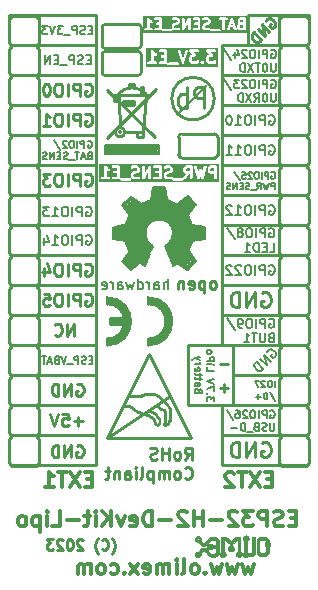
<source format=gbr>
G04 #@! TF.GenerationSoftware,KiCad,Pcbnew,7.0.9-7.0.9~ubuntu22.04.1*
G04 #@! TF.CreationDate,2023-12-08T11:13:10+02:00*
G04 #@! TF.ProjectId,ESP32-H2-DevKit-LiPo_Rev_A,45535033-322d-4483-922d-4465764b6974,A*
G04 #@! TF.SameCoordinates,PX7cc0090PY6a95280*
G04 #@! TF.FileFunction,Legend,Bot*
G04 #@! TF.FilePolarity,Positive*
%FSLAX46Y46*%
G04 Gerber Fmt 4.6, Leading zero omitted, Abs format (unit mm)*
G04 Created by KiCad (PCBNEW 7.0.9-7.0.9~ubuntu22.04.1) date 2023-12-08 11:13:10*
%MOMM*%
%LPD*%
G01*
G04 APERTURE LIST*
%ADD10C,0.254000*%
%ADD11C,0.203200*%
%ADD12C,0.177800*%
%ADD13C,0.139700*%
%ADD14C,0.317500*%
%ADD15C,0.222250*%
%ADD16C,0.152400*%
%ADD17C,0.158750*%
%ADD18C,0.190500*%
%ADD19C,0.304800*%
%ADD20C,0.165100*%
%ADD21C,0.180000*%
%ADD22C,0.241300*%
%ADD23C,0.150000*%
%ADD24C,0.370000*%
%ADD25C,0.380000*%
%ADD26C,1.000000*%
%ADD27C,0.400000*%
%ADD28C,0.420000*%
%ADD29C,0.200000*%
%ADD30C,0.127000*%
%ADD31C,0.300000*%
%ADD32C,0.009000*%
G04 APERTURE END LIST*
D10*
X20193000Y48006000D02*
X20193000Y45593000D01*
X254000Y12446000D02*
X7366000Y12446000D01*
X254000Y14986000D02*
X7366000Y14986000D01*
X254000Y17526000D02*
X7366000Y17526000D01*
X254000Y20066000D02*
X7366000Y20066000D01*
X254000Y22606000D02*
X7366000Y22606000D01*
X254000Y25146000D02*
X7366000Y25146000D01*
X254000Y27686000D02*
X7366000Y27686000D01*
X254000Y30226000D02*
X7366000Y30226000D01*
X254000Y32766000D02*
X7366000Y32766000D01*
X254000Y35306000D02*
X7366000Y35306000D01*
X254000Y37846000D02*
X7366000Y37846000D01*
X254000Y42926000D02*
X7366000Y42926000D01*
X254000Y45466000D02*
X7366000Y45466000D01*
X18034000Y45466000D02*
X25146000Y45466000D01*
X18034000Y20066000D02*
X18034000Y45466000D01*
X18034000Y42926000D02*
X25146000Y42926000D01*
X18034000Y40386000D02*
X25146000Y40386000D01*
X18034000Y37846000D02*
X25146000Y37846000D01*
X18034000Y35306000D02*
X25146000Y35306000D01*
X18034000Y32766000D02*
X25146000Y32766000D01*
X18034000Y30226000D02*
X25146000Y30226000D01*
X18034000Y27686000D02*
X25146000Y27686000D01*
X18034000Y25146000D02*
X25146000Y25146000D01*
X18034000Y14986000D02*
X25146000Y14986000D01*
X18034000Y12446000D02*
X25146000Y12446000D01*
X18034000Y9906000D02*
X25146000Y9906000D01*
X20193000Y48006000D02*
X25400000Y48006000D01*
X0Y48006000D02*
X7366000Y48006000D01*
X7366000Y9906000D02*
X7366000Y48006000D01*
X254000Y40386000D02*
X7366000Y40386000D01*
X18034000Y20066000D02*
X25146000Y20066000D01*
X18923000Y17526000D02*
X25146000Y17526000D01*
X18034000Y22606000D02*
X25146000Y22606000D01*
X18923000Y20066000D02*
X18923000Y15113000D01*
X15113000Y14986000D02*
X18034000Y14986000D01*
X18034000Y20066000D02*
X15113000Y20066000D01*
X18034000Y14986000D02*
X18034000Y9906000D01*
X15113000Y20066000D02*
X15113000Y14986000D01*
X254000Y9906000D02*
X7366000Y9906000D01*
X6452809Y42166807D02*
X6549571Y42215188D01*
X6549571Y42215188D02*
X6694714Y42215188D01*
X6694714Y42215188D02*
X6839857Y42166807D01*
X6839857Y42166807D02*
X6936619Y42070045D01*
X6936619Y42070045D02*
X6985000Y41973283D01*
X6985000Y41973283D02*
X7033381Y41779759D01*
X7033381Y41779759D02*
X7033381Y41634616D01*
X7033381Y41634616D02*
X6985000Y41441092D01*
X6985000Y41441092D02*
X6936619Y41344330D01*
X6936619Y41344330D02*
X6839857Y41247568D01*
X6839857Y41247568D02*
X6694714Y41199188D01*
X6694714Y41199188D02*
X6597952Y41199188D01*
X6597952Y41199188D02*
X6452809Y41247568D01*
X6452809Y41247568D02*
X6404428Y41295949D01*
X6404428Y41295949D02*
X6404428Y41634616D01*
X6404428Y41634616D02*
X6597952Y41634616D01*
X5969000Y41199188D02*
X5969000Y42215188D01*
X5969000Y42215188D02*
X5581952Y42215188D01*
X5581952Y42215188D02*
X5485190Y42166807D01*
X5485190Y42166807D02*
X5436809Y42118426D01*
X5436809Y42118426D02*
X5388428Y42021664D01*
X5388428Y42021664D02*
X5388428Y41876521D01*
X5388428Y41876521D02*
X5436809Y41779759D01*
X5436809Y41779759D02*
X5485190Y41731378D01*
X5485190Y41731378D02*
X5581952Y41682997D01*
X5581952Y41682997D02*
X5969000Y41682997D01*
X4953000Y41199188D02*
X4953000Y42215188D01*
X4275666Y42215188D02*
X4082142Y42215188D01*
X4082142Y42215188D02*
X3985380Y42166807D01*
X3985380Y42166807D02*
X3888618Y42070045D01*
X3888618Y42070045D02*
X3840237Y41876521D01*
X3840237Y41876521D02*
X3840237Y41537854D01*
X3840237Y41537854D02*
X3888618Y41344330D01*
X3888618Y41344330D02*
X3985380Y41247568D01*
X3985380Y41247568D02*
X4082142Y41199188D01*
X4082142Y41199188D02*
X4275666Y41199188D01*
X4275666Y41199188D02*
X4372428Y41247568D01*
X4372428Y41247568D02*
X4469190Y41344330D01*
X4469190Y41344330D02*
X4517571Y41537854D01*
X4517571Y41537854D02*
X4517571Y41876521D01*
X4517571Y41876521D02*
X4469190Y42070045D01*
X4469190Y42070045D02*
X4372428Y42166807D01*
X4372428Y42166807D02*
X4275666Y42215188D01*
X3211285Y42215188D02*
X3114523Y42215188D01*
X3114523Y42215188D02*
X3017761Y42166807D01*
X3017761Y42166807D02*
X2969380Y42118426D01*
X2969380Y42118426D02*
X2920999Y42021664D01*
X2920999Y42021664D02*
X2872618Y41828140D01*
X2872618Y41828140D02*
X2872618Y41586235D01*
X2872618Y41586235D02*
X2920999Y41392711D01*
X2920999Y41392711D02*
X2969380Y41295949D01*
X2969380Y41295949D02*
X3017761Y41247568D01*
X3017761Y41247568D02*
X3114523Y41199188D01*
X3114523Y41199188D02*
X3211285Y41199188D01*
X3211285Y41199188D02*
X3308047Y41247568D01*
X3308047Y41247568D02*
X3356428Y41295949D01*
X3356428Y41295949D02*
X3404809Y41392711D01*
X3404809Y41392711D02*
X3453190Y41586235D01*
X3453190Y41586235D02*
X3453190Y41828140D01*
X3453190Y41828140D02*
X3404809Y42021664D01*
X3404809Y42021664D02*
X3356428Y42118426D01*
X3356428Y42118426D02*
X3308047Y42166807D01*
X3308047Y42166807D02*
X3211285Y42215188D01*
D11*
X6539894Y29364646D02*
X6617304Y29403351D01*
X6617304Y29403351D02*
X6733418Y29403351D01*
X6733418Y29403351D02*
X6849532Y29364646D01*
X6849532Y29364646D02*
X6926942Y29287236D01*
X6926942Y29287236D02*
X6965647Y29209827D01*
X6965647Y29209827D02*
X7004351Y29055008D01*
X7004351Y29055008D02*
X7004351Y28938894D01*
X7004351Y28938894D02*
X6965647Y28784075D01*
X6965647Y28784075D02*
X6926942Y28706665D01*
X6926942Y28706665D02*
X6849532Y28629255D01*
X6849532Y28629255D02*
X6733418Y28590551D01*
X6733418Y28590551D02*
X6656009Y28590551D01*
X6656009Y28590551D02*
X6539894Y28629255D01*
X6539894Y28629255D02*
X6501190Y28667960D01*
X6501190Y28667960D02*
X6501190Y28938894D01*
X6501190Y28938894D02*
X6656009Y28938894D01*
X6152847Y28590551D02*
X6152847Y29403351D01*
X6152847Y29403351D02*
X5843209Y29403351D01*
X5843209Y29403351D02*
X5765799Y29364646D01*
X5765799Y29364646D02*
X5727094Y29325941D01*
X5727094Y29325941D02*
X5688390Y29248532D01*
X5688390Y29248532D02*
X5688390Y29132417D01*
X5688390Y29132417D02*
X5727094Y29055008D01*
X5727094Y29055008D02*
X5765799Y29016303D01*
X5765799Y29016303D02*
X5843209Y28977598D01*
X5843209Y28977598D02*
X6152847Y28977598D01*
X5340047Y28590551D02*
X5340047Y29403351D01*
X4798180Y29403351D02*
X4643361Y29403351D01*
X4643361Y29403351D02*
X4565951Y29364646D01*
X4565951Y29364646D02*
X4488542Y29287236D01*
X4488542Y29287236D02*
X4449837Y29132417D01*
X4449837Y29132417D02*
X4449837Y28861484D01*
X4449837Y28861484D02*
X4488542Y28706665D01*
X4488542Y28706665D02*
X4565951Y28629255D01*
X4565951Y28629255D02*
X4643361Y28590551D01*
X4643361Y28590551D02*
X4798180Y28590551D01*
X4798180Y28590551D02*
X4875589Y28629255D01*
X4875589Y28629255D02*
X4952999Y28706665D01*
X4952999Y28706665D02*
X4991703Y28861484D01*
X4991703Y28861484D02*
X4991703Y29132417D01*
X4991703Y29132417D02*
X4952999Y29287236D01*
X4952999Y29287236D02*
X4875589Y29364646D01*
X4875589Y29364646D02*
X4798180Y29403351D01*
X3675741Y28590551D02*
X4140198Y28590551D01*
X3907970Y28590551D02*
X3907970Y29403351D01*
X3907970Y29403351D02*
X3985379Y29287236D01*
X3985379Y29287236D02*
X4062789Y29209827D01*
X4062789Y29209827D02*
X4140198Y29171122D01*
X2979056Y29132417D02*
X2979056Y28590551D01*
X3172580Y29442055D02*
X3366103Y28861484D01*
X3366103Y28861484D02*
X2862942Y28861484D01*
D10*
X6452809Y26926807D02*
X6549571Y26975188D01*
X6549571Y26975188D02*
X6694714Y26975188D01*
X6694714Y26975188D02*
X6839857Y26926807D01*
X6839857Y26926807D02*
X6936619Y26830045D01*
X6936619Y26830045D02*
X6985000Y26733283D01*
X6985000Y26733283D02*
X7033381Y26539759D01*
X7033381Y26539759D02*
X7033381Y26394616D01*
X7033381Y26394616D02*
X6985000Y26201092D01*
X6985000Y26201092D02*
X6936619Y26104330D01*
X6936619Y26104330D02*
X6839857Y26007568D01*
X6839857Y26007568D02*
X6694714Y25959188D01*
X6694714Y25959188D02*
X6597952Y25959188D01*
X6597952Y25959188D02*
X6452809Y26007568D01*
X6452809Y26007568D02*
X6404428Y26055949D01*
X6404428Y26055949D02*
X6404428Y26394616D01*
X6404428Y26394616D02*
X6597952Y26394616D01*
X5969000Y25959188D02*
X5969000Y26975188D01*
X5969000Y26975188D02*
X5581952Y26975188D01*
X5581952Y26975188D02*
X5485190Y26926807D01*
X5485190Y26926807D02*
X5436809Y26878426D01*
X5436809Y26878426D02*
X5388428Y26781664D01*
X5388428Y26781664D02*
X5388428Y26636521D01*
X5388428Y26636521D02*
X5436809Y26539759D01*
X5436809Y26539759D02*
X5485190Y26491378D01*
X5485190Y26491378D02*
X5581952Y26442997D01*
X5581952Y26442997D02*
X5969000Y26442997D01*
X4953000Y25959188D02*
X4953000Y26975188D01*
X4275666Y26975188D02*
X4082142Y26975188D01*
X4082142Y26975188D02*
X3985380Y26926807D01*
X3985380Y26926807D02*
X3888618Y26830045D01*
X3888618Y26830045D02*
X3840237Y26636521D01*
X3840237Y26636521D02*
X3840237Y26297854D01*
X3840237Y26297854D02*
X3888618Y26104330D01*
X3888618Y26104330D02*
X3985380Y26007568D01*
X3985380Y26007568D02*
X4082142Y25959188D01*
X4082142Y25959188D02*
X4275666Y25959188D01*
X4275666Y25959188D02*
X4372428Y26007568D01*
X4372428Y26007568D02*
X4469190Y26104330D01*
X4469190Y26104330D02*
X4517571Y26297854D01*
X4517571Y26297854D02*
X4517571Y26636521D01*
X4517571Y26636521D02*
X4469190Y26830045D01*
X4469190Y26830045D02*
X4372428Y26926807D01*
X4372428Y26926807D02*
X4275666Y26975188D01*
X2969380Y26636521D02*
X2969380Y25959188D01*
X3211285Y27023568D02*
X3453190Y26297854D01*
X3453190Y26297854D02*
X2824237Y26297854D01*
X6452809Y24386807D02*
X6549571Y24435188D01*
X6549571Y24435188D02*
X6694714Y24435188D01*
X6694714Y24435188D02*
X6839857Y24386807D01*
X6839857Y24386807D02*
X6936619Y24290045D01*
X6936619Y24290045D02*
X6985000Y24193283D01*
X6985000Y24193283D02*
X7033381Y23999759D01*
X7033381Y23999759D02*
X7033381Y23854616D01*
X7033381Y23854616D02*
X6985000Y23661092D01*
X6985000Y23661092D02*
X6936619Y23564330D01*
X6936619Y23564330D02*
X6839857Y23467568D01*
X6839857Y23467568D02*
X6694714Y23419188D01*
X6694714Y23419188D02*
X6597952Y23419188D01*
X6597952Y23419188D02*
X6452809Y23467568D01*
X6452809Y23467568D02*
X6404428Y23515949D01*
X6404428Y23515949D02*
X6404428Y23854616D01*
X6404428Y23854616D02*
X6597952Y23854616D01*
X5969000Y23419188D02*
X5969000Y24435188D01*
X5969000Y24435188D02*
X5581952Y24435188D01*
X5581952Y24435188D02*
X5485190Y24386807D01*
X5485190Y24386807D02*
X5436809Y24338426D01*
X5436809Y24338426D02*
X5388428Y24241664D01*
X5388428Y24241664D02*
X5388428Y24096521D01*
X5388428Y24096521D02*
X5436809Y23999759D01*
X5436809Y23999759D02*
X5485190Y23951378D01*
X5485190Y23951378D02*
X5581952Y23902997D01*
X5581952Y23902997D02*
X5969000Y23902997D01*
X4953000Y23419188D02*
X4953000Y24435188D01*
X4275666Y24435188D02*
X4082142Y24435188D01*
X4082142Y24435188D02*
X3985380Y24386807D01*
X3985380Y24386807D02*
X3888618Y24290045D01*
X3888618Y24290045D02*
X3840237Y24096521D01*
X3840237Y24096521D02*
X3840237Y23757854D01*
X3840237Y23757854D02*
X3888618Y23564330D01*
X3888618Y23564330D02*
X3985380Y23467568D01*
X3985380Y23467568D02*
X4082142Y23419188D01*
X4082142Y23419188D02*
X4275666Y23419188D01*
X4275666Y23419188D02*
X4372428Y23467568D01*
X4372428Y23467568D02*
X4469190Y23564330D01*
X4469190Y23564330D02*
X4517571Y23757854D01*
X4517571Y23757854D02*
X4517571Y24096521D01*
X4517571Y24096521D02*
X4469190Y24290045D01*
X4469190Y24290045D02*
X4372428Y24386807D01*
X4372428Y24386807D02*
X4275666Y24435188D01*
X2920999Y24435188D02*
X3404809Y24435188D01*
X3404809Y24435188D02*
X3453190Y23951378D01*
X3453190Y23951378D02*
X3404809Y23999759D01*
X3404809Y23999759D02*
X3308047Y24048140D01*
X3308047Y24048140D02*
X3066142Y24048140D01*
X3066142Y24048140D02*
X2969380Y23999759D01*
X2969380Y23999759D02*
X2920999Y23951378D01*
X2920999Y23951378D02*
X2872618Y23854616D01*
X2872618Y23854616D02*
X2872618Y23612711D01*
X2872618Y23612711D02*
X2920999Y23515949D01*
X2920999Y23515949D02*
X2969380Y23467568D01*
X2969380Y23467568D02*
X3066142Y23419188D01*
X3066142Y23419188D02*
X3308047Y23419188D01*
X3308047Y23419188D02*
X3404809Y23467568D01*
X3404809Y23467568D02*
X3453190Y23515949D01*
X5497285Y20879188D02*
X5497285Y21895188D01*
X5497285Y21895188D02*
X4916713Y20879188D01*
X4916713Y20879188D02*
X4916713Y21895188D01*
X3852332Y20975949D02*
X3900713Y20927568D01*
X3900713Y20927568D02*
X4045856Y20879188D01*
X4045856Y20879188D02*
X4142618Y20879188D01*
X4142618Y20879188D02*
X4287761Y20927568D01*
X4287761Y20927568D02*
X4384523Y21024330D01*
X4384523Y21024330D02*
X4432904Y21121092D01*
X4432904Y21121092D02*
X4481285Y21314616D01*
X4481285Y21314616D02*
X4481285Y21459759D01*
X4481285Y21459759D02*
X4432904Y21653283D01*
X4432904Y21653283D02*
X4384523Y21750045D01*
X4384523Y21750045D02*
X4287761Y21846807D01*
X4287761Y21846807D02*
X4142618Y21895188D01*
X4142618Y21895188D02*
X4045856Y21895188D01*
X4045856Y21895188D02*
X3900713Y21846807D01*
X3900713Y21846807D02*
X3852332Y21798426D01*
D12*
X22201160Y45075081D02*
X22268893Y45108948D01*
X22268893Y45108948D02*
X22370493Y45108948D01*
X22370493Y45108948D02*
X22472093Y45075081D01*
X22472093Y45075081D02*
X22539827Y45007348D01*
X22539827Y45007348D02*
X22573693Y44939614D01*
X22573693Y44939614D02*
X22607560Y44804148D01*
X22607560Y44804148D02*
X22607560Y44702548D01*
X22607560Y44702548D02*
X22573693Y44567081D01*
X22573693Y44567081D02*
X22539827Y44499348D01*
X22539827Y44499348D02*
X22472093Y44431614D01*
X22472093Y44431614D02*
X22370493Y44397748D01*
X22370493Y44397748D02*
X22302760Y44397748D01*
X22302760Y44397748D02*
X22201160Y44431614D01*
X22201160Y44431614D02*
X22167293Y44465481D01*
X22167293Y44465481D02*
X22167293Y44702548D01*
X22167293Y44702548D02*
X22302760Y44702548D01*
X21862493Y44397748D02*
X21862493Y45108948D01*
X21862493Y45108948D02*
X21591560Y45108948D01*
X21591560Y45108948D02*
X21523827Y45075081D01*
X21523827Y45075081D02*
X21489960Y45041214D01*
X21489960Y45041214D02*
X21456093Y44973481D01*
X21456093Y44973481D02*
X21456093Y44871881D01*
X21456093Y44871881D02*
X21489960Y44804148D01*
X21489960Y44804148D02*
X21523827Y44770281D01*
X21523827Y44770281D02*
X21591560Y44736414D01*
X21591560Y44736414D02*
X21862493Y44736414D01*
X21151293Y44397748D02*
X21151293Y45108948D01*
X20677160Y45108948D02*
X20541693Y45108948D01*
X20541693Y45108948D02*
X20473960Y45075081D01*
X20473960Y45075081D02*
X20406226Y45007348D01*
X20406226Y45007348D02*
X20372360Y44871881D01*
X20372360Y44871881D02*
X20372360Y44634814D01*
X20372360Y44634814D02*
X20406226Y44499348D01*
X20406226Y44499348D02*
X20473960Y44431614D01*
X20473960Y44431614D02*
X20541693Y44397748D01*
X20541693Y44397748D02*
X20677160Y44397748D01*
X20677160Y44397748D02*
X20744893Y44431614D01*
X20744893Y44431614D02*
X20812626Y44499348D01*
X20812626Y44499348D02*
X20846493Y44634814D01*
X20846493Y44634814D02*
X20846493Y44871881D01*
X20846493Y44871881D02*
X20812626Y45007348D01*
X20812626Y45007348D02*
X20744893Y45075081D01*
X20744893Y45075081D02*
X20677160Y45108948D01*
X20101426Y45041214D02*
X20067559Y45075081D01*
X20067559Y45075081D02*
X19999826Y45108948D01*
X19999826Y45108948D02*
X19830493Y45108948D01*
X19830493Y45108948D02*
X19762759Y45075081D01*
X19762759Y45075081D02*
X19728893Y45041214D01*
X19728893Y45041214D02*
X19695026Y44973481D01*
X19695026Y44973481D02*
X19695026Y44905748D01*
X19695026Y44905748D02*
X19728893Y44804148D01*
X19728893Y44804148D02*
X20135293Y44397748D01*
X20135293Y44397748D02*
X19695026Y44397748D01*
X19085426Y44871881D02*
X19085426Y44397748D01*
X19254760Y45142814D02*
X19424093Y44634814D01*
X19424093Y44634814D02*
X18983826Y44634814D01*
X18204893Y45142814D02*
X18814493Y44228414D01*
X22573693Y43963916D02*
X22573693Y43388182D01*
X22573693Y43388182D02*
X22539827Y43320449D01*
X22539827Y43320449D02*
X22505960Y43286582D01*
X22505960Y43286582D02*
X22438227Y43252716D01*
X22438227Y43252716D02*
X22302760Y43252716D01*
X22302760Y43252716D02*
X22235027Y43286582D01*
X22235027Y43286582D02*
X22201160Y43320449D01*
X22201160Y43320449D02*
X22167293Y43388182D01*
X22167293Y43388182D02*
X22167293Y43963916D01*
X21693160Y43963916D02*
X21625426Y43963916D01*
X21625426Y43963916D02*
X21557693Y43930049D01*
X21557693Y43930049D02*
X21523826Y43896182D01*
X21523826Y43896182D02*
X21489960Y43828449D01*
X21489960Y43828449D02*
X21456093Y43692982D01*
X21456093Y43692982D02*
X21456093Y43523649D01*
X21456093Y43523649D02*
X21489960Y43388182D01*
X21489960Y43388182D02*
X21523826Y43320449D01*
X21523826Y43320449D02*
X21557693Y43286582D01*
X21557693Y43286582D02*
X21625426Y43252716D01*
X21625426Y43252716D02*
X21693160Y43252716D01*
X21693160Y43252716D02*
X21760893Y43286582D01*
X21760893Y43286582D02*
X21794760Y43320449D01*
X21794760Y43320449D02*
X21828626Y43388182D01*
X21828626Y43388182D02*
X21862493Y43523649D01*
X21862493Y43523649D02*
X21862493Y43692982D01*
X21862493Y43692982D02*
X21828626Y43828449D01*
X21828626Y43828449D02*
X21794760Y43896182D01*
X21794760Y43896182D02*
X21760893Y43930049D01*
X21760893Y43930049D02*
X21693160Y43963916D01*
X21252893Y43963916D02*
X20846493Y43963916D01*
X21049693Y43252716D02*
X21049693Y43963916D01*
X20677160Y43963916D02*
X20203026Y43252716D01*
X20203026Y43963916D02*
X20677160Y43252716D01*
X19932093Y43252716D02*
X19932093Y43963916D01*
X19932093Y43963916D02*
X19762760Y43963916D01*
X19762760Y43963916D02*
X19661160Y43930049D01*
X19661160Y43930049D02*
X19593427Y43862316D01*
X19593427Y43862316D02*
X19559560Y43794582D01*
X19559560Y43794582D02*
X19525693Y43659116D01*
X19525693Y43659116D02*
X19525693Y43557516D01*
X19525693Y43557516D02*
X19559560Y43422049D01*
X19559560Y43422049D02*
X19593427Y43354316D01*
X19593427Y43354316D02*
X19661160Y43286582D01*
X19661160Y43286582D02*
X19762760Y43252716D01*
X19762760Y43252716D02*
X19932093Y43252716D01*
X22201160Y42535081D02*
X22268893Y42568948D01*
X22268893Y42568948D02*
X22370493Y42568948D01*
X22370493Y42568948D02*
X22472093Y42535081D01*
X22472093Y42535081D02*
X22539827Y42467348D01*
X22539827Y42467348D02*
X22573693Y42399614D01*
X22573693Y42399614D02*
X22607560Y42264148D01*
X22607560Y42264148D02*
X22607560Y42162548D01*
X22607560Y42162548D02*
X22573693Y42027081D01*
X22573693Y42027081D02*
X22539827Y41959348D01*
X22539827Y41959348D02*
X22472093Y41891614D01*
X22472093Y41891614D02*
X22370493Y41857748D01*
X22370493Y41857748D02*
X22302760Y41857748D01*
X22302760Y41857748D02*
X22201160Y41891614D01*
X22201160Y41891614D02*
X22167293Y41925481D01*
X22167293Y41925481D02*
X22167293Y42162548D01*
X22167293Y42162548D02*
X22302760Y42162548D01*
X21862493Y41857748D02*
X21862493Y42568948D01*
X21862493Y42568948D02*
X21591560Y42568948D01*
X21591560Y42568948D02*
X21523827Y42535081D01*
X21523827Y42535081D02*
X21489960Y42501214D01*
X21489960Y42501214D02*
X21456093Y42433481D01*
X21456093Y42433481D02*
X21456093Y42331881D01*
X21456093Y42331881D02*
X21489960Y42264148D01*
X21489960Y42264148D02*
X21523827Y42230281D01*
X21523827Y42230281D02*
X21591560Y42196414D01*
X21591560Y42196414D02*
X21862493Y42196414D01*
X21151293Y41857748D02*
X21151293Y42568948D01*
X20677160Y42568948D02*
X20541693Y42568948D01*
X20541693Y42568948D02*
X20473960Y42535081D01*
X20473960Y42535081D02*
X20406226Y42467348D01*
X20406226Y42467348D02*
X20372360Y42331881D01*
X20372360Y42331881D02*
X20372360Y42094814D01*
X20372360Y42094814D02*
X20406226Y41959348D01*
X20406226Y41959348D02*
X20473960Y41891614D01*
X20473960Y41891614D02*
X20541693Y41857748D01*
X20541693Y41857748D02*
X20677160Y41857748D01*
X20677160Y41857748D02*
X20744893Y41891614D01*
X20744893Y41891614D02*
X20812626Y41959348D01*
X20812626Y41959348D02*
X20846493Y42094814D01*
X20846493Y42094814D02*
X20846493Y42331881D01*
X20846493Y42331881D02*
X20812626Y42467348D01*
X20812626Y42467348D02*
X20744893Y42535081D01*
X20744893Y42535081D02*
X20677160Y42568948D01*
X20101426Y42501214D02*
X20067559Y42535081D01*
X20067559Y42535081D02*
X19999826Y42568948D01*
X19999826Y42568948D02*
X19830493Y42568948D01*
X19830493Y42568948D02*
X19762759Y42535081D01*
X19762759Y42535081D02*
X19728893Y42501214D01*
X19728893Y42501214D02*
X19695026Y42433481D01*
X19695026Y42433481D02*
X19695026Y42365748D01*
X19695026Y42365748D02*
X19728893Y42264148D01*
X19728893Y42264148D02*
X20135293Y41857748D01*
X20135293Y41857748D02*
X19695026Y41857748D01*
X19457960Y42568948D02*
X19017693Y42568948D01*
X19017693Y42568948D02*
X19254760Y42298014D01*
X19254760Y42298014D02*
X19153160Y42298014D01*
X19153160Y42298014D02*
X19085426Y42264148D01*
X19085426Y42264148D02*
X19051560Y42230281D01*
X19051560Y42230281D02*
X19017693Y42162548D01*
X19017693Y42162548D02*
X19017693Y41993214D01*
X19017693Y41993214D02*
X19051560Y41925481D01*
X19051560Y41925481D02*
X19085426Y41891614D01*
X19085426Y41891614D02*
X19153160Y41857748D01*
X19153160Y41857748D02*
X19356360Y41857748D01*
X19356360Y41857748D02*
X19424093Y41891614D01*
X19424093Y41891614D02*
X19457960Y41925481D01*
X18204893Y42602814D02*
X18814493Y41688414D01*
X22573693Y41423916D02*
X22573693Y40848182D01*
X22573693Y40848182D02*
X22539827Y40780449D01*
X22539827Y40780449D02*
X22505960Y40746582D01*
X22505960Y40746582D02*
X22438227Y40712716D01*
X22438227Y40712716D02*
X22302760Y40712716D01*
X22302760Y40712716D02*
X22235027Y40746582D01*
X22235027Y40746582D02*
X22201160Y40780449D01*
X22201160Y40780449D02*
X22167293Y40848182D01*
X22167293Y40848182D02*
X22167293Y41423916D01*
X21693160Y41423916D02*
X21625426Y41423916D01*
X21625426Y41423916D02*
X21557693Y41390049D01*
X21557693Y41390049D02*
X21523826Y41356182D01*
X21523826Y41356182D02*
X21489960Y41288449D01*
X21489960Y41288449D02*
X21456093Y41152982D01*
X21456093Y41152982D02*
X21456093Y40983649D01*
X21456093Y40983649D02*
X21489960Y40848182D01*
X21489960Y40848182D02*
X21523826Y40780449D01*
X21523826Y40780449D02*
X21557693Y40746582D01*
X21557693Y40746582D02*
X21625426Y40712716D01*
X21625426Y40712716D02*
X21693160Y40712716D01*
X21693160Y40712716D02*
X21760893Y40746582D01*
X21760893Y40746582D02*
X21794760Y40780449D01*
X21794760Y40780449D02*
X21828626Y40848182D01*
X21828626Y40848182D02*
X21862493Y40983649D01*
X21862493Y40983649D02*
X21862493Y41152982D01*
X21862493Y41152982D02*
X21828626Y41288449D01*
X21828626Y41288449D02*
X21794760Y41356182D01*
X21794760Y41356182D02*
X21760893Y41390049D01*
X21760893Y41390049D02*
X21693160Y41423916D01*
X20744893Y40712716D02*
X20981960Y41051382D01*
X21151293Y40712716D02*
X21151293Y41423916D01*
X21151293Y41423916D02*
X20880360Y41423916D01*
X20880360Y41423916D02*
X20812627Y41390049D01*
X20812627Y41390049D02*
X20778760Y41356182D01*
X20778760Y41356182D02*
X20744893Y41288449D01*
X20744893Y41288449D02*
X20744893Y41186849D01*
X20744893Y41186849D02*
X20778760Y41119116D01*
X20778760Y41119116D02*
X20812627Y41085249D01*
X20812627Y41085249D02*
X20880360Y41051382D01*
X20880360Y41051382D02*
X21151293Y41051382D01*
X20507827Y41423916D02*
X20033693Y40712716D01*
X20033693Y41423916D02*
X20507827Y40712716D01*
X19762760Y40712716D02*
X19762760Y41423916D01*
X19762760Y41423916D02*
X19593427Y41423916D01*
X19593427Y41423916D02*
X19491827Y41390049D01*
X19491827Y41390049D02*
X19424094Y41322316D01*
X19424094Y41322316D02*
X19390227Y41254582D01*
X19390227Y41254582D02*
X19356360Y41119116D01*
X19356360Y41119116D02*
X19356360Y41017516D01*
X19356360Y41017516D02*
X19390227Y40882049D01*
X19390227Y40882049D02*
X19424094Y40814316D01*
X19424094Y40814316D02*
X19491827Y40746582D01*
X19491827Y40746582D02*
X19593427Y40712716D01*
X19593427Y40712716D02*
X19762760Y40712716D01*
D11*
X22033894Y26824646D02*
X22111304Y26863351D01*
X22111304Y26863351D02*
X22227418Y26863351D01*
X22227418Y26863351D02*
X22343532Y26824646D01*
X22343532Y26824646D02*
X22420942Y26747236D01*
X22420942Y26747236D02*
X22459647Y26669827D01*
X22459647Y26669827D02*
X22498351Y26515008D01*
X22498351Y26515008D02*
X22498351Y26398894D01*
X22498351Y26398894D02*
X22459647Y26244075D01*
X22459647Y26244075D02*
X22420942Y26166665D01*
X22420942Y26166665D02*
X22343532Y26089255D01*
X22343532Y26089255D02*
X22227418Y26050551D01*
X22227418Y26050551D02*
X22150009Y26050551D01*
X22150009Y26050551D02*
X22033894Y26089255D01*
X22033894Y26089255D02*
X21995190Y26127960D01*
X21995190Y26127960D02*
X21995190Y26398894D01*
X21995190Y26398894D02*
X22150009Y26398894D01*
X21646847Y26050551D02*
X21646847Y26863351D01*
X21646847Y26863351D02*
X21337209Y26863351D01*
X21337209Y26863351D02*
X21259799Y26824646D01*
X21259799Y26824646D02*
X21221094Y26785941D01*
X21221094Y26785941D02*
X21182390Y26708532D01*
X21182390Y26708532D02*
X21182390Y26592417D01*
X21182390Y26592417D02*
X21221094Y26515008D01*
X21221094Y26515008D02*
X21259799Y26476303D01*
X21259799Y26476303D02*
X21337209Y26437598D01*
X21337209Y26437598D02*
X21646847Y26437598D01*
X20834047Y26050551D02*
X20834047Y26863351D01*
X20292180Y26863351D02*
X20137361Y26863351D01*
X20137361Y26863351D02*
X20059951Y26824646D01*
X20059951Y26824646D02*
X19982542Y26747236D01*
X19982542Y26747236D02*
X19943837Y26592417D01*
X19943837Y26592417D02*
X19943837Y26321484D01*
X19943837Y26321484D02*
X19982542Y26166665D01*
X19982542Y26166665D02*
X20059951Y26089255D01*
X20059951Y26089255D02*
X20137361Y26050551D01*
X20137361Y26050551D02*
X20292180Y26050551D01*
X20292180Y26050551D02*
X20369589Y26089255D01*
X20369589Y26089255D02*
X20446999Y26166665D01*
X20446999Y26166665D02*
X20485703Y26321484D01*
X20485703Y26321484D02*
X20485703Y26592417D01*
X20485703Y26592417D02*
X20446999Y26747236D01*
X20446999Y26747236D02*
X20369589Y26824646D01*
X20369589Y26824646D02*
X20292180Y26863351D01*
X19634198Y26785941D02*
X19595494Y26824646D01*
X19595494Y26824646D02*
X19518084Y26863351D01*
X19518084Y26863351D02*
X19324560Y26863351D01*
X19324560Y26863351D02*
X19247151Y26824646D01*
X19247151Y26824646D02*
X19208446Y26785941D01*
X19208446Y26785941D02*
X19169741Y26708532D01*
X19169741Y26708532D02*
X19169741Y26631122D01*
X19169741Y26631122D02*
X19208446Y26515008D01*
X19208446Y26515008D02*
X19672903Y26050551D01*
X19672903Y26050551D02*
X19169741Y26050551D01*
X18860103Y26785941D02*
X18821399Y26824646D01*
X18821399Y26824646D02*
X18743989Y26863351D01*
X18743989Y26863351D02*
X18550465Y26863351D01*
X18550465Y26863351D02*
X18473056Y26824646D01*
X18473056Y26824646D02*
X18434351Y26785941D01*
X18434351Y26785941D02*
X18395646Y26708532D01*
X18395646Y26708532D02*
X18395646Y26631122D01*
X18395646Y26631122D02*
X18434351Y26515008D01*
X18434351Y26515008D02*
X18898808Y26050551D01*
X18898808Y26050551D02*
X18395646Y26050551D01*
X21865938Y19522851D02*
X21893306Y19604956D01*
X21893306Y19604956D02*
X21975411Y19687061D01*
X21975411Y19687061D02*
X22084885Y19741798D01*
X22084885Y19741798D02*
X22194358Y19741798D01*
X22194358Y19741798D02*
X22276464Y19714429D01*
X22276464Y19714429D02*
X22413306Y19632324D01*
X22413306Y19632324D02*
X22495411Y19550219D01*
X22495411Y19550219D02*
X22577516Y19413377D01*
X22577516Y19413377D02*
X22604884Y19331272D01*
X22604884Y19331272D02*
X22604884Y19221798D01*
X22604884Y19221798D02*
X22550148Y19112325D01*
X22550148Y19112325D02*
X22495411Y19057588D01*
X22495411Y19057588D02*
X22385937Y19002851D01*
X22385937Y19002851D02*
X22331200Y19002851D01*
X22331200Y19002851D02*
X22139622Y19194430D01*
X22139622Y19194430D02*
X22249095Y19303903D01*
X22139622Y18701799D02*
X21564885Y19276535D01*
X21564885Y19276535D02*
X21811201Y18373378D01*
X21811201Y18373378D02*
X21236464Y18948114D01*
X21537517Y18099694D02*
X20962780Y18674430D01*
X20962780Y18674430D02*
X20825938Y18537588D01*
X20825938Y18537588D02*
X20771201Y18428114D01*
X20771201Y18428114D02*
X20771201Y18318641D01*
X20771201Y18318641D02*
X20798570Y18236536D01*
X20798570Y18236536D02*
X20880675Y18099694D01*
X20880675Y18099694D02*
X20962780Y18017588D01*
X20962780Y18017588D02*
X21099622Y17935483D01*
X21099622Y17935483D02*
X21181727Y17908115D01*
X21181727Y17908115D02*
X21291201Y17908115D01*
X21291201Y17908115D02*
X21400675Y17962852D01*
X21400675Y17962852D02*
X21537517Y18099694D01*
D13*
X22508045Y16512754D02*
X22508045Y17071554D01*
X22135512Y17071554D02*
X22029074Y17071554D01*
X22029074Y17071554D02*
X21975855Y17044944D01*
X21975855Y17044944D02*
X21922636Y16991725D01*
X21922636Y16991725D02*
X21896026Y16885287D01*
X21896026Y16885287D02*
X21896026Y16699021D01*
X21896026Y16699021D02*
X21922636Y16592583D01*
X21922636Y16592583D02*
X21975855Y16539363D01*
X21975855Y16539363D02*
X22029074Y16512754D01*
X22029074Y16512754D02*
X22135512Y16512754D01*
X22135512Y16512754D02*
X22188731Y16539363D01*
X22188731Y16539363D02*
X22241950Y16592583D01*
X22241950Y16592583D02*
X22268559Y16699021D01*
X22268559Y16699021D02*
X22268559Y16885287D01*
X22268559Y16885287D02*
X22241950Y16991725D01*
X22241950Y16991725D02*
X22188731Y17044944D01*
X22188731Y17044944D02*
X22135512Y17071554D01*
X21683149Y17018335D02*
X21656540Y17044944D01*
X21656540Y17044944D02*
X21603321Y17071554D01*
X21603321Y17071554D02*
X21470273Y17071554D01*
X21470273Y17071554D02*
X21417054Y17044944D01*
X21417054Y17044944D02*
X21390445Y17018335D01*
X21390445Y17018335D02*
X21363835Y16965116D01*
X21363835Y16965116D02*
X21363835Y16911897D01*
X21363835Y16911897D02*
X21390445Y16832068D01*
X21390445Y16832068D02*
X21709759Y16512754D01*
X21709759Y16512754D02*
X21363835Y16512754D01*
X21177569Y17071554D02*
X20805036Y17071554D01*
X20805036Y17071554D02*
X21044521Y16512754D01*
D14*
X24302961Y5431331D02*
X23862695Y5431331D01*
X23674009Y4739483D02*
X24302961Y4739483D01*
X24302961Y4739483D02*
X24302961Y6060283D01*
X24302961Y6060283D02*
X23674009Y6060283D01*
X23170847Y4802378D02*
X22982161Y4739483D01*
X22982161Y4739483D02*
X22667685Y4739483D01*
X22667685Y4739483D02*
X22541894Y4802378D01*
X22541894Y4802378D02*
X22478999Y4865274D01*
X22478999Y4865274D02*
X22416104Y4991064D01*
X22416104Y4991064D02*
X22416104Y5116855D01*
X22416104Y5116855D02*
X22478999Y5242645D01*
X22478999Y5242645D02*
X22541894Y5305540D01*
X22541894Y5305540D02*
X22667685Y5368436D01*
X22667685Y5368436D02*
X22919266Y5431331D01*
X22919266Y5431331D02*
X23045056Y5494226D01*
X23045056Y5494226D02*
X23107951Y5557121D01*
X23107951Y5557121D02*
X23170847Y5682912D01*
X23170847Y5682912D02*
X23170847Y5808702D01*
X23170847Y5808702D02*
X23107951Y5934493D01*
X23107951Y5934493D02*
X23045056Y5997388D01*
X23045056Y5997388D02*
X22919266Y6060283D01*
X22919266Y6060283D02*
X22604789Y6060283D01*
X22604789Y6060283D02*
X22416104Y5997388D01*
X21850046Y4739483D02*
X21850046Y6060283D01*
X21850046Y6060283D02*
X21346884Y6060283D01*
X21346884Y6060283D02*
X21221094Y5997388D01*
X21221094Y5997388D02*
X21158199Y5934493D01*
X21158199Y5934493D02*
X21095303Y5808702D01*
X21095303Y5808702D02*
X21095303Y5620017D01*
X21095303Y5620017D02*
X21158199Y5494226D01*
X21158199Y5494226D02*
X21221094Y5431331D01*
X21221094Y5431331D02*
X21346884Y5368436D01*
X21346884Y5368436D02*
X21850046Y5368436D01*
X20655037Y6060283D02*
X19837399Y6060283D01*
X19837399Y6060283D02*
X20277665Y5557121D01*
X20277665Y5557121D02*
X20088980Y5557121D01*
X20088980Y5557121D02*
X19963189Y5494226D01*
X19963189Y5494226D02*
X19900294Y5431331D01*
X19900294Y5431331D02*
X19837399Y5305540D01*
X19837399Y5305540D02*
X19837399Y4991064D01*
X19837399Y4991064D02*
X19900294Y4865274D01*
X19900294Y4865274D02*
X19963189Y4802378D01*
X19963189Y4802378D02*
X20088980Y4739483D01*
X20088980Y4739483D02*
X20466351Y4739483D01*
X20466351Y4739483D02*
X20592142Y4802378D01*
X20592142Y4802378D02*
X20655037Y4865274D01*
X19334237Y5934493D02*
X19271341Y5997388D01*
X19271341Y5997388D02*
X19145551Y6060283D01*
X19145551Y6060283D02*
X18831075Y6060283D01*
X18831075Y6060283D02*
X18705284Y5997388D01*
X18705284Y5997388D02*
X18642389Y5934493D01*
X18642389Y5934493D02*
X18579494Y5808702D01*
X18579494Y5808702D02*
X18579494Y5682912D01*
X18579494Y5682912D02*
X18642389Y5494226D01*
X18642389Y5494226D02*
X19397132Y4739483D01*
X19397132Y4739483D02*
X18579494Y4739483D01*
X18013436Y5242645D02*
X17007113Y5242645D01*
X16378160Y4739483D02*
X16378160Y6060283D01*
X16378160Y5431331D02*
X15623417Y5431331D01*
X15623417Y4739483D02*
X15623417Y6060283D01*
X15057361Y5934493D02*
X14994465Y5997388D01*
X14994465Y5997388D02*
X14868675Y6060283D01*
X14868675Y6060283D02*
X14554199Y6060283D01*
X14554199Y6060283D02*
X14428408Y5997388D01*
X14428408Y5997388D02*
X14365513Y5934493D01*
X14365513Y5934493D02*
X14302618Y5808702D01*
X14302618Y5808702D02*
X14302618Y5682912D01*
X14302618Y5682912D02*
X14365513Y5494226D01*
X14365513Y5494226D02*
X15120256Y4739483D01*
X15120256Y4739483D02*
X14302618Y4739483D01*
X13736560Y5242645D02*
X12730237Y5242645D01*
X12101284Y4739483D02*
X12101284Y6060283D01*
X12101284Y6060283D02*
X11786808Y6060283D01*
X11786808Y6060283D02*
X11598122Y5997388D01*
X11598122Y5997388D02*
X11472332Y5871598D01*
X11472332Y5871598D02*
X11409437Y5745807D01*
X11409437Y5745807D02*
X11346541Y5494226D01*
X11346541Y5494226D02*
X11346541Y5305540D01*
X11346541Y5305540D02*
X11409437Y5053959D01*
X11409437Y5053959D02*
X11472332Y4928169D01*
X11472332Y4928169D02*
X11598122Y4802378D01*
X11598122Y4802378D02*
X11786808Y4739483D01*
X11786808Y4739483D02*
X12101284Y4739483D01*
X10277322Y4802378D02*
X10403113Y4739483D01*
X10403113Y4739483D02*
X10654694Y4739483D01*
X10654694Y4739483D02*
X10780484Y4802378D01*
X10780484Y4802378D02*
X10843380Y4928169D01*
X10843380Y4928169D02*
X10843380Y5431331D01*
X10843380Y5431331D02*
X10780484Y5557121D01*
X10780484Y5557121D02*
X10654694Y5620017D01*
X10654694Y5620017D02*
X10403113Y5620017D01*
X10403113Y5620017D02*
X10277322Y5557121D01*
X10277322Y5557121D02*
X10214427Y5431331D01*
X10214427Y5431331D02*
X10214427Y5305540D01*
X10214427Y5305540D02*
X10843380Y5179750D01*
X9774161Y5620017D02*
X9459685Y4739483D01*
X9459685Y4739483D02*
X9145208Y5620017D01*
X8642046Y4739483D02*
X8642046Y6060283D01*
X7887303Y4739483D02*
X8453361Y5494226D01*
X7887303Y6060283D02*
X8642046Y5305540D01*
X7321246Y4739483D02*
X7321246Y5620017D01*
X7321246Y6060283D02*
X7384142Y5997388D01*
X7384142Y5997388D02*
X7321246Y5934493D01*
X7321246Y5934493D02*
X7258351Y5997388D01*
X7258351Y5997388D02*
X7321246Y6060283D01*
X7321246Y6060283D02*
X7321246Y5934493D01*
X6880980Y5620017D02*
X6377818Y5620017D01*
X6692294Y6060283D02*
X6692294Y4928169D01*
X6692294Y4928169D02*
X6629399Y4802378D01*
X6629399Y4802378D02*
X6503609Y4739483D01*
X6503609Y4739483D02*
X6377818Y4739483D01*
X5937551Y5242645D02*
X4931228Y5242645D01*
X3673323Y4739483D02*
X4302275Y4739483D01*
X4302275Y4739483D02*
X4302275Y6060283D01*
X3233056Y4739483D02*
X3233056Y5620017D01*
X3233056Y6060283D02*
X3295952Y5997388D01*
X3295952Y5997388D02*
X3233056Y5934493D01*
X3233056Y5934493D02*
X3170161Y5997388D01*
X3170161Y5997388D02*
X3233056Y6060283D01*
X3233056Y6060283D02*
X3233056Y5934493D01*
X2604104Y5620017D02*
X2604104Y4299217D01*
X2604104Y5557121D02*
X2478314Y5620017D01*
X2478314Y5620017D02*
X2226733Y5620017D01*
X2226733Y5620017D02*
X2100942Y5557121D01*
X2100942Y5557121D02*
X2038047Y5494226D01*
X2038047Y5494226D02*
X1975152Y5368436D01*
X1975152Y5368436D02*
X1975152Y4991064D01*
X1975152Y4991064D02*
X2038047Y4865274D01*
X2038047Y4865274D02*
X2100942Y4802378D01*
X2100942Y4802378D02*
X2226733Y4739483D01*
X2226733Y4739483D02*
X2478314Y4739483D01*
X2478314Y4739483D02*
X2604104Y4802378D01*
X1220409Y4739483D02*
X1346199Y4802378D01*
X1346199Y4802378D02*
X1409094Y4865274D01*
X1409094Y4865274D02*
X1471990Y4991064D01*
X1471990Y4991064D02*
X1471990Y5368436D01*
X1471990Y5368436D02*
X1409094Y5494226D01*
X1409094Y5494226D02*
X1346199Y5557121D01*
X1346199Y5557121D02*
X1220409Y5620017D01*
X1220409Y5620017D02*
X1031723Y5620017D01*
X1031723Y5620017D02*
X905932Y5557121D01*
X905932Y5557121D02*
X843037Y5494226D01*
X843037Y5494226D02*
X780142Y5368436D01*
X780142Y5368436D02*
X780142Y4991064D01*
X780142Y4991064D02*
X843037Y4865274D01*
X843037Y4865274D02*
X905932Y4802378D01*
X905932Y4802378D02*
X1031723Y4739483D01*
X1031723Y4739483D02*
X1220409Y4739483D01*
D15*
X18499666Y16448955D02*
X17822333Y16448955D01*
X18160999Y16110288D02*
X18160999Y16787621D01*
D16*
X6674279Y37373212D02*
X6732337Y37402241D01*
X6732337Y37402241D02*
X6819422Y37402241D01*
X6819422Y37402241D02*
X6906508Y37373212D01*
X6906508Y37373212D02*
X6964565Y37315155D01*
X6964565Y37315155D02*
X6993594Y37257098D01*
X6993594Y37257098D02*
X7022622Y37140984D01*
X7022622Y37140984D02*
X7022622Y37053898D01*
X7022622Y37053898D02*
X6993594Y36937784D01*
X6993594Y36937784D02*
X6964565Y36879727D01*
X6964565Y36879727D02*
X6906508Y36821669D01*
X6906508Y36821669D02*
X6819422Y36792641D01*
X6819422Y36792641D02*
X6761365Y36792641D01*
X6761365Y36792641D02*
X6674279Y36821669D01*
X6674279Y36821669D02*
X6645251Y36850698D01*
X6645251Y36850698D02*
X6645251Y37053898D01*
X6645251Y37053898D02*
X6761365Y37053898D01*
X6383994Y36792641D02*
X6383994Y37402241D01*
X6383994Y37402241D02*
X6151765Y37402241D01*
X6151765Y37402241D02*
X6093708Y37373212D01*
X6093708Y37373212D02*
X6064679Y37344184D01*
X6064679Y37344184D02*
X6035651Y37286127D01*
X6035651Y37286127D02*
X6035651Y37199041D01*
X6035651Y37199041D02*
X6064679Y37140984D01*
X6064679Y37140984D02*
X6093708Y37111955D01*
X6093708Y37111955D02*
X6151765Y37082927D01*
X6151765Y37082927D02*
X6383994Y37082927D01*
X5774394Y36792641D02*
X5774394Y37402241D01*
X5367993Y37402241D02*
X5251879Y37402241D01*
X5251879Y37402241D02*
X5193822Y37373212D01*
X5193822Y37373212D02*
X5135765Y37315155D01*
X5135765Y37315155D02*
X5106736Y37199041D01*
X5106736Y37199041D02*
X5106736Y36995841D01*
X5106736Y36995841D02*
X5135765Y36879727D01*
X5135765Y36879727D02*
X5193822Y36821669D01*
X5193822Y36821669D02*
X5251879Y36792641D01*
X5251879Y36792641D02*
X5367993Y36792641D01*
X5367993Y36792641D02*
X5426051Y36821669D01*
X5426051Y36821669D02*
X5484108Y36879727D01*
X5484108Y36879727D02*
X5513136Y36995841D01*
X5513136Y36995841D02*
X5513136Y37199041D01*
X5513136Y37199041D02*
X5484108Y37315155D01*
X5484108Y37315155D02*
X5426051Y37373212D01*
X5426051Y37373212D02*
X5367993Y37402241D01*
X4874507Y37344184D02*
X4845479Y37373212D01*
X4845479Y37373212D02*
X4787422Y37402241D01*
X4787422Y37402241D02*
X4642279Y37402241D01*
X4642279Y37402241D02*
X4584222Y37373212D01*
X4584222Y37373212D02*
X4555193Y37344184D01*
X4555193Y37344184D02*
X4526164Y37286127D01*
X4526164Y37286127D02*
X4526164Y37228069D01*
X4526164Y37228069D02*
X4555193Y37140984D01*
X4555193Y37140984D02*
X4903536Y36792641D01*
X4903536Y36792641D02*
X4526164Y36792641D01*
X3829479Y37431269D02*
X4351993Y36647498D01*
X6790394Y36130499D02*
X6703308Y36101471D01*
X6703308Y36101471D02*
X6674279Y36072442D01*
X6674279Y36072442D02*
X6645251Y36014385D01*
X6645251Y36014385D02*
X6645251Y35927299D01*
X6645251Y35927299D02*
X6674279Y35869242D01*
X6674279Y35869242D02*
X6703308Y35840213D01*
X6703308Y35840213D02*
X6761365Y35811185D01*
X6761365Y35811185D02*
X6993594Y35811185D01*
X6993594Y35811185D02*
X6993594Y36420785D01*
X6993594Y36420785D02*
X6790394Y36420785D01*
X6790394Y36420785D02*
X6732337Y36391756D01*
X6732337Y36391756D02*
X6703308Y36362728D01*
X6703308Y36362728D02*
X6674279Y36304671D01*
X6674279Y36304671D02*
X6674279Y36246613D01*
X6674279Y36246613D02*
X6703308Y36188556D01*
X6703308Y36188556D02*
X6732337Y36159528D01*
X6732337Y36159528D02*
X6790394Y36130499D01*
X6790394Y36130499D02*
X6993594Y36130499D01*
X6413022Y35985356D02*
X6122737Y35985356D01*
X6471079Y35811185D02*
X6267879Y36420785D01*
X6267879Y36420785D02*
X6064679Y35811185D01*
X5948565Y36420785D02*
X5600223Y36420785D01*
X5774394Y35811185D02*
X5774394Y36420785D01*
X5542166Y35753128D02*
X5077708Y35753128D01*
X4961594Y35840213D02*
X4874509Y35811185D01*
X4874509Y35811185D02*
X4729366Y35811185D01*
X4729366Y35811185D02*
X4671309Y35840213D01*
X4671309Y35840213D02*
X4642280Y35869242D01*
X4642280Y35869242D02*
X4613251Y35927299D01*
X4613251Y35927299D02*
X4613251Y35985356D01*
X4613251Y35985356D02*
X4642280Y36043413D01*
X4642280Y36043413D02*
X4671309Y36072442D01*
X4671309Y36072442D02*
X4729366Y36101471D01*
X4729366Y36101471D02*
X4845480Y36130499D01*
X4845480Y36130499D02*
X4903537Y36159528D01*
X4903537Y36159528D02*
X4932566Y36188556D01*
X4932566Y36188556D02*
X4961594Y36246613D01*
X4961594Y36246613D02*
X4961594Y36304671D01*
X4961594Y36304671D02*
X4932566Y36362728D01*
X4932566Y36362728D02*
X4903537Y36391756D01*
X4903537Y36391756D02*
X4845480Y36420785D01*
X4845480Y36420785D02*
X4700337Y36420785D01*
X4700337Y36420785D02*
X4613251Y36391756D01*
X4351995Y36130499D02*
X4148795Y36130499D01*
X4061709Y35811185D02*
X4351995Y35811185D01*
X4351995Y35811185D02*
X4351995Y36420785D01*
X4351995Y36420785D02*
X4061709Y36420785D01*
X3800452Y35811185D02*
X3800452Y36420785D01*
X3800452Y36420785D02*
X3452109Y35811185D01*
X3452109Y35811185D02*
X3452109Y36420785D01*
X3190851Y35840213D02*
X3103766Y35811185D01*
X3103766Y35811185D02*
X2958623Y35811185D01*
X2958623Y35811185D02*
X2900566Y35840213D01*
X2900566Y35840213D02*
X2871537Y35869242D01*
X2871537Y35869242D02*
X2842508Y35927299D01*
X2842508Y35927299D02*
X2842508Y35985356D01*
X2842508Y35985356D02*
X2871537Y36043413D01*
X2871537Y36043413D02*
X2900566Y36072442D01*
X2900566Y36072442D02*
X2958623Y36101471D01*
X2958623Y36101471D02*
X3074737Y36130499D01*
X3074737Y36130499D02*
X3132794Y36159528D01*
X3132794Y36159528D02*
X3161823Y36188556D01*
X3161823Y36188556D02*
X3190851Y36246613D01*
X3190851Y36246613D02*
X3190851Y36304671D01*
X3190851Y36304671D02*
X3161823Y36362728D01*
X3161823Y36362728D02*
X3132794Y36391756D01*
X3132794Y36391756D02*
X3074737Y36420785D01*
X3074737Y36420785D02*
X2929594Y36420785D01*
X2929594Y36420785D02*
X2842508Y36391756D01*
D15*
X21727502Y47505591D02*
X21757436Y47595394D01*
X21757436Y47595394D02*
X21847238Y47685197D01*
X21847238Y47685197D02*
X21966975Y47745065D01*
X21966975Y47745065D02*
X22086712Y47745065D01*
X22086712Y47745065D02*
X22176514Y47715131D01*
X22176514Y47715131D02*
X22326185Y47625328D01*
X22326185Y47625328D02*
X22415988Y47535526D01*
X22415988Y47535526D02*
X22505790Y47385855D01*
X22505790Y47385855D02*
X22535725Y47296052D01*
X22535725Y47296052D02*
X22535725Y47176315D01*
X22535725Y47176315D02*
X22475856Y47056579D01*
X22475856Y47056579D02*
X22415988Y46996710D01*
X22415988Y46996710D02*
X22296251Y46936842D01*
X22296251Y46936842D02*
X22236383Y46936842D01*
X22236383Y46936842D02*
X22026843Y47146381D01*
X22026843Y47146381D02*
X22146580Y47266118D01*
X22026843Y46607566D02*
X21398226Y47236184D01*
X21398226Y47236184D02*
X21667633Y46248356D01*
X21667633Y46248356D02*
X21039015Y46876974D01*
X21368292Y45949014D02*
X20739674Y46577632D01*
X20739674Y46577632D02*
X20590003Y46427961D01*
X20590003Y46427961D02*
X20530134Y46308224D01*
X20530134Y46308224D02*
X20530134Y46188487D01*
X20530134Y46188487D02*
X20560069Y46098685D01*
X20560069Y46098685D02*
X20649871Y45949014D01*
X20649871Y45949014D02*
X20739674Y45859211D01*
X20739674Y45859211D02*
X20889345Y45769409D01*
X20889345Y45769409D02*
X20979147Y45739475D01*
X20979147Y45739475D02*
X21098884Y45739475D01*
X21098884Y45739475D02*
X21218621Y45799343D01*
X21218621Y45799343D02*
X21368292Y45949014D01*
D17*
X17370666Y15333738D02*
X17370666Y15726833D01*
X17370666Y15726833D02*
X17128762Y15515166D01*
X17128762Y15515166D02*
X17128762Y15605881D01*
X17128762Y15605881D02*
X17098524Y15666357D01*
X17098524Y15666357D02*
X17068285Y15696595D01*
X17068285Y15696595D02*
X17007809Y15726833D01*
X17007809Y15726833D02*
X16856619Y15726833D01*
X16856619Y15726833D02*
X16796143Y15696595D01*
X16796143Y15696595D02*
X16765905Y15666357D01*
X16765905Y15666357D02*
X16735666Y15605881D01*
X16735666Y15605881D02*
X16735666Y15424452D01*
X16735666Y15424452D02*
X16765905Y15363976D01*
X16765905Y15363976D02*
X16796143Y15333738D01*
X16796143Y15998976D02*
X16765905Y16029214D01*
X16765905Y16029214D02*
X16735666Y15998976D01*
X16735666Y15998976D02*
X16765905Y15968738D01*
X16765905Y15968738D02*
X16796143Y15998976D01*
X16796143Y15998976D02*
X16735666Y15998976D01*
X17370666Y16240881D02*
X17370666Y16664214D01*
X17370666Y16664214D02*
X16735666Y16392071D01*
X17370666Y16815405D02*
X16735666Y17027071D01*
X16735666Y17027071D02*
X17370666Y17238738D01*
X16735666Y18236596D02*
X16735666Y17934215D01*
X16735666Y17934215D02*
X17370666Y17934215D01*
X16735666Y18448263D02*
X17159000Y18448263D01*
X17370666Y18448263D02*
X17340428Y18418025D01*
X17340428Y18418025D02*
X17310190Y18448263D01*
X17310190Y18448263D02*
X17340428Y18478501D01*
X17340428Y18478501D02*
X17370666Y18448263D01*
X17370666Y18448263D02*
X17310190Y18448263D01*
X16735666Y18750644D02*
X17370666Y18750644D01*
X17370666Y18750644D02*
X17370666Y18992549D01*
X17370666Y18992549D02*
X17340428Y19053025D01*
X17340428Y19053025D02*
X17310190Y19083263D01*
X17310190Y19083263D02*
X17249714Y19113501D01*
X17249714Y19113501D02*
X17159000Y19113501D01*
X17159000Y19113501D02*
X17098524Y19083263D01*
X17098524Y19083263D02*
X17068285Y19053025D01*
X17068285Y19053025D02*
X17038047Y18992549D01*
X17038047Y18992549D02*
X17038047Y18750644D01*
X16735666Y19476358D02*
X16765905Y19415882D01*
X16765905Y19415882D02*
X16796143Y19385644D01*
X16796143Y19385644D02*
X16856619Y19355406D01*
X16856619Y19355406D02*
X17038047Y19355406D01*
X17038047Y19355406D02*
X17098524Y19385644D01*
X17098524Y19385644D02*
X17128762Y19415882D01*
X17128762Y19415882D02*
X17159000Y19476358D01*
X17159000Y19476358D02*
X17159000Y19567073D01*
X17159000Y19567073D02*
X17128762Y19627549D01*
X17128762Y19627549D02*
X17098524Y19657787D01*
X17098524Y19657787D02*
X17038047Y19688025D01*
X17038047Y19688025D02*
X16856619Y19688025D01*
X16856619Y19688025D02*
X16796143Y19657787D01*
X16796143Y19657787D02*
X16765905Y19627549D01*
X16765905Y19627549D02*
X16735666Y19567073D01*
X16735666Y19567073D02*
X16735666Y19476358D01*
X16045935Y16210644D02*
X16015697Y16301358D01*
X16015697Y16301358D02*
X15985459Y16331596D01*
X15985459Y16331596D02*
X15924983Y16361834D01*
X15924983Y16361834D02*
X15834269Y16361834D01*
X15834269Y16361834D02*
X15773793Y16331596D01*
X15773793Y16331596D02*
X15743555Y16301358D01*
X15743555Y16301358D02*
X15713316Y16240882D01*
X15713316Y16240882D02*
X15713316Y15998977D01*
X15713316Y15998977D02*
X16348316Y15998977D01*
X16348316Y15998977D02*
X16348316Y16210644D01*
X16348316Y16210644D02*
X16318078Y16271120D01*
X16318078Y16271120D02*
X16287840Y16301358D01*
X16287840Y16301358D02*
X16227364Y16331596D01*
X16227364Y16331596D02*
X16166888Y16331596D01*
X16166888Y16331596D02*
X16106412Y16301358D01*
X16106412Y16301358D02*
X16076174Y16271120D01*
X16076174Y16271120D02*
X16045935Y16210644D01*
X16045935Y16210644D02*
X16045935Y15998977D01*
X15713316Y16906120D02*
X16045935Y16906120D01*
X16045935Y16906120D02*
X16106412Y16875882D01*
X16106412Y16875882D02*
X16136650Y16815406D01*
X16136650Y16815406D02*
X16136650Y16694453D01*
X16136650Y16694453D02*
X16106412Y16633977D01*
X15743555Y16906120D02*
X15713316Y16845644D01*
X15713316Y16845644D02*
X15713316Y16694453D01*
X15713316Y16694453D02*
X15743555Y16633977D01*
X15743555Y16633977D02*
X15804031Y16603739D01*
X15804031Y16603739D02*
X15864507Y16603739D01*
X15864507Y16603739D02*
X15924983Y16633977D01*
X15924983Y16633977D02*
X15955221Y16694453D01*
X15955221Y16694453D02*
X15955221Y16845644D01*
X15955221Y16845644D02*
X15985459Y16906120D01*
X16136650Y17117787D02*
X16136650Y17359691D01*
X16348316Y17208501D02*
X15804031Y17208501D01*
X15804031Y17208501D02*
X15743555Y17238739D01*
X15743555Y17238739D02*
X15713316Y17299215D01*
X15713316Y17299215D02*
X15713316Y17359691D01*
X16136650Y17480644D02*
X16136650Y17722548D01*
X16348316Y17571358D02*
X15804031Y17571358D01*
X15804031Y17571358D02*
X15743555Y17601596D01*
X15743555Y17601596D02*
X15713316Y17662072D01*
X15713316Y17662072D02*
X15713316Y17722548D01*
X15743555Y18176120D02*
X15713316Y18115644D01*
X15713316Y18115644D02*
X15713316Y17994691D01*
X15713316Y17994691D02*
X15743555Y17934215D01*
X15743555Y17934215D02*
X15804031Y17903977D01*
X15804031Y17903977D02*
X16045935Y17903977D01*
X16045935Y17903977D02*
X16106412Y17934215D01*
X16106412Y17934215D02*
X16136650Y17994691D01*
X16136650Y17994691D02*
X16136650Y18115644D01*
X16136650Y18115644D02*
X16106412Y18176120D01*
X16106412Y18176120D02*
X16045935Y18206358D01*
X16045935Y18206358D02*
X15985459Y18206358D01*
X15985459Y18206358D02*
X15924983Y17903977D01*
X15713316Y18478501D02*
X16136650Y18478501D01*
X16015697Y18478501D02*
X16076174Y18508739D01*
X16076174Y18508739D02*
X16106412Y18538977D01*
X16106412Y18538977D02*
X16136650Y18599453D01*
X16136650Y18599453D02*
X16136650Y18659930D01*
X16136650Y18811120D02*
X15713316Y18962310D01*
X16136650Y19113501D02*
X15713316Y18962310D01*
X15713316Y18962310D02*
X15562126Y18901834D01*
X15562126Y18901834D02*
X15531888Y18871596D01*
X15531888Y18871596D02*
X15501650Y18811120D01*
D18*
X6894285Y44252534D02*
X6640285Y44252534D01*
X6531428Y43853391D02*
X6894285Y43853391D01*
X6894285Y43853391D02*
X6894285Y44615391D01*
X6894285Y44615391D02*
X6531428Y44615391D01*
X6241142Y43889676D02*
X6132285Y43853391D01*
X6132285Y43853391D02*
X5950856Y43853391D01*
X5950856Y43853391D02*
X5878285Y43889676D01*
X5878285Y43889676D02*
X5841999Y43925962D01*
X5841999Y43925962D02*
X5805713Y43998534D01*
X5805713Y43998534D02*
X5805713Y44071105D01*
X5805713Y44071105D02*
X5841999Y44143676D01*
X5841999Y44143676D02*
X5878285Y44179962D01*
X5878285Y44179962D02*
X5950856Y44216248D01*
X5950856Y44216248D02*
X6095999Y44252534D01*
X6095999Y44252534D02*
X6168570Y44288819D01*
X6168570Y44288819D02*
X6204856Y44325105D01*
X6204856Y44325105D02*
X6241142Y44397676D01*
X6241142Y44397676D02*
X6241142Y44470248D01*
X6241142Y44470248D02*
X6204856Y44542819D01*
X6204856Y44542819D02*
X6168570Y44579105D01*
X6168570Y44579105D02*
X6095999Y44615391D01*
X6095999Y44615391D02*
X5914570Y44615391D01*
X5914570Y44615391D02*
X5805713Y44579105D01*
X5479142Y43853391D02*
X5479142Y44615391D01*
X5479142Y44615391D02*
X5188856Y44615391D01*
X5188856Y44615391D02*
X5116285Y44579105D01*
X5116285Y44579105D02*
X5079999Y44542819D01*
X5079999Y44542819D02*
X5043713Y44470248D01*
X5043713Y44470248D02*
X5043713Y44361391D01*
X5043713Y44361391D02*
X5079999Y44288819D01*
X5079999Y44288819D02*
X5116285Y44252534D01*
X5116285Y44252534D02*
X5188856Y44216248D01*
X5188856Y44216248D02*
X5479142Y44216248D01*
X4898571Y43780819D02*
X4317999Y43780819D01*
X4136571Y44252534D02*
X3882571Y44252534D01*
X3773714Y43853391D02*
X4136571Y43853391D01*
X4136571Y43853391D02*
X4136571Y44615391D01*
X4136571Y44615391D02*
X3773714Y44615391D01*
X3447142Y43853391D02*
X3447142Y44615391D01*
X3447142Y44615391D02*
X3011713Y43853391D01*
X3011713Y43853391D02*
X3011713Y44615391D01*
D10*
X6452809Y39626807D02*
X6549571Y39675188D01*
X6549571Y39675188D02*
X6694714Y39675188D01*
X6694714Y39675188D02*
X6839857Y39626807D01*
X6839857Y39626807D02*
X6936619Y39530045D01*
X6936619Y39530045D02*
X6985000Y39433283D01*
X6985000Y39433283D02*
X7033381Y39239759D01*
X7033381Y39239759D02*
X7033381Y39094616D01*
X7033381Y39094616D02*
X6985000Y38901092D01*
X6985000Y38901092D02*
X6936619Y38804330D01*
X6936619Y38804330D02*
X6839857Y38707568D01*
X6839857Y38707568D02*
X6694714Y38659188D01*
X6694714Y38659188D02*
X6597952Y38659188D01*
X6597952Y38659188D02*
X6452809Y38707568D01*
X6452809Y38707568D02*
X6404428Y38755949D01*
X6404428Y38755949D02*
X6404428Y39094616D01*
X6404428Y39094616D02*
X6597952Y39094616D01*
X5969000Y38659188D02*
X5969000Y39675188D01*
X5969000Y39675188D02*
X5581952Y39675188D01*
X5581952Y39675188D02*
X5485190Y39626807D01*
X5485190Y39626807D02*
X5436809Y39578426D01*
X5436809Y39578426D02*
X5388428Y39481664D01*
X5388428Y39481664D02*
X5388428Y39336521D01*
X5388428Y39336521D02*
X5436809Y39239759D01*
X5436809Y39239759D02*
X5485190Y39191378D01*
X5485190Y39191378D02*
X5581952Y39142997D01*
X5581952Y39142997D02*
X5969000Y39142997D01*
X4953000Y38659188D02*
X4953000Y39675188D01*
X4275666Y39675188D02*
X4082142Y39675188D01*
X4082142Y39675188D02*
X3985380Y39626807D01*
X3985380Y39626807D02*
X3888618Y39530045D01*
X3888618Y39530045D02*
X3840237Y39336521D01*
X3840237Y39336521D02*
X3840237Y38997854D01*
X3840237Y38997854D02*
X3888618Y38804330D01*
X3888618Y38804330D02*
X3985380Y38707568D01*
X3985380Y38707568D02*
X4082142Y38659188D01*
X4082142Y38659188D02*
X4275666Y38659188D01*
X4275666Y38659188D02*
X4372428Y38707568D01*
X4372428Y38707568D02*
X4469190Y38804330D01*
X4469190Y38804330D02*
X4517571Y38997854D01*
X4517571Y38997854D02*
X4517571Y39336521D01*
X4517571Y39336521D02*
X4469190Y39530045D01*
X4469190Y39530045D02*
X4372428Y39626807D01*
X4372428Y39626807D02*
X4275666Y39675188D01*
X2872618Y38659188D02*
X3453190Y38659188D01*
X3162904Y38659188D02*
X3162904Y39675188D01*
X3162904Y39675188D02*
X3259666Y39530045D01*
X3259666Y39530045D02*
X3356428Y39433283D01*
X3356428Y39433283D02*
X3453190Y39384902D01*
D11*
X6539894Y31777646D02*
X6617304Y31816351D01*
X6617304Y31816351D02*
X6733418Y31816351D01*
X6733418Y31816351D02*
X6849532Y31777646D01*
X6849532Y31777646D02*
X6926942Y31700236D01*
X6926942Y31700236D02*
X6965647Y31622827D01*
X6965647Y31622827D02*
X7004351Y31468008D01*
X7004351Y31468008D02*
X7004351Y31351894D01*
X7004351Y31351894D02*
X6965647Y31197075D01*
X6965647Y31197075D02*
X6926942Y31119665D01*
X6926942Y31119665D02*
X6849532Y31042255D01*
X6849532Y31042255D02*
X6733418Y31003551D01*
X6733418Y31003551D02*
X6656009Y31003551D01*
X6656009Y31003551D02*
X6539894Y31042255D01*
X6539894Y31042255D02*
X6501190Y31080960D01*
X6501190Y31080960D02*
X6501190Y31351894D01*
X6501190Y31351894D02*
X6656009Y31351894D01*
X6152847Y31003551D02*
X6152847Y31816351D01*
X6152847Y31816351D02*
X5843209Y31816351D01*
X5843209Y31816351D02*
X5765799Y31777646D01*
X5765799Y31777646D02*
X5727094Y31738941D01*
X5727094Y31738941D02*
X5688390Y31661532D01*
X5688390Y31661532D02*
X5688390Y31545417D01*
X5688390Y31545417D02*
X5727094Y31468008D01*
X5727094Y31468008D02*
X5765799Y31429303D01*
X5765799Y31429303D02*
X5843209Y31390598D01*
X5843209Y31390598D02*
X6152847Y31390598D01*
X5340047Y31003551D02*
X5340047Y31816351D01*
X4798180Y31816351D02*
X4643361Y31816351D01*
X4643361Y31816351D02*
X4565951Y31777646D01*
X4565951Y31777646D02*
X4488542Y31700236D01*
X4488542Y31700236D02*
X4449837Y31545417D01*
X4449837Y31545417D02*
X4449837Y31274484D01*
X4449837Y31274484D02*
X4488542Y31119665D01*
X4488542Y31119665D02*
X4565951Y31042255D01*
X4565951Y31042255D02*
X4643361Y31003551D01*
X4643361Y31003551D02*
X4798180Y31003551D01*
X4798180Y31003551D02*
X4875589Y31042255D01*
X4875589Y31042255D02*
X4952999Y31119665D01*
X4952999Y31119665D02*
X4991703Y31274484D01*
X4991703Y31274484D02*
X4991703Y31545417D01*
X4991703Y31545417D02*
X4952999Y31700236D01*
X4952999Y31700236D02*
X4875589Y31777646D01*
X4875589Y31777646D02*
X4798180Y31816351D01*
X3675741Y31003551D02*
X4140198Y31003551D01*
X3907970Y31003551D02*
X3907970Y31816351D01*
X3907970Y31816351D02*
X3985379Y31700236D01*
X3985379Y31700236D02*
X4062789Y31622827D01*
X4062789Y31622827D02*
X4140198Y31584122D01*
X3404808Y31816351D02*
X2901646Y31816351D01*
X2901646Y31816351D02*
X3172580Y31506713D01*
X3172580Y31506713D02*
X3056465Y31506713D01*
X3056465Y31506713D02*
X2979056Y31468008D01*
X2979056Y31468008D02*
X2940351Y31429303D01*
X2940351Y31429303D02*
X2901646Y31351894D01*
X2901646Y31351894D02*
X2901646Y31158370D01*
X2901646Y31158370D02*
X2940351Y31080960D01*
X2940351Y31080960D02*
X2979056Y31042255D01*
X2979056Y31042255D02*
X3056465Y31003551D01*
X3056465Y31003551D02*
X3288694Y31003551D01*
X3288694Y31003551D02*
X3366103Y31042255D01*
X3366103Y31042255D02*
X3404808Y31080960D01*
D17*
X7054548Y18843111D02*
X6842881Y18843111D01*
X6752167Y18510492D02*
X7054548Y18510492D01*
X7054548Y18510492D02*
X7054548Y19145492D01*
X7054548Y19145492D02*
X6752167Y19145492D01*
X6510262Y18540730D02*
X6419548Y18510492D01*
X6419548Y18510492D02*
X6268357Y18510492D01*
X6268357Y18510492D02*
X6207881Y18540730D01*
X6207881Y18540730D02*
X6177643Y18570969D01*
X6177643Y18570969D02*
X6147405Y18631445D01*
X6147405Y18631445D02*
X6147405Y18691921D01*
X6147405Y18691921D02*
X6177643Y18752397D01*
X6177643Y18752397D02*
X6207881Y18782635D01*
X6207881Y18782635D02*
X6268357Y18812873D01*
X6268357Y18812873D02*
X6389310Y18843111D01*
X6389310Y18843111D02*
X6449786Y18873350D01*
X6449786Y18873350D02*
X6480024Y18903588D01*
X6480024Y18903588D02*
X6510262Y18964064D01*
X6510262Y18964064D02*
X6510262Y19024540D01*
X6510262Y19024540D02*
X6480024Y19085016D01*
X6480024Y19085016D02*
X6449786Y19115254D01*
X6449786Y19115254D02*
X6389310Y19145492D01*
X6389310Y19145492D02*
X6238119Y19145492D01*
X6238119Y19145492D02*
X6147405Y19115254D01*
X5875262Y18510492D02*
X5875262Y19145492D01*
X5875262Y19145492D02*
X5633357Y19145492D01*
X5633357Y19145492D02*
X5572881Y19115254D01*
X5572881Y19115254D02*
X5542643Y19085016D01*
X5542643Y19085016D02*
X5512405Y19024540D01*
X5512405Y19024540D02*
X5512405Y18933826D01*
X5512405Y18933826D02*
X5542643Y18873350D01*
X5542643Y18873350D02*
X5572881Y18843111D01*
X5572881Y18843111D02*
X5633357Y18812873D01*
X5633357Y18812873D02*
X5875262Y18812873D01*
X5391453Y18450016D02*
X4907643Y18450016D01*
X4847166Y19145492D02*
X4635500Y18510492D01*
X4635500Y18510492D02*
X4423833Y19145492D01*
X4000499Y18843111D02*
X3909785Y18812873D01*
X3909785Y18812873D02*
X3879547Y18782635D01*
X3879547Y18782635D02*
X3849309Y18722159D01*
X3849309Y18722159D02*
X3849309Y18631445D01*
X3849309Y18631445D02*
X3879547Y18570969D01*
X3879547Y18570969D02*
X3909785Y18540730D01*
X3909785Y18540730D02*
X3970261Y18510492D01*
X3970261Y18510492D02*
X4212166Y18510492D01*
X4212166Y18510492D02*
X4212166Y19145492D01*
X4212166Y19145492D02*
X4000499Y19145492D01*
X4000499Y19145492D02*
X3940023Y19115254D01*
X3940023Y19115254D02*
X3909785Y19085016D01*
X3909785Y19085016D02*
X3879547Y19024540D01*
X3879547Y19024540D02*
X3879547Y18964064D01*
X3879547Y18964064D02*
X3909785Y18903588D01*
X3909785Y18903588D02*
X3940023Y18873350D01*
X3940023Y18873350D02*
X4000499Y18843111D01*
X4000499Y18843111D02*
X4212166Y18843111D01*
X3607404Y18691921D02*
X3305023Y18691921D01*
X3667880Y18510492D02*
X3456214Y19145492D01*
X3456214Y19145492D02*
X3244547Y18510492D01*
X3123594Y19145492D02*
X2760737Y19145492D01*
X2942166Y18510492D02*
X2942166Y19145492D01*
D10*
X5727094Y16766807D02*
X5823856Y16815188D01*
X5823856Y16815188D02*
X5968999Y16815188D01*
X5968999Y16815188D02*
X6114142Y16766807D01*
X6114142Y16766807D02*
X6210904Y16670045D01*
X6210904Y16670045D02*
X6259285Y16573283D01*
X6259285Y16573283D02*
X6307666Y16379759D01*
X6307666Y16379759D02*
X6307666Y16234616D01*
X6307666Y16234616D02*
X6259285Y16041092D01*
X6259285Y16041092D02*
X6210904Y15944330D01*
X6210904Y15944330D02*
X6114142Y15847568D01*
X6114142Y15847568D02*
X5968999Y15799188D01*
X5968999Y15799188D02*
X5872237Y15799188D01*
X5872237Y15799188D02*
X5727094Y15847568D01*
X5727094Y15847568D02*
X5678713Y15895949D01*
X5678713Y15895949D02*
X5678713Y16234616D01*
X5678713Y16234616D02*
X5872237Y16234616D01*
X5243285Y15799188D02*
X5243285Y16815188D01*
X5243285Y16815188D02*
X4662713Y15799188D01*
X4662713Y15799188D02*
X4662713Y16815188D01*
X4178904Y15799188D02*
X4178904Y16815188D01*
X4178904Y16815188D02*
X3936999Y16815188D01*
X3936999Y16815188D02*
X3791856Y16766807D01*
X3791856Y16766807D02*
X3695094Y16670045D01*
X3695094Y16670045D02*
X3646713Y16573283D01*
X3646713Y16573283D02*
X3598332Y16379759D01*
X3598332Y16379759D02*
X3598332Y16234616D01*
X3598332Y16234616D02*
X3646713Y16041092D01*
X3646713Y16041092D02*
X3695094Y15944330D01*
X3695094Y15944330D02*
X3791856Y15847568D01*
X3791856Y15847568D02*
X3936999Y15799188D01*
X3936999Y15799188D02*
X4178904Y15799188D01*
X6259285Y13646235D02*
X5485190Y13646235D01*
X5872237Y13259188D02*
X5872237Y14033283D01*
X4517570Y14275188D02*
X5001380Y14275188D01*
X5001380Y14275188D02*
X5049761Y13791378D01*
X5049761Y13791378D02*
X5001380Y13839759D01*
X5001380Y13839759D02*
X4904618Y13888140D01*
X4904618Y13888140D02*
X4662713Y13888140D01*
X4662713Y13888140D02*
X4565951Y13839759D01*
X4565951Y13839759D02*
X4517570Y13791378D01*
X4517570Y13791378D02*
X4469189Y13694616D01*
X4469189Y13694616D02*
X4469189Y13452711D01*
X4469189Y13452711D02*
X4517570Y13355949D01*
X4517570Y13355949D02*
X4565951Y13307568D01*
X4565951Y13307568D02*
X4662713Y13259188D01*
X4662713Y13259188D02*
X4904618Y13259188D01*
X4904618Y13259188D02*
X5001380Y13307568D01*
X5001380Y13307568D02*
X5049761Y13355949D01*
X4178904Y14275188D02*
X3840237Y13259188D01*
X3840237Y13259188D02*
X3501570Y14275188D01*
X5727094Y11559807D02*
X5823856Y11608188D01*
X5823856Y11608188D02*
X5968999Y11608188D01*
X5968999Y11608188D02*
X6114142Y11559807D01*
X6114142Y11559807D02*
X6210904Y11463045D01*
X6210904Y11463045D02*
X6259285Y11366283D01*
X6259285Y11366283D02*
X6307666Y11172759D01*
X6307666Y11172759D02*
X6307666Y11027616D01*
X6307666Y11027616D02*
X6259285Y10834092D01*
X6259285Y10834092D02*
X6210904Y10737330D01*
X6210904Y10737330D02*
X6114142Y10640568D01*
X6114142Y10640568D02*
X5968999Y10592188D01*
X5968999Y10592188D02*
X5872237Y10592188D01*
X5872237Y10592188D02*
X5727094Y10640568D01*
X5727094Y10640568D02*
X5678713Y10688949D01*
X5678713Y10688949D02*
X5678713Y11027616D01*
X5678713Y11027616D02*
X5872237Y11027616D01*
X5243285Y10592188D02*
X5243285Y11608188D01*
X5243285Y11608188D02*
X4662713Y10592188D01*
X4662713Y10592188D02*
X4662713Y11608188D01*
X4178904Y10592188D02*
X4178904Y11608188D01*
X4178904Y11608188D02*
X3936999Y11608188D01*
X3936999Y11608188D02*
X3791856Y11559807D01*
X3791856Y11559807D02*
X3695094Y11463045D01*
X3695094Y11463045D02*
X3646713Y11366283D01*
X3646713Y11366283D02*
X3598332Y11172759D01*
X3598332Y11172759D02*
X3598332Y11027616D01*
X3598332Y11027616D02*
X3646713Y10834092D01*
X3646713Y10834092D02*
X3695094Y10737330D01*
X3695094Y10737330D02*
X3791856Y10640568D01*
X3791856Y10640568D02*
X3936999Y10592188D01*
X3936999Y10592188D02*
X4178904Y10592188D01*
D11*
X22033894Y39524646D02*
X22111304Y39563351D01*
X22111304Y39563351D02*
X22227418Y39563351D01*
X22227418Y39563351D02*
X22343532Y39524646D01*
X22343532Y39524646D02*
X22420942Y39447236D01*
X22420942Y39447236D02*
X22459647Y39369827D01*
X22459647Y39369827D02*
X22498351Y39215008D01*
X22498351Y39215008D02*
X22498351Y39098894D01*
X22498351Y39098894D02*
X22459647Y38944075D01*
X22459647Y38944075D02*
X22420942Y38866665D01*
X22420942Y38866665D02*
X22343532Y38789255D01*
X22343532Y38789255D02*
X22227418Y38750551D01*
X22227418Y38750551D02*
X22150009Y38750551D01*
X22150009Y38750551D02*
X22033894Y38789255D01*
X22033894Y38789255D02*
X21995190Y38827960D01*
X21995190Y38827960D02*
X21995190Y39098894D01*
X21995190Y39098894D02*
X22150009Y39098894D01*
X21646847Y38750551D02*
X21646847Y39563351D01*
X21646847Y39563351D02*
X21337209Y39563351D01*
X21337209Y39563351D02*
X21259799Y39524646D01*
X21259799Y39524646D02*
X21221094Y39485941D01*
X21221094Y39485941D02*
X21182390Y39408532D01*
X21182390Y39408532D02*
X21182390Y39292417D01*
X21182390Y39292417D02*
X21221094Y39215008D01*
X21221094Y39215008D02*
X21259799Y39176303D01*
X21259799Y39176303D02*
X21337209Y39137598D01*
X21337209Y39137598D02*
X21646847Y39137598D01*
X20834047Y38750551D02*
X20834047Y39563351D01*
X20292180Y39563351D02*
X20137361Y39563351D01*
X20137361Y39563351D02*
X20059951Y39524646D01*
X20059951Y39524646D02*
X19982542Y39447236D01*
X19982542Y39447236D02*
X19943837Y39292417D01*
X19943837Y39292417D02*
X19943837Y39021484D01*
X19943837Y39021484D02*
X19982542Y38866665D01*
X19982542Y38866665D02*
X20059951Y38789255D01*
X20059951Y38789255D02*
X20137361Y38750551D01*
X20137361Y38750551D02*
X20292180Y38750551D01*
X20292180Y38750551D02*
X20369589Y38789255D01*
X20369589Y38789255D02*
X20446999Y38866665D01*
X20446999Y38866665D02*
X20485703Y39021484D01*
X20485703Y39021484D02*
X20485703Y39292417D01*
X20485703Y39292417D02*
X20446999Y39447236D01*
X20446999Y39447236D02*
X20369589Y39524646D01*
X20369589Y39524646D02*
X20292180Y39563351D01*
X19169741Y38750551D02*
X19634198Y38750551D01*
X19401970Y38750551D02*
X19401970Y39563351D01*
X19401970Y39563351D02*
X19479379Y39447236D01*
X19479379Y39447236D02*
X19556789Y39369827D01*
X19556789Y39369827D02*
X19634198Y39331122D01*
X18666580Y39563351D02*
X18589170Y39563351D01*
X18589170Y39563351D02*
X18511761Y39524646D01*
X18511761Y39524646D02*
X18473056Y39485941D01*
X18473056Y39485941D02*
X18434351Y39408532D01*
X18434351Y39408532D02*
X18395646Y39253713D01*
X18395646Y39253713D02*
X18395646Y39060189D01*
X18395646Y39060189D02*
X18434351Y38905370D01*
X18434351Y38905370D02*
X18473056Y38827960D01*
X18473056Y38827960D02*
X18511761Y38789255D01*
X18511761Y38789255D02*
X18589170Y38750551D01*
X18589170Y38750551D02*
X18666580Y38750551D01*
X18666580Y38750551D02*
X18743989Y38789255D01*
X18743989Y38789255D02*
X18782694Y38827960D01*
X18782694Y38827960D02*
X18821399Y38905370D01*
X18821399Y38905370D02*
X18860103Y39060189D01*
X18860103Y39060189D02*
X18860103Y39253713D01*
X18860103Y39253713D02*
X18821399Y39408532D01*
X18821399Y39408532D02*
X18782694Y39485941D01*
X18782694Y39485941D02*
X18743989Y39524646D01*
X18743989Y39524646D02*
X18666580Y39563351D01*
X22033894Y31904646D02*
X22111304Y31943351D01*
X22111304Y31943351D02*
X22227418Y31943351D01*
X22227418Y31943351D02*
X22343532Y31904646D01*
X22343532Y31904646D02*
X22420942Y31827236D01*
X22420942Y31827236D02*
X22459647Y31749827D01*
X22459647Y31749827D02*
X22498351Y31595008D01*
X22498351Y31595008D02*
X22498351Y31478894D01*
X22498351Y31478894D02*
X22459647Y31324075D01*
X22459647Y31324075D02*
X22420942Y31246665D01*
X22420942Y31246665D02*
X22343532Y31169255D01*
X22343532Y31169255D02*
X22227418Y31130551D01*
X22227418Y31130551D02*
X22150009Y31130551D01*
X22150009Y31130551D02*
X22033894Y31169255D01*
X22033894Y31169255D02*
X21995190Y31207960D01*
X21995190Y31207960D02*
X21995190Y31478894D01*
X21995190Y31478894D02*
X22150009Y31478894D01*
X21646847Y31130551D02*
X21646847Y31943351D01*
X21646847Y31943351D02*
X21337209Y31943351D01*
X21337209Y31943351D02*
X21259799Y31904646D01*
X21259799Y31904646D02*
X21221094Y31865941D01*
X21221094Y31865941D02*
X21182390Y31788532D01*
X21182390Y31788532D02*
X21182390Y31672417D01*
X21182390Y31672417D02*
X21221094Y31595008D01*
X21221094Y31595008D02*
X21259799Y31556303D01*
X21259799Y31556303D02*
X21337209Y31517598D01*
X21337209Y31517598D02*
X21646847Y31517598D01*
X20834047Y31130551D02*
X20834047Y31943351D01*
X20292180Y31943351D02*
X20137361Y31943351D01*
X20137361Y31943351D02*
X20059951Y31904646D01*
X20059951Y31904646D02*
X19982542Y31827236D01*
X19982542Y31827236D02*
X19943837Y31672417D01*
X19943837Y31672417D02*
X19943837Y31401484D01*
X19943837Y31401484D02*
X19982542Y31246665D01*
X19982542Y31246665D02*
X20059951Y31169255D01*
X20059951Y31169255D02*
X20137361Y31130551D01*
X20137361Y31130551D02*
X20292180Y31130551D01*
X20292180Y31130551D02*
X20369589Y31169255D01*
X20369589Y31169255D02*
X20446999Y31246665D01*
X20446999Y31246665D02*
X20485703Y31401484D01*
X20485703Y31401484D02*
X20485703Y31672417D01*
X20485703Y31672417D02*
X20446999Y31827236D01*
X20446999Y31827236D02*
X20369589Y31904646D01*
X20369589Y31904646D02*
X20292180Y31943351D01*
X19169741Y31130551D02*
X19634198Y31130551D01*
X19401970Y31130551D02*
X19401970Y31943351D01*
X19401970Y31943351D02*
X19479379Y31827236D01*
X19479379Y31827236D02*
X19556789Y31749827D01*
X19556789Y31749827D02*
X19634198Y31711122D01*
X18860103Y31865941D02*
X18821399Y31904646D01*
X18821399Y31904646D02*
X18743989Y31943351D01*
X18743989Y31943351D02*
X18550465Y31943351D01*
X18550465Y31943351D02*
X18473056Y31904646D01*
X18473056Y31904646D02*
X18434351Y31865941D01*
X18434351Y31865941D02*
X18395646Y31788532D01*
X18395646Y31788532D02*
X18395646Y31711122D01*
X18395646Y31711122D02*
X18434351Y31595008D01*
X18434351Y31595008D02*
X18898808Y31130551D01*
X18898808Y31130551D02*
X18395646Y31130551D01*
D10*
X21414618Y11811206D02*
X21535571Y11871682D01*
X21535571Y11871682D02*
X21716999Y11871682D01*
X21716999Y11871682D02*
X21898428Y11811206D01*
X21898428Y11811206D02*
X22019380Y11690254D01*
X22019380Y11690254D02*
X22079857Y11569301D01*
X22079857Y11569301D02*
X22140333Y11327397D01*
X22140333Y11327397D02*
X22140333Y11145968D01*
X22140333Y11145968D02*
X22079857Y10904063D01*
X22079857Y10904063D02*
X22019380Y10783111D01*
X22019380Y10783111D02*
X21898428Y10662158D01*
X21898428Y10662158D02*
X21716999Y10601682D01*
X21716999Y10601682D02*
X21596047Y10601682D01*
X21596047Y10601682D02*
X21414618Y10662158D01*
X21414618Y10662158D02*
X21354142Y10722635D01*
X21354142Y10722635D02*
X21354142Y11145968D01*
X21354142Y11145968D02*
X21596047Y11145968D01*
X20809857Y10601682D02*
X20809857Y11871682D01*
X20809857Y11871682D02*
X20084142Y10601682D01*
X20084142Y10601682D02*
X20084142Y11871682D01*
X19479381Y10601682D02*
X19479381Y11871682D01*
X19479381Y11871682D02*
X19177000Y11871682D01*
X19177000Y11871682D02*
X18995571Y11811206D01*
X18995571Y11811206D02*
X18874619Y11690254D01*
X18874619Y11690254D02*
X18814142Y11569301D01*
X18814142Y11569301D02*
X18753666Y11327397D01*
X18753666Y11327397D02*
X18753666Y11145968D01*
X18753666Y11145968D02*
X18814142Y10904063D01*
X18814142Y10904063D02*
X18874619Y10783111D01*
X18874619Y10783111D02*
X18995571Y10662158D01*
X18995571Y10662158D02*
X19177000Y10601682D01*
X19177000Y10601682D02*
X19479381Y10601682D01*
D13*
X22064150Y16082163D02*
X22543121Y15363706D01*
X21877883Y15496754D02*
X21877883Y16055554D01*
X21877883Y16055554D02*
X21744835Y16055554D01*
X21744835Y16055554D02*
X21665007Y16028944D01*
X21665007Y16028944D02*
X21611788Y15975725D01*
X21611788Y15975725D02*
X21585178Y15922506D01*
X21585178Y15922506D02*
X21558569Y15816068D01*
X21558569Y15816068D02*
X21558569Y15736240D01*
X21558569Y15736240D02*
X21585178Y15629802D01*
X21585178Y15629802D02*
X21611788Y15576583D01*
X21611788Y15576583D02*
X21665007Y15523363D01*
X21665007Y15523363D02*
X21744835Y15496754D01*
X21744835Y15496754D02*
X21877883Y15496754D01*
X21319083Y15709630D02*
X20893331Y15709630D01*
X21106207Y15496754D02*
X21106207Y15922506D01*
D15*
X18499666Y18480955D02*
X17822333Y18480955D01*
X8699500Y2436621D02*
X8741833Y2478955D01*
X8741833Y2478955D02*
X8826500Y2605955D01*
X8826500Y2605955D02*
X8868833Y2690621D01*
X8868833Y2690621D02*
X8911167Y2817621D01*
X8911167Y2817621D02*
X8953500Y3029288D01*
X8953500Y3029288D02*
X8953500Y3198621D01*
X8953500Y3198621D02*
X8911167Y3410288D01*
X8911167Y3410288D02*
X8868833Y3537288D01*
X8868833Y3537288D02*
X8826500Y3621955D01*
X8826500Y3621955D02*
X8741833Y3748955D01*
X8741833Y3748955D02*
X8699500Y3791288D01*
X7852833Y2859955D02*
X7895166Y2817621D01*
X7895166Y2817621D02*
X8022166Y2775288D01*
X8022166Y2775288D02*
X8106833Y2775288D01*
X8106833Y2775288D02*
X8233833Y2817621D01*
X8233833Y2817621D02*
X8318500Y2902288D01*
X8318500Y2902288D02*
X8360833Y2986955D01*
X8360833Y2986955D02*
X8403166Y3156288D01*
X8403166Y3156288D02*
X8403166Y3283288D01*
X8403166Y3283288D02*
X8360833Y3452621D01*
X8360833Y3452621D02*
X8318500Y3537288D01*
X8318500Y3537288D02*
X8233833Y3621955D01*
X8233833Y3621955D02*
X8106833Y3664288D01*
X8106833Y3664288D02*
X8022166Y3664288D01*
X8022166Y3664288D02*
X7895166Y3621955D01*
X7895166Y3621955D02*
X7852833Y3579621D01*
X7556500Y2436621D02*
X7514166Y2478955D01*
X7514166Y2478955D02*
X7429500Y2605955D01*
X7429500Y2605955D02*
X7387166Y2690621D01*
X7387166Y2690621D02*
X7344833Y2817621D01*
X7344833Y2817621D02*
X7302500Y3029288D01*
X7302500Y3029288D02*
X7302500Y3198621D01*
X7302500Y3198621D02*
X7344833Y3410288D01*
X7344833Y3410288D02*
X7387166Y3537288D01*
X7387166Y3537288D02*
X7429500Y3621955D01*
X7429500Y3621955D02*
X7514166Y3748955D01*
X7514166Y3748955D02*
X7556500Y3791288D01*
X6244166Y3579621D02*
X6201833Y3621955D01*
X6201833Y3621955D02*
X6117166Y3664288D01*
X6117166Y3664288D02*
X5905500Y3664288D01*
X5905500Y3664288D02*
X5820833Y3621955D01*
X5820833Y3621955D02*
X5778500Y3579621D01*
X5778500Y3579621D02*
X5736166Y3494955D01*
X5736166Y3494955D02*
X5736166Y3410288D01*
X5736166Y3410288D02*
X5778500Y3283288D01*
X5778500Y3283288D02*
X6286500Y2775288D01*
X6286500Y2775288D02*
X5736166Y2775288D01*
X5185833Y3664288D02*
X5101166Y3664288D01*
X5101166Y3664288D02*
X5016499Y3621955D01*
X5016499Y3621955D02*
X4974166Y3579621D01*
X4974166Y3579621D02*
X4931833Y3494955D01*
X4931833Y3494955D02*
X4889499Y3325621D01*
X4889499Y3325621D02*
X4889499Y3113955D01*
X4889499Y3113955D02*
X4931833Y2944621D01*
X4931833Y2944621D02*
X4974166Y2859955D01*
X4974166Y2859955D02*
X5016499Y2817621D01*
X5016499Y2817621D02*
X5101166Y2775288D01*
X5101166Y2775288D02*
X5185833Y2775288D01*
X5185833Y2775288D02*
X5270499Y2817621D01*
X5270499Y2817621D02*
X5312833Y2859955D01*
X5312833Y2859955D02*
X5355166Y2944621D01*
X5355166Y2944621D02*
X5397499Y3113955D01*
X5397499Y3113955D02*
X5397499Y3325621D01*
X5397499Y3325621D02*
X5355166Y3494955D01*
X5355166Y3494955D02*
X5312833Y3579621D01*
X5312833Y3579621D02*
X5270499Y3621955D01*
X5270499Y3621955D02*
X5185833Y3664288D01*
X4550832Y3579621D02*
X4508499Y3621955D01*
X4508499Y3621955D02*
X4423832Y3664288D01*
X4423832Y3664288D02*
X4212166Y3664288D01*
X4212166Y3664288D02*
X4127499Y3621955D01*
X4127499Y3621955D02*
X4085166Y3579621D01*
X4085166Y3579621D02*
X4042832Y3494955D01*
X4042832Y3494955D02*
X4042832Y3410288D01*
X4042832Y3410288D02*
X4085166Y3283288D01*
X4085166Y3283288D02*
X4593166Y2775288D01*
X4593166Y2775288D02*
X4042832Y2775288D01*
X3746499Y3664288D02*
X3196165Y3664288D01*
X3196165Y3664288D02*
X3492499Y3325621D01*
X3492499Y3325621D02*
X3365499Y3325621D01*
X3365499Y3325621D02*
X3280832Y3283288D01*
X3280832Y3283288D02*
X3238499Y3240955D01*
X3238499Y3240955D02*
X3196165Y3156288D01*
X3196165Y3156288D02*
X3196165Y2944621D01*
X3196165Y2944621D02*
X3238499Y2859955D01*
X3238499Y2859955D02*
X3280832Y2817621D01*
X3280832Y2817621D02*
X3365499Y2775288D01*
X3365499Y2775288D02*
X3619499Y2775288D01*
X3619499Y2775288D02*
X3704165Y2817621D01*
X3704165Y2817621D02*
X3746499Y2859955D01*
D19*
X20707046Y1544991D02*
X20465141Y698324D01*
X20465141Y698324D02*
X20223236Y1303086D01*
X20223236Y1303086D02*
X19981332Y698324D01*
X19981332Y698324D02*
X19739427Y1544991D01*
X19376570Y1544991D02*
X19134665Y698324D01*
X19134665Y698324D02*
X18892760Y1303086D01*
X18892760Y1303086D02*
X18650856Y698324D01*
X18650856Y698324D02*
X18408951Y1544991D01*
X18046094Y1544991D02*
X17804189Y698324D01*
X17804189Y698324D02*
X17562284Y1303086D01*
X17562284Y1303086D02*
X17320380Y698324D01*
X17320380Y698324D02*
X17078475Y1544991D01*
X16594666Y819277D02*
X16534189Y758800D01*
X16534189Y758800D02*
X16594666Y698324D01*
X16594666Y698324D02*
X16655142Y758800D01*
X16655142Y758800D02*
X16594666Y819277D01*
X16594666Y819277D02*
X16594666Y698324D01*
X15808475Y698324D02*
X15929427Y758800D01*
X15929427Y758800D02*
X15989904Y819277D01*
X15989904Y819277D02*
X16050380Y940229D01*
X16050380Y940229D02*
X16050380Y1303086D01*
X16050380Y1303086D02*
X15989904Y1424039D01*
X15989904Y1424039D02*
X15929427Y1484515D01*
X15929427Y1484515D02*
X15808475Y1544991D01*
X15808475Y1544991D02*
X15627046Y1544991D01*
X15627046Y1544991D02*
X15506094Y1484515D01*
X15506094Y1484515D02*
X15445618Y1424039D01*
X15445618Y1424039D02*
X15385142Y1303086D01*
X15385142Y1303086D02*
X15385142Y940229D01*
X15385142Y940229D02*
X15445618Y819277D01*
X15445618Y819277D02*
X15506094Y758800D01*
X15506094Y758800D02*
X15627046Y698324D01*
X15627046Y698324D02*
X15808475Y698324D01*
X14659427Y698324D02*
X14780379Y758800D01*
X14780379Y758800D02*
X14840856Y879753D01*
X14840856Y879753D02*
X14840856Y1968324D01*
X14175618Y698324D02*
X14175618Y1544991D01*
X14175618Y1968324D02*
X14236094Y1907848D01*
X14236094Y1907848D02*
X14175618Y1847372D01*
X14175618Y1847372D02*
X14115141Y1907848D01*
X14115141Y1907848D02*
X14175618Y1968324D01*
X14175618Y1968324D02*
X14175618Y1847372D01*
X13570856Y698324D02*
X13570856Y1544991D01*
X13570856Y1424039D02*
X13510379Y1484515D01*
X13510379Y1484515D02*
X13389427Y1544991D01*
X13389427Y1544991D02*
X13207998Y1544991D01*
X13207998Y1544991D02*
X13087046Y1484515D01*
X13087046Y1484515D02*
X13026570Y1363562D01*
X13026570Y1363562D02*
X13026570Y698324D01*
X13026570Y1363562D02*
X12966094Y1484515D01*
X12966094Y1484515D02*
X12845141Y1544991D01*
X12845141Y1544991D02*
X12663713Y1544991D01*
X12663713Y1544991D02*
X12542760Y1484515D01*
X12542760Y1484515D02*
X12482284Y1363562D01*
X12482284Y1363562D02*
X12482284Y698324D01*
X11393713Y758800D02*
X11514665Y698324D01*
X11514665Y698324D02*
X11756570Y698324D01*
X11756570Y698324D02*
X11877523Y758800D01*
X11877523Y758800D02*
X11937999Y879753D01*
X11937999Y879753D02*
X11937999Y1363562D01*
X11937999Y1363562D02*
X11877523Y1484515D01*
X11877523Y1484515D02*
X11756570Y1544991D01*
X11756570Y1544991D02*
X11514665Y1544991D01*
X11514665Y1544991D02*
X11393713Y1484515D01*
X11393713Y1484515D02*
X11333237Y1363562D01*
X11333237Y1363562D02*
X11333237Y1242610D01*
X11333237Y1242610D02*
X11937999Y1121658D01*
X10909904Y698324D02*
X10244666Y1544991D01*
X10909904Y1544991D02*
X10244666Y698324D01*
X9760857Y819277D02*
X9700380Y758800D01*
X9700380Y758800D02*
X9760857Y698324D01*
X9760857Y698324D02*
X9821333Y758800D01*
X9821333Y758800D02*
X9760857Y819277D01*
X9760857Y819277D02*
X9760857Y698324D01*
X8611809Y758800D02*
X8732761Y698324D01*
X8732761Y698324D02*
X8974666Y698324D01*
X8974666Y698324D02*
X9095618Y758800D01*
X9095618Y758800D02*
X9156095Y819277D01*
X9156095Y819277D02*
X9216571Y940229D01*
X9216571Y940229D02*
X9216571Y1303086D01*
X9216571Y1303086D02*
X9156095Y1424039D01*
X9156095Y1424039D02*
X9095618Y1484515D01*
X9095618Y1484515D02*
X8974666Y1544991D01*
X8974666Y1544991D02*
X8732761Y1544991D01*
X8732761Y1544991D02*
X8611809Y1484515D01*
X7886095Y698324D02*
X8007047Y758800D01*
X8007047Y758800D02*
X8067524Y819277D01*
X8067524Y819277D02*
X8128000Y940229D01*
X8128000Y940229D02*
X8128000Y1303086D01*
X8128000Y1303086D02*
X8067524Y1424039D01*
X8067524Y1424039D02*
X8007047Y1484515D01*
X8007047Y1484515D02*
X7886095Y1544991D01*
X7886095Y1544991D02*
X7704666Y1544991D01*
X7704666Y1544991D02*
X7583714Y1484515D01*
X7583714Y1484515D02*
X7523238Y1424039D01*
X7523238Y1424039D02*
X7462762Y1303086D01*
X7462762Y1303086D02*
X7462762Y940229D01*
X7462762Y940229D02*
X7523238Y819277D01*
X7523238Y819277D02*
X7583714Y758800D01*
X7583714Y758800D02*
X7704666Y698324D01*
X7704666Y698324D02*
X7886095Y698324D01*
X6918476Y698324D02*
X6918476Y1544991D01*
X6918476Y1424039D02*
X6857999Y1484515D01*
X6857999Y1484515D02*
X6737047Y1544991D01*
X6737047Y1544991D02*
X6555618Y1544991D01*
X6555618Y1544991D02*
X6434666Y1484515D01*
X6434666Y1484515D02*
X6374190Y1363562D01*
X6374190Y1363562D02*
X6374190Y698324D01*
X6374190Y1363562D02*
X6313714Y1484515D01*
X6313714Y1484515D02*
X6192761Y1544991D01*
X6192761Y1544991D02*
X6011333Y1544991D01*
X6011333Y1544991D02*
X5890380Y1484515D01*
X5890380Y1484515D02*
X5829904Y1363562D01*
X5829904Y1363562D02*
X5829904Y698324D01*
D10*
X14885418Y10394068D02*
X15224085Y10877877D01*
X15465990Y10394068D02*
X15465990Y11410068D01*
X15465990Y11410068D02*
X15078942Y11410068D01*
X15078942Y11410068D02*
X14982180Y11361687D01*
X14982180Y11361687D02*
X14933799Y11313306D01*
X14933799Y11313306D02*
X14885418Y11216544D01*
X14885418Y11216544D02*
X14885418Y11071401D01*
X14885418Y11071401D02*
X14933799Y10974639D01*
X14933799Y10974639D02*
X14982180Y10926258D01*
X14982180Y10926258D02*
X15078942Y10877877D01*
X15078942Y10877877D02*
X15465990Y10877877D01*
X14304847Y10394068D02*
X14401609Y10442448D01*
X14401609Y10442448D02*
X14449990Y10490829D01*
X14449990Y10490829D02*
X14498371Y10587591D01*
X14498371Y10587591D02*
X14498371Y10877877D01*
X14498371Y10877877D02*
X14449990Y10974639D01*
X14449990Y10974639D02*
X14401609Y11023020D01*
X14401609Y11023020D02*
X14304847Y11071401D01*
X14304847Y11071401D02*
X14159704Y11071401D01*
X14159704Y11071401D02*
X14062942Y11023020D01*
X14062942Y11023020D02*
X14014561Y10974639D01*
X14014561Y10974639D02*
X13966180Y10877877D01*
X13966180Y10877877D02*
X13966180Y10587591D01*
X13966180Y10587591D02*
X14014561Y10490829D01*
X14014561Y10490829D02*
X14062942Y10442448D01*
X14062942Y10442448D02*
X14159704Y10394068D01*
X14159704Y10394068D02*
X14304847Y10394068D01*
X13530752Y10394068D02*
X13530752Y11410068D01*
X13530752Y10926258D02*
X12950180Y10926258D01*
X12950180Y10394068D02*
X12950180Y11410068D01*
X12514752Y10442448D02*
X12369609Y10394068D01*
X12369609Y10394068D02*
X12127704Y10394068D01*
X12127704Y10394068D02*
X12030942Y10442448D01*
X12030942Y10442448D02*
X11982561Y10490829D01*
X11982561Y10490829D02*
X11934180Y10587591D01*
X11934180Y10587591D02*
X11934180Y10684353D01*
X11934180Y10684353D02*
X11982561Y10781115D01*
X11982561Y10781115D02*
X12030942Y10829496D01*
X12030942Y10829496D02*
X12127704Y10877877D01*
X12127704Y10877877D02*
X12321228Y10926258D01*
X12321228Y10926258D02*
X12417990Y10974639D01*
X12417990Y10974639D02*
X12466371Y11023020D01*
X12466371Y11023020D02*
X12514752Y11119782D01*
X12514752Y11119782D02*
X12514752Y11216544D01*
X12514752Y11216544D02*
X12466371Y11313306D01*
X12466371Y11313306D02*
X12417990Y11361687D01*
X12417990Y11361687D02*
X12321228Y11410068D01*
X12321228Y11410068D02*
X12079323Y11410068D01*
X12079323Y11410068D02*
X11934180Y11361687D01*
X14885418Y8855069D02*
X14933799Y8806688D01*
X14933799Y8806688D02*
X15078942Y8758308D01*
X15078942Y8758308D02*
X15175704Y8758308D01*
X15175704Y8758308D02*
X15320847Y8806688D01*
X15320847Y8806688D02*
X15417609Y8903450D01*
X15417609Y8903450D02*
X15465990Y9000212D01*
X15465990Y9000212D02*
X15514371Y9193736D01*
X15514371Y9193736D02*
X15514371Y9338879D01*
X15514371Y9338879D02*
X15465990Y9532403D01*
X15465990Y9532403D02*
X15417609Y9629165D01*
X15417609Y9629165D02*
X15320847Y9725927D01*
X15320847Y9725927D02*
X15175704Y9774308D01*
X15175704Y9774308D02*
X15078942Y9774308D01*
X15078942Y9774308D02*
X14933799Y9725927D01*
X14933799Y9725927D02*
X14885418Y9677546D01*
X14304847Y8758308D02*
X14401609Y8806688D01*
X14401609Y8806688D02*
X14449990Y8855069D01*
X14449990Y8855069D02*
X14498371Y8951831D01*
X14498371Y8951831D02*
X14498371Y9242117D01*
X14498371Y9242117D02*
X14449990Y9338879D01*
X14449990Y9338879D02*
X14401609Y9387260D01*
X14401609Y9387260D02*
X14304847Y9435641D01*
X14304847Y9435641D02*
X14159704Y9435641D01*
X14159704Y9435641D02*
X14062942Y9387260D01*
X14062942Y9387260D02*
X14014561Y9338879D01*
X14014561Y9338879D02*
X13966180Y9242117D01*
X13966180Y9242117D02*
X13966180Y8951831D01*
X13966180Y8951831D02*
X14014561Y8855069D01*
X14014561Y8855069D02*
X14062942Y8806688D01*
X14062942Y8806688D02*
X14159704Y8758308D01*
X14159704Y8758308D02*
X14304847Y8758308D01*
X13530752Y8758308D02*
X13530752Y9435641D01*
X13530752Y9338879D02*
X13482371Y9387260D01*
X13482371Y9387260D02*
X13385609Y9435641D01*
X13385609Y9435641D02*
X13240466Y9435641D01*
X13240466Y9435641D02*
X13143704Y9387260D01*
X13143704Y9387260D02*
X13095323Y9290498D01*
X13095323Y9290498D02*
X13095323Y8758308D01*
X13095323Y9290498D02*
X13046942Y9387260D01*
X13046942Y9387260D02*
X12950180Y9435641D01*
X12950180Y9435641D02*
X12805037Y9435641D01*
X12805037Y9435641D02*
X12708276Y9387260D01*
X12708276Y9387260D02*
X12659895Y9290498D01*
X12659895Y9290498D02*
X12659895Y8758308D01*
X12176085Y9435641D02*
X12176085Y8419641D01*
X12176085Y9387260D02*
X12079323Y9435641D01*
X12079323Y9435641D02*
X11885799Y9435641D01*
X11885799Y9435641D02*
X11789037Y9387260D01*
X11789037Y9387260D02*
X11740656Y9338879D01*
X11740656Y9338879D02*
X11692275Y9242117D01*
X11692275Y9242117D02*
X11692275Y8951831D01*
X11692275Y8951831D02*
X11740656Y8855069D01*
X11740656Y8855069D02*
X11789037Y8806688D01*
X11789037Y8806688D02*
X11885799Y8758308D01*
X11885799Y8758308D02*
X12079323Y8758308D01*
X12079323Y8758308D02*
X12176085Y8806688D01*
X11111704Y8758308D02*
X11208466Y8806688D01*
X11208466Y8806688D02*
X11256847Y8903450D01*
X11256847Y8903450D02*
X11256847Y9774308D01*
X10724657Y8758308D02*
X10724657Y9435641D01*
X10724657Y9774308D02*
X10773038Y9725927D01*
X10773038Y9725927D02*
X10724657Y9677546D01*
X10724657Y9677546D02*
X10676276Y9725927D01*
X10676276Y9725927D02*
X10724657Y9774308D01*
X10724657Y9774308D02*
X10724657Y9677546D01*
X9805418Y8758308D02*
X9805418Y9290498D01*
X9805418Y9290498D02*
X9853799Y9387260D01*
X9853799Y9387260D02*
X9950561Y9435641D01*
X9950561Y9435641D02*
X10144085Y9435641D01*
X10144085Y9435641D02*
X10240847Y9387260D01*
X9805418Y8806688D02*
X9902180Y8758308D01*
X9902180Y8758308D02*
X10144085Y8758308D01*
X10144085Y8758308D02*
X10240847Y8806688D01*
X10240847Y8806688D02*
X10289228Y8903450D01*
X10289228Y8903450D02*
X10289228Y9000212D01*
X10289228Y9000212D02*
X10240847Y9096974D01*
X10240847Y9096974D02*
X10144085Y9145355D01*
X10144085Y9145355D02*
X9902180Y9145355D01*
X9902180Y9145355D02*
X9805418Y9193736D01*
X9321609Y9435641D02*
X9321609Y8758308D01*
X9321609Y9338879D02*
X9273228Y9387260D01*
X9273228Y9387260D02*
X9176466Y9435641D01*
X9176466Y9435641D02*
X9031323Y9435641D01*
X9031323Y9435641D02*
X8934561Y9387260D01*
X8934561Y9387260D02*
X8886180Y9290498D01*
X8886180Y9290498D02*
X8886180Y8758308D01*
X8547514Y9435641D02*
X8160466Y9435641D01*
X8402371Y9774308D02*
X8402371Y8903450D01*
X8402371Y8903450D02*
X8353990Y8806688D01*
X8353990Y8806688D02*
X8257228Y8758308D01*
X8257228Y8758308D02*
X8160466Y8758308D01*
D18*
X22027100Y22281515D02*
X22099672Y22317801D01*
X22099672Y22317801D02*
X22208529Y22317801D01*
X22208529Y22317801D02*
X22317386Y22281515D01*
X22317386Y22281515D02*
X22389957Y22208944D01*
X22389957Y22208944D02*
X22426243Y22136372D01*
X22426243Y22136372D02*
X22462529Y21991229D01*
X22462529Y21991229D02*
X22462529Y21882372D01*
X22462529Y21882372D02*
X22426243Y21737229D01*
X22426243Y21737229D02*
X22389957Y21664658D01*
X22389957Y21664658D02*
X22317386Y21592086D01*
X22317386Y21592086D02*
X22208529Y21555801D01*
X22208529Y21555801D02*
X22135957Y21555801D01*
X22135957Y21555801D02*
X22027100Y21592086D01*
X22027100Y21592086D02*
X21990814Y21628372D01*
X21990814Y21628372D02*
X21990814Y21882372D01*
X21990814Y21882372D02*
X22135957Y21882372D01*
X21664243Y21555801D02*
X21664243Y22317801D01*
X21664243Y22317801D02*
X21373957Y22317801D01*
X21373957Y22317801D02*
X21301386Y22281515D01*
X21301386Y22281515D02*
X21265100Y22245229D01*
X21265100Y22245229D02*
X21228814Y22172658D01*
X21228814Y22172658D02*
X21228814Y22063801D01*
X21228814Y22063801D02*
X21265100Y21991229D01*
X21265100Y21991229D02*
X21301386Y21954944D01*
X21301386Y21954944D02*
X21373957Y21918658D01*
X21373957Y21918658D02*
X21664243Y21918658D01*
X20902243Y21555801D02*
X20902243Y22317801D01*
X20394243Y22317801D02*
X20249100Y22317801D01*
X20249100Y22317801D02*
X20176529Y22281515D01*
X20176529Y22281515D02*
X20103957Y22208944D01*
X20103957Y22208944D02*
X20067672Y22063801D01*
X20067672Y22063801D02*
X20067672Y21809801D01*
X20067672Y21809801D02*
X20103957Y21664658D01*
X20103957Y21664658D02*
X20176529Y21592086D01*
X20176529Y21592086D02*
X20249100Y21555801D01*
X20249100Y21555801D02*
X20394243Y21555801D01*
X20394243Y21555801D02*
X20466815Y21592086D01*
X20466815Y21592086D02*
X20539386Y21664658D01*
X20539386Y21664658D02*
X20575672Y21809801D01*
X20575672Y21809801D02*
X20575672Y22063801D01*
X20575672Y22063801D02*
X20539386Y22208944D01*
X20539386Y22208944D02*
X20466815Y22281515D01*
X20466815Y22281515D02*
X20394243Y22317801D01*
X19704814Y21555801D02*
X19559671Y21555801D01*
X19559671Y21555801D02*
X19487100Y21592086D01*
X19487100Y21592086D02*
X19450814Y21628372D01*
X19450814Y21628372D02*
X19378243Y21737229D01*
X19378243Y21737229D02*
X19341957Y21882372D01*
X19341957Y21882372D02*
X19341957Y22172658D01*
X19341957Y22172658D02*
X19378243Y22245229D01*
X19378243Y22245229D02*
X19414529Y22281515D01*
X19414529Y22281515D02*
X19487100Y22317801D01*
X19487100Y22317801D02*
X19632243Y22317801D01*
X19632243Y22317801D02*
X19704814Y22281515D01*
X19704814Y22281515D02*
X19741100Y22245229D01*
X19741100Y22245229D02*
X19777386Y22172658D01*
X19777386Y22172658D02*
X19777386Y21991229D01*
X19777386Y21991229D02*
X19741100Y21918658D01*
X19741100Y21918658D02*
X19704814Y21882372D01*
X19704814Y21882372D02*
X19632243Y21846086D01*
X19632243Y21846086D02*
X19487100Y21846086D01*
X19487100Y21846086D02*
X19414529Y21882372D01*
X19414529Y21882372D02*
X19378243Y21918658D01*
X19378243Y21918658D02*
X19341957Y21991229D01*
X18471100Y22354086D02*
X19124243Y21374372D01*
X22172243Y20728124D02*
X22063386Y20691838D01*
X22063386Y20691838D02*
X22027100Y20655552D01*
X22027100Y20655552D02*
X21990814Y20582981D01*
X21990814Y20582981D02*
X21990814Y20474124D01*
X21990814Y20474124D02*
X22027100Y20401552D01*
X22027100Y20401552D02*
X22063386Y20365266D01*
X22063386Y20365266D02*
X22135957Y20328981D01*
X22135957Y20328981D02*
X22426243Y20328981D01*
X22426243Y20328981D02*
X22426243Y21090981D01*
X22426243Y21090981D02*
X22172243Y21090981D01*
X22172243Y21090981D02*
X22099672Y21054695D01*
X22099672Y21054695D02*
X22063386Y21018409D01*
X22063386Y21018409D02*
X22027100Y20945838D01*
X22027100Y20945838D02*
X22027100Y20873266D01*
X22027100Y20873266D02*
X22063386Y20800695D01*
X22063386Y20800695D02*
X22099672Y20764409D01*
X22099672Y20764409D02*
X22172243Y20728124D01*
X22172243Y20728124D02*
X22426243Y20728124D01*
X21664243Y21090981D02*
X21664243Y20474124D01*
X21664243Y20474124D02*
X21627957Y20401552D01*
X21627957Y20401552D02*
X21591672Y20365266D01*
X21591672Y20365266D02*
X21519100Y20328981D01*
X21519100Y20328981D02*
X21373957Y20328981D01*
X21373957Y20328981D02*
X21301386Y20365266D01*
X21301386Y20365266D02*
X21265100Y20401552D01*
X21265100Y20401552D02*
X21228814Y20474124D01*
X21228814Y20474124D02*
X21228814Y21090981D01*
X20974814Y21090981D02*
X20539386Y21090981D01*
X20757100Y20328981D02*
X20757100Y21090981D01*
X19886243Y20328981D02*
X20321672Y20328981D01*
X20103957Y20328981D02*
X20103957Y21090981D01*
X20103957Y21090981D02*
X20176529Y20982124D01*
X20176529Y20982124D02*
X20249100Y20909552D01*
X20249100Y20909552D02*
X20321672Y20873266D01*
D10*
X21414618Y24511206D02*
X21535571Y24571682D01*
X21535571Y24571682D02*
X21716999Y24571682D01*
X21716999Y24571682D02*
X21898428Y24511206D01*
X21898428Y24511206D02*
X22019380Y24390254D01*
X22019380Y24390254D02*
X22079857Y24269301D01*
X22079857Y24269301D02*
X22140333Y24027397D01*
X22140333Y24027397D02*
X22140333Y23845968D01*
X22140333Y23845968D02*
X22079857Y23604063D01*
X22079857Y23604063D02*
X22019380Y23483111D01*
X22019380Y23483111D02*
X21898428Y23362158D01*
X21898428Y23362158D02*
X21716999Y23301682D01*
X21716999Y23301682D02*
X21596047Y23301682D01*
X21596047Y23301682D02*
X21414618Y23362158D01*
X21414618Y23362158D02*
X21354142Y23422635D01*
X21354142Y23422635D02*
X21354142Y23845968D01*
X21354142Y23845968D02*
X21596047Y23845968D01*
X20809857Y23301682D02*
X20809857Y24571682D01*
X20809857Y24571682D02*
X20084142Y23301682D01*
X20084142Y23301682D02*
X20084142Y24571682D01*
X19479381Y23301682D02*
X19479381Y24571682D01*
X19479381Y24571682D02*
X19177000Y24571682D01*
X19177000Y24571682D02*
X18995571Y24511206D01*
X18995571Y24511206D02*
X18874619Y24390254D01*
X18874619Y24390254D02*
X18814142Y24269301D01*
X18814142Y24269301D02*
X18753666Y24027397D01*
X18753666Y24027397D02*
X18753666Y23845968D01*
X18753666Y23845968D02*
X18814142Y23604063D01*
X18814142Y23604063D02*
X18874619Y23483111D01*
X18874619Y23483111D02*
X18995571Y23362158D01*
X18995571Y23362158D02*
X19177000Y23301682D01*
X19177000Y23301682D02*
X19479381Y23301682D01*
D20*
X22121220Y14528647D02*
X22184115Y14560095D01*
X22184115Y14560095D02*
X22278458Y14560095D01*
X22278458Y14560095D02*
X22372801Y14528647D01*
X22372801Y14528647D02*
X22435696Y14465752D01*
X22435696Y14465752D02*
X22467143Y14402857D01*
X22467143Y14402857D02*
X22498591Y14277066D01*
X22498591Y14277066D02*
X22498591Y14182723D01*
X22498591Y14182723D02*
X22467143Y14056933D01*
X22467143Y14056933D02*
X22435696Y13994038D01*
X22435696Y13994038D02*
X22372801Y13931142D01*
X22372801Y13931142D02*
X22278458Y13899695D01*
X22278458Y13899695D02*
X22215562Y13899695D01*
X22215562Y13899695D02*
X22121220Y13931142D01*
X22121220Y13931142D02*
X22089772Y13962590D01*
X22089772Y13962590D02*
X22089772Y14182723D01*
X22089772Y14182723D02*
X22215562Y14182723D01*
X21806743Y13899695D02*
X21806743Y14560095D01*
X21806743Y14560095D02*
X21555162Y14560095D01*
X21555162Y14560095D02*
X21492267Y14528647D01*
X21492267Y14528647D02*
X21460820Y14497200D01*
X21460820Y14497200D02*
X21429372Y14434304D01*
X21429372Y14434304D02*
X21429372Y14339962D01*
X21429372Y14339962D02*
X21460820Y14277066D01*
X21460820Y14277066D02*
X21492267Y14245619D01*
X21492267Y14245619D02*
X21555162Y14214171D01*
X21555162Y14214171D02*
X21806743Y14214171D01*
X21146343Y13899695D02*
X21146343Y14560095D01*
X20706077Y14560095D02*
X20580286Y14560095D01*
X20580286Y14560095D02*
X20517391Y14528647D01*
X20517391Y14528647D02*
X20454496Y14465752D01*
X20454496Y14465752D02*
X20423048Y14339962D01*
X20423048Y14339962D02*
X20423048Y14119828D01*
X20423048Y14119828D02*
X20454496Y13994038D01*
X20454496Y13994038D02*
X20517391Y13931142D01*
X20517391Y13931142D02*
X20580286Y13899695D01*
X20580286Y13899695D02*
X20706077Y13899695D01*
X20706077Y13899695D02*
X20768972Y13931142D01*
X20768972Y13931142D02*
X20831867Y13994038D01*
X20831867Y13994038D02*
X20863315Y14119828D01*
X20863315Y14119828D02*
X20863315Y14339962D01*
X20863315Y14339962D02*
X20831867Y14465752D01*
X20831867Y14465752D02*
X20768972Y14528647D01*
X20768972Y14528647D02*
X20706077Y14560095D01*
X20171467Y14497200D02*
X20140019Y14528647D01*
X20140019Y14528647D02*
X20077124Y14560095D01*
X20077124Y14560095D02*
X19919886Y14560095D01*
X19919886Y14560095D02*
X19856991Y14528647D01*
X19856991Y14528647D02*
X19825543Y14497200D01*
X19825543Y14497200D02*
X19794096Y14434304D01*
X19794096Y14434304D02*
X19794096Y14371409D01*
X19794096Y14371409D02*
X19825543Y14277066D01*
X19825543Y14277066D02*
X20202915Y13899695D01*
X20202915Y13899695D02*
X19794096Y13899695D01*
X19228039Y14560095D02*
X19353829Y14560095D01*
X19353829Y14560095D02*
X19416725Y14528647D01*
X19416725Y14528647D02*
X19448172Y14497200D01*
X19448172Y14497200D02*
X19511067Y14402857D01*
X19511067Y14402857D02*
X19542515Y14277066D01*
X19542515Y14277066D02*
X19542515Y14025485D01*
X19542515Y14025485D02*
X19511067Y13962590D01*
X19511067Y13962590D02*
X19479620Y13931142D01*
X19479620Y13931142D02*
X19416725Y13899695D01*
X19416725Y13899695D02*
X19290934Y13899695D01*
X19290934Y13899695D02*
X19228039Y13931142D01*
X19228039Y13931142D02*
X19196591Y13962590D01*
X19196591Y13962590D02*
X19165144Y14025485D01*
X19165144Y14025485D02*
X19165144Y14182723D01*
X19165144Y14182723D02*
X19196591Y14245619D01*
X19196591Y14245619D02*
X19228039Y14277066D01*
X19228039Y14277066D02*
X19290934Y14308514D01*
X19290934Y14308514D02*
X19416725Y14308514D01*
X19416725Y14308514D02*
X19479620Y14277066D01*
X19479620Y14277066D02*
X19511067Y14245619D01*
X19511067Y14245619D02*
X19542515Y14182723D01*
X18410401Y14591542D02*
X18976458Y13742457D01*
X22467143Y13496851D02*
X22467143Y12962241D01*
X22467143Y12962241D02*
X22435696Y12899346D01*
X22435696Y12899346D02*
X22404248Y12867898D01*
X22404248Y12867898D02*
X22341353Y12836451D01*
X22341353Y12836451D02*
X22215562Y12836451D01*
X22215562Y12836451D02*
X22152667Y12867898D01*
X22152667Y12867898D02*
X22121220Y12899346D01*
X22121220Y12899346D02*
X22089772Y12962241D01*
X22089772Y12962241D02*
X22089772Y13496851D01*
X21806743Y12867898D02*
X21712400Y12836451D01*
X21712400Y12836451D02*
X21555162Y12836451D01*
X21555162Y12836451D02*
X21492267Y12867898D01*
X21492267Y12867898D02*
X21460819Y12899346D01*
X21460819Y12899346D02*
X21429372Y12962241D01*
X21429372Y12962241D02*
X21429372Y13025137D01*
X21429372Y13025137D02*
X21460819Y13088032D01*
X21460819Y13088032D02*
X21492267Y13119479D01*
X21492267Y13119479D02*
X21555162Y13150927D01*
X21555162Y13150927D02*
X21680953Y13182375D01*
X21680953Y13182375D02*
X21743848Y13213822D01*
X21743848Y13213822D02*
X21775295Y13245270D01*
X21775295Y13245270D02*
X21806743Y13308165D01*
X21806743Y13308165D02*
X21806743Y13371060D01*
X21806743Y13371060D02*
X21775295Y13433956D01*
X21775295Y13433956D02*
X21743848Y13465403D01*
X21743848Y13465403D02*
X21680953Y13496851D01*
X21680953Y13496851D02*
X21523714Y13496851D01*
X21523714Y13496851D02*
X21429372Y13465403D01*
X20926210Y13182375D02*
X20831867Y13150927D01*
X20831867Y13150927D02*
X20800420Y13119479D01*
X20800420Y13119479D02*
X20768972Y13056584D01*
X20768972Y13056584D02*
X20768972Y12962241D01*
X20768972Y12962241D02*
X20800420Y12899346D01*
X20800420Y12899346D02*
X20831867Y12867898D01*
X20831867Y12867898D02*
X20894762Y12836451D01*
X20894762Y12836451D02*
X21146343Y12836451D01*
X21146343Y12836451D02*
X21146343Y13496851D01*
X21146343Y13496851D02*
X20926210Y13496851D01*
X20926210Y13496851D02*
X20863315Y13465403D01*
X20863315Y13465403D02*
X20831867Y13433956D01*
X20831867Y13433956D02*
X20800420Y13371060D01*
X20800420Y13371060D02*
X20800420Y13308165D01*
X20800420Y13308165D02*
X20831867Y13245270D01*
X20831867Y13245270D02*
X20863315Y13213822D01*
X20863315Y13213822D02*
X20926210Y13182375D01*
X20926210Y13182375D02*
X21146343Y13182375D01*
X20643182Y12773556D02*
X20140020Y12773556D01*
X19982781Y12836451D02*
X19982781Y13496851D01*
X19982781Y13496851D02*
X19825543Y13496851D01*
X19825543Y13496851D02*
X19731200Y13465403D01*
X19731200Y13465403D02*
X19668305Y13402508D01*
X19668305Y13402508D02*
X19636858Y13339613D01*
X19636858Y13339613D02*
X19605410Y13213822D01*
X19605410Y13213822D02*
X19605410Y13119479D01*
X19605410Y13119479D02*
X19636858Y12993689D01*
X19636858Y12993689D02*
X19668305Y12930794D01*
X19668305Y12930794D02*
X19731200Y12867898D01*
X19731200Y12867898D02*
X19825543Y12836451D01*
X19825543Y12836451D02*
X19982781Y12836451D01*
X19322381Y13088032D02*
X18819220Y13088032D01*
D12*
X7052732Y46788765D02*
X6815666Y46788765D01*
X6714066Y46416232D02*
X7052732Y46416232D01*
X7052732Y46416232D02*
X7052732Y47127432D01*
X7052732Y47127432D02*
X6714066Y47127432D01*
X6443132Y46450098D02*
X6341532Y46416232D01*
X6341532Y46416232D02*
X6172199Y46416232D01*
X6172199Y46416232D02*
X6104465Y46450098D01*
X6104465Y46450098D02*
X6070599Y46483965D01*
X6070599Y46483965D02*
X6036732Y46551698D01*
X6036732Y46551698D02*
X6036732Y46619432D01*
X6036732Y46619432D02*
X6070599Y46687165D01*
X6070599Y46687165D02*
X6104465Y46721032D01*
X6104465Y46721032D02*
X6172199Y46754898D01*
X6172199Y46754898D02*
X6307665Y46788765D01*
X6307665Y46788765D02*
X6375399Y46822632D01*
X6375399Y46822632D02*
X6409265Y46856498D01*
X6409265Y46856498D02*
X6443132Y46924232D01*
X6443132Y46924232D02*
X6443132Y46991965D01*
X6443132Y46991965D02*
X6409265Y47059698D01*
X6409265Y47059698D02*
X6375399Y47093565D01*
X6375399Y47093565D02*
X6307665Y47127432D01*
X6307665Y47127432D02*
X6138332Y47127432D01*
X6138332Y47127432D02*
X6036732Y47093565D01*
X5731932Y46416232D02*
X5731932Y47127432D01*
X5731932Y47127432D02*
X5460999Y47127432D01*
X5460999Y47127432D02*
X5393266Y47093565D01*
X5393266Y47093565D02*
X5359399Y47059698D01*
X5359399Y47059698D02*
X5325532Y46991965D01*
X5325532Y46991965D02*
X5325532Y46890365D01*
X5325532Y46890365D02*
X5359399Y46822632D01*
X5359399Y46822632D02*
X5393266Y46788765D01*
X5393266Y46788765D02*
X5460999Y46754898D01*
X5460999Y46754898D02*
X5731932Y46754898D01*
X5190066Y46348498D02*
X4648199Y46348498D01*
X4546599Y47127432D02*
X4106332Y47127432D01*
X4106332Y47127432D02*
X4343399Y46856498D01*
X4343399Y46856498D02*
X4241799Y46856498D01*
X4241799Y46856498D02*
X4174065Y46822632D01*
X4174065Y46822632D02*
X4140199Y46788765D01*
X4140199Y46788765D02*
X4106332Y46721032D01*
X4106332Y46721032D02*
X4106332Y46551698D01*
X4106332Y46551698D02*
X4140199Y46483965D01*
X4140199Y46483965D02*
X4174065Y46450098D01*
X4174065Y46450098D02*
X4241799Y46416232D01*
X4241799Y46416232D02*
X4444999Y46416232D01*
X4444999Y46416232D02*
X4512732Y46450098D01*
X4512732Y46450098D02*
X4546599Y46483965D01*
X3903132Y47127432D02*
X3666066Y46416232D01*
X3666066Y46416232D02*
X3428999Y47127432D01*
X3259666Y47127432D02*
X2819399Y47127432D01*
X2819399Y47127432D02*
X3056466Y46856498D01*
X3056466Y46856498D02*
X2954866Y46856498D01*
X2954866Y46856498D02*
X2887132Y46822632D01*
X2887132Y46822632D02*
X2853266Y46788765D01*
X2853266Y46788765D02*
X2819399Y46721032D01*
X2819399Y46721032D02*
X2819399Y46551698D01*
X2819399Y46551698D02*
X2853266Y46483965D01*
X2853266Y46483965D02*
X2887132Y46450098D01*
X2887132Y46450098D02*
X2954866Y46416232D01*
X2954866Y46416232D02*
X3158066Y46416232D01*
X3158066Y46416232D02*
X3225799Y46450098D01*
X3225799Y46450098D02*
X3259666Y46483965D01*
D13*
X22215340Y34715778D02*
X22268559Y34742388D01*
X22268559Y34742388D02*
X22348388Y34742388D01*
X22348388Y34742388D02*
X22428216Y34715778D01*
X22428216Y34715778D02*
X22481435Y34662559D01*
X22481435Y34662559D02*
X22508045Y34609340D01*
X22508045Y34609340D02*
X22534654Y34502902D01*
X22534654Y34502902D02*
X22534654Y34423074D01*
X22534654Y34423074D02*
X22508045Y34316636D01*
X22508045Y34316636D02*
X22481435Y34263417D01*
X22481435Y34263417D02*
X22428216Y34210197D01*
X22428216Y34210197D02*
X22348388Y34183588D01*
X22348388Y34183588D02*
X22295169Y34183588D01*
X22295169Y34183588D02*
X22215340Y34210197D01*
X22215340Y34210197D02*
X22188731Y34236807D01*
X22188731Y34236807D02*
X22188731Y34423074D01*
X22188731Y34423074D02*
X22295169Y34423074D01*
X21949245Y34183588D02*
X21949245Y34742388D01*
X21949245Y34742388D02*
X21736369Y34742388D01*
X21736369Y34742388D02*
X21683150Y34715778D01*
X21683150Y34715778D02*
X21656540Y34689169D01*
X21656540Y34689169D02*
X21629931Y34635950D01*
X21629931Y34635950D02*
X21629931Y34556121D01*
X21629931Y34556121D02*
X21656540Y34502902D01*
X21656540Y34502902D02*
X21683150Y34476293D01*
X21683150Y34476293D02*
X21736369Y34449683D01*
X21736369Y34449683D02*
X21949245Y34449683D01*
X21390445Y34183588D02*
X21390445Y34742388D01*
X21017912Y34742388D02*
X20911474Y34742388D01*
X20911474Y34742388D02*
X20858255Y34715778D01*
X20858255Y34715778D02*
X20805036Y34662559D01*
X20805036Y34662559D02*
X20778426Y34556121D01*
X20778426Y34556121D02*
X20778426Y34369855D01*
X20778426Y34369855D02*
X20805036Y34263417D01*
X20805036Y34263417D02*
X20858255Y34210197D01*
X20858255Y34210197D02*
X20911474Y34183588D01*
X20911474Y34183588D02*
X21017912Y34183588D01*
X21017912Y34183588D02*
X21071131Y34210197D01*
X21071131Y34210197D02*
X21124350Y34263417D01*
X21124350Y34263417D02*
X21150959Y34369855D01*
X21150959Y34369855D02*
X21150959Y34556121D01*
X21150959Y34556121D02*
X21124350Y34662559D01*
X21124350Y34662559D02*
X21071131Y34715778D01*
X21071131Y34715778D02*
X21017912Y34742388D01*
X20565549Y34689169D02*
X20538940Y34715778D01*
X20538940Y34715778D02*
X20485721Y34742388D01*
X20485721Y34742388D02*
X20352673Y34742388D01*
X20352673Y34742388D02*
X20299454Y34715778D01*
X20299454Y34715778D02*
X20272845Y34689169D01*
X20272845Y34689169D02*
X20246235Y34635950D01*
X20246235Y34635950D02*
X20246235Y34582731D01*
X20246235Y34582731D02*
X20272845Y34502902D01*
X20272845Y34502902D02*
X20592159Y34183588D01*
X20592159Y34183588D02*
X20246235Y34183588D01*
X19740655Y34742388D02*
X20006750Y34742388D01*
X20006750Y34742388D02*
X20033359Y34476293D01*
X20033359Y34476293D02*
X20006750Y34502902D01*
X20006750Y34502902D02*
X19953531Y34529512D01*
X19953531Y34529512D02*
X19820483Y34529512D01*
X19820483Y34529512D02*
X19767264Y34502902D01*
X19767264Y34502902D02*
X19740655Y34476293D01*
X19740655Y34476293D02*
X19714045Y34423074D01*
X19714045Y34423074D02*
X19714045Y34290026D01*
X19714045Y34290026D02*
X19740655Y34236807D01*
X19740655Y34236807D02*
X19767264Y34210197D01*
X19767264Y34210197D02*
X19820483Y34183588D01*
X19820483Y34183588D02*
X19953531Y34183588D01*
X19953531Y34183588D02*
X20006750Y34210197D01*
X20006750Y34210197D02*
X20033359Y34236807D01*
X19075417Y34768997D02*
X19554388Y34050540D01*
X22508045Y33283920D02*
X22508045Y33842720D01*
X22508045Y33842720D02*
X22295169Y33842720D01*
X22295169Y33842720D02*
X22241950Y33816110D01*
X22241950Y33816110D02*
X22215340Y33789501D01*
X22215340Y33789501D02*
X22188731Y33736282D01*
X22188731Y33736282D02*
X22188731Y33656453D01*
X22188731Y33656453D02*
X22215340Y33603234D01*
X22215340Y33603234D02*
X22241950Y33576625D01*
X22241950Y33576625D02*
X22295169Y33550015D01*
X22295169Y33550015D02*
X22508045Y33550015D01*
X22002464Y33842720D02*
X21869416Y33283920D01*
X21869416Y33283920D02*
X21762978Y33683063D01*
X21762978Y33683063D02*
X21656540Y33283920D01*
X21656540Y33283920D02*
X21523493Y33842720D01*
X20991302Y33283920D02*
X21177568Y33550015D01*
X21310616Y33283920D02*
X21310616Y33842720D01*
X21310616Y33842720D02*
X21097740Y33842720D01*
X21097740Y33842720D02*
X21044521Y33816110D01*
X21044521Y33816110D02*
X21017911Y33789501D01*
X21017911Y33789501D02*
X20991302Y33736282D01*
X20991302Y33736282D02*
X20991302Y33656453D01*
X20991302Y33656453D02*
X21017911Y33603234D01*
X21017911Y33603234D02*
X21044521Y33576625D01*
X21044521Y33576625D02*
X21097740Y33550015D01*
X21097740Y33550015D02*
X21310616Y33550015D01*
X20884864Y33230701D02*
X20459111Y33230701D01*
X20352673Y33310529D02*
X20272845Y33283920D01*
X20272845Y33283920D02*
X20139797Y33283920D01*
X20139797Y33283920D02*
X20086578Y33310529D01*
X20086578Y33310529D02*
X20059969Y33337139D01*
X20059969Y33337139D02*
X20033359Y33390358D01*
X20033359Y33390358D02*
X20033359Y33443577D01*
X20033359Y33443577D02*
X20059969Y33496796D01*
X20059969Y33496796D02*
X20086578Y33523406D01*
X20086578Y33523406D02*
X20139797Y33550015D01*
X20139797Y33550015D02*
X20246235Y33576625D01*
X20246235Y33576625D02*
X20299454Y33603234D01*
X20299454Y33603234D02*
X20326064Y33629844D01*
X20326064Y33629844D02*
X20352673Y33683063D01*
X20352673Y33683063D02*
X20352673Y33736282D01*
X20352673Y33736282D02*
X20326064Y33789501D01*
X20326064Y33789501D02*
X20299454Y33816110D01*
X20299454Y33816110D02*
X20246235Y33842720D01*
X20246235Y33842720D02*
X20113188Y33842720D01*
X20113188Y33842720D02*
X20033359Y33816110D01*
X19793874Y33576625D02*
X19607607Y33576625D01*
X19527779Y33283920D02*
X19793874Y33283920D01*
X19793874Y33283920D02*
X19793874Y33842720D01*
X19793874Y33842720D02*
X19527779Y33842720D01*
X19288293Y33283920D02*
X19288293Y33842720D01*
X19288293Y33842720D02*
X18968979Y33283920D01*
X18968979Y33283920D02*
X18968979Y33842720D01*
X18729492Y33310529D02*
X18649664Y33283920D01*
X18649664Y33283920D02*
X18516616Y33283920D01*
X18516616Y33283920D02*
X18463397Y33310529D01*
X18463397Y33310529D02*
X18436788Y33337139D01*
X18436788Y33337139D02*
X18410178Y33390358D01*
X18410178Y33390358D02*
X18410178Y33443577D01*
X18410178Y33443577D02*
X18436788Y33496796D01*
X18436788Y33496796D02*
X18463397Y33523406D01*
X18463397Y33523406D02*
X18516616Y33550015D01*
X18516616Y33550015D02*
X18623054Y33576625D01*
X18623054Y33576625D02*
X18676273Y33603234D01*
X18676273Y33603234D02*
X18702883Y33629844D01*
X18702883Y33629844D02*
X18729492Y33683063D01*
X18729492Y33683063D02*
X18729492Y33736282D01*
X18729492Y33736282D02*
X18702883Y33789501D01*
X18702883Y33789501D02*
X18676273Y33816110D01*
X18676273Y33816110D02*
X18623054Y33842720D01*
X18623054Y33842720D02*
X18490007Y33842720D01*
X18490007Y33842720D02*
X18410178Y33816110D01*
D18*
X22027100Y29952515D02*
X22099672Y29988801D01*
X22099672Y29988801D02*
X22208529Y29988801D01*
X22208529Y29988801D02*
X22317386Y29952515D01*
X22317386Y29952515D02*
X22389957Y29879944D01*
X22389957Y29879944D02*
X22426243Y29807372D01*
X22426243Y29807372D02*
X22462529Y29662229D01*
X22462529Y29662229D02*
X22462529Y29553372D01*
X22462529Y29553372D02*
X22426243Y29408229D01*
X22426243Y29408229D02*
X22389957Y29335658D01*
X22389957Y29335658D02*
X22317386Y29263086D01*
X22317386Y29263086D02*
X22208529Y29226801D01*
X22208529Y29226801D02*
X22135957Y29226801D01*
X22135957Y29226801D02*
X22027100Y29263086D01*
X22027100Y29263086D02*
X21990814Y29299372D01*
X21990814Y29299372D02*
X21990814Y29553372D01*
X21990814Y29553372D02*
X22135957Y29553372D01*
X21664243Y29226801D02*
X21664243Y29988801D01*
X21664243Y29988801D02*
X21373957Y29988801D01*
X21373957Y29988801D02*
X21301386Y29952515D01*
X21301386Y29952515D02*
X21265100Y29916229D01*
X21265100Y29916229D02*
X21228814Y29843658D01*
X21228814Y29843658D02*
X21228814Y29734801D01*
X21228814Y29734801D02*
X21265100Y29662229D01*
X21265100Y29662229D02*
X21301386Y29625944D01*
X21301386Y29625944D02*
X21373957Y29589658D01*
X21373957Y29589658D02*
X21664243Y29589658D01*
X20902243Y29226801D02*
X20902243Y29988801D01*
X20394243Y29988801D02*
X20249100Y29988801D01*
X20249100Y29988801D02*
X20176529Y29952515D01*
X20176529Y29952515D02*
X20103957Y29879944D01*
X20103957Y29879944D02*
X20067672Y29734801D01*
X20067672Y29734801D02*
X20067672Y29480801D01*
X20067672Y29480801D02*
X20103957Y29335658D01*
X20103957Y29335658D02*
X20176529Y29263086D01*
X20176529Y29263086D02*
X20249100Y29226801D01*
X20249100Y29226801D02*
X20394243Y29226801D01*
X20394243Y29226801D02*
X20466815Y29263086D01*
X20466815Y29263086D02*
X20539386Y29335658D01*
X20539386Y29335658D02*
X20575672Y29480801D01*
X20575672Y29480801D02*
X20575672Y29734801D01*
X20575672Y29734801D02*
X20539386Y29879944D01*
X20539386Y29879944D02*
X20466815Y29952515D01*
X20466815Y29952515D02*
X20394243Y29988801D01*
X19632243Y29662229D02*
X19704814Y29698515D01*
X19704814Y29698515D02*
X19741100Y29734801D01*
X19741100Y29734801D02*
X19777386Y29807372D01*
X19777386Y29807372D02*
X19777386Y29843658D01*
X19777386Y29843658D02*
X19741100Y29916229D01*
X19741100Y29916229D02*
X19704814Y29952515D01*
X19704814Y29952515D02*
X19632243Y29988801D01*
X19632243Y29988801D02*
X19487100Y29988801D01*
X19487100Y29988801D02*
X19414529Y29952515D01*
X19414529Y29952515D02*
X19378243Y29916229D01*
X19378243Y29916229D02*
X19341957Y29843658D01*
X19341957Y29843658D02*
X19341957Y29807372D01*
X19341957Y29807372D02*
X19378243Y29734801D01*
X19378243Y29734801D02*
X19414529Y29698515D01*
X19414529Y29698515D02*
X19487100Y29662229D01*
X19487100Y29662229D02*
X19632243Y29662229D01*
X19632243Y29662229D02*
X19704814Y29625944D01*
X19704814Y29625944D02*
X19741100Y29589658D01*
X19741100Y29589658D02*
X19777386Y29517086D01*
X19777386Y29517086D02*
X19777386Y29371944D01*
X19777386Y29371944D02*
X19741100Y29299372D01*
X19741100Y29299372D02*
X19704814Y29263086D01*
X19704814Y29263086D02*
X19632243Y29226801D01*
X19632243Y29226801D02*
X19487100Y29226801D01*
X19487100Y29226801D02*
X19414529Y29263086D01*
X19414529Y29263086D02*
X19378243Y29299372D01*
X19378243Y29299372D02*
X19341957Y29371944D01*
X19341957Y29371944D02*
X19341957Y29517086D01*
X19341957Y29517086D02*
X19378243Y29589658D01*
X19378243Y29589658D02*
X19414529Y29625944D01*
X19414529Y29625944D02*
X19487100Y29662229D01*
X18471100Y30025086D02*
X19124243Y29045372D01*
X22063386Y27999981D02*
X22426243Y27999981D01*
X22426243Y27999981D02*
X22426243Y28761981D01*
X21809386Y28399124D02*
X21555386Y28399124D01*
X21446529Y27999981D02*
X21809386Y27999981D01*
X21809386Y27999981D02*
X21809386Y28761981D01*
X21809386Y28761981D02*
X21446529Y28761981D01*
X21119957Y27999981D02*
X21119957Y28761981D01*
X21119957Y28761981D02*
X20938528Y28761981D01*
X20938528Y28761981D02*
X20829671Y28725695D01*
X20829671Y28725695D02*
X20757100Y28653124D01*
X20757100Y28653124D02*
X20720814Y28580552D01*
X20720814Y28580552D02*
X20684528Y28435409D01*
X20684528Y28435409D02*
X20684528Y28326552D01*
X20684528Y28326552D02*
X20720814Y28181409D01*
X20720814Y28181409D02*
X20757100Y28108838D01*
X20757100Y28108838D02*
X20829671Y28036266D01*
X20829671Y28036266D02*
X20938528Y27999981D01*
X20938528Y27999981D02*
X21119957Y27999981D01*
X19958814Y27999981D02*
X20394243Y27999981D01*
X20176528Y27999981D02*
X20176528Y28761981D01*
X20176528Y28761981D02*
X20249100Y28653124D01*
X20249100Y28653124D02*
X20321671Y28580552D01*
X20321671Y28580552D02*
X20394243Y28544266D01*
D11*
X22033894Y36984646D02*
X22111304Y37023351D01*
X22111304Y37023351D02*
X22227418Y37023351D01*
X22227418Y37023351D02*
X22343532Y36984646D01*
X22343532Y36984646D02*
X22420942Y36907236D01*
X22420942Y36907236D02*
X22459647Y36829827D01*
X22459647Y36829827D02*
X22498351Y36675008D01*
X22498351Y36675008D02*
X22498351Y36558894D01*
X22498351Y36558894D02*
X22459647Y36404075D01*
X22459647Y36404075D02*
X22420942Y36326665D01*
X22420942Y36326665D02*
X22343532Y36249255D01*
X22343532Y36249255D02*
X22227418Y36210551D01*
X22227418Y36210551D02*
X22150009Y36210551D01*
X22150009Y36210551D02*
X22033894Y36249255D01*
X22033894Y36249255D02*
X21995190Y36287960D01*
X21995190Y36287960D02*
X21995190Y36558894D01*
X21995190Y36558894D02*
X22150009Y36558894D01*
X21646847Y36210551D02*
X21646847Y37023351D01*
X21646847Y37023351D02*
X21337209Y37023351D01*
X21337209Y37023351D02*
X21259799Y36984646D01*
X21259799Y36984646D02*
X21221094Y36945941D01*
X21221094Y36945941D02*
X21182390Y36868532D01*
X21182390Y36868532D02*
X21182390Y36752417D01*
X21182390Y36752417D02*
X21221094Y36675008D01*
X21221094Y36675008D02*
X21259799Y36636303D01*
X21259799Y36636303D02*
X21337209Y36597598D01*
X21337209Y36597598D02*
X21646847Y36597598D01*
X20834047Y36210551D02*
X20834047Y37023351D01*
X20292180Y37023351D02*
X20137361Y37023351D01*
X20137361Y37023351D02*
X20059951Y36984646D01*
X20059951Y36984646D02*
X19982542Y36907236D01*
X19982542Y36907236D02*
X19943837Y36752417D01*
X19943837Y36752417D02*
X19943837Y36481484D01*
X19943837Y36481484D02*
X19982542Y36326665D01*
X19982542Y36326665D02*
X20059951Y36249255D01*
X20059951Y36249255D02*
X20137361Y36210551D01*
X20137361Y36210551D02*
X20292180Y36210551D01*
X20292180Y36210551D02*
X20369589Y36249255D01*
X20369589Y36249255D02*
X20446999Y36326665D01*
X20446999Y36326665D02*
X20485703Y36481484D01*
X20485703Y36481484D02*
X20485703Y36752417D01*
X20485703Y36752417D02*
X20446999Y36907236D01*
X20446999Y36907236D02*
X20369589Y36984646D01*
X20369589Y36984646D02*
X20292180Y37023351D01*
X19169741Y36210551D02*
X19634198Y36210551D01*
X19401970Y36210551D02*
X19401970Y37023351D01*
X19401970Y37023351D02*
X19479379Y36907236D01*
X19479379Y36907236D02*
X19556789Y36829827D01*
X19556789Y36829827D02*
X19634198Y36791122D01*
X18395646Y36210551D02*
X18860103Y36210551D01*
X18627875Y36210551D02*
X18627875Y37023351D01*
X18627875Y37023351D02*
X18705284Y36907236D01*
X18705284Y36907236D02*
X18782694Y36829827D01*
X18782694Y36829827D02*
X18860103Y36791122D01*
D10*
X6452809Y34546807D02*
X6549571Y34595188D01*
X6549571Y34595188D02*
X6694714Y34595188D01*
X6694714Y34595188D02*
X6839857Y34546807D01*
X6839857Y34546807D02*
X6936619Y34450045D01*
X6936619Y34450045D02*
X6985000Y34353283D01*
X6985000Y34353283D02*
X7033381Y34159759D01*
X7033381Y34159759D02*
X7033381Y34014616D01*
X7033381Y34014616D02*
X6985000Y33821092D01*
X6985000Y33821092D02*
X6936619Y33724330D01*
X6936619Y33724330D02*
X6839857Y33627568D01*
X6839857Y33627568D02*
X6694714Y33579188D01*
X6694714Y33579188D02*
X6597952Y33579188D01*
X6597952Y33579188D02*
X6452809Y33627568D01*
X6452809Y33627568D02*
X6404428Y33675949D01*
X6404428Y33675949D02*
X6404428Y34014616D01*
X6404428Y34014616D02*
X6597952Y34014616D01*
X5969000Y33579188D02*
X5969000Y34595188D01*
X5969000Y34595188D02*
X5581952Y34595188D01*
X5581952Y34595188D02*
X5485190Y34546807D01*
X5485190Y34546807D02*
X5436809Y34498426D01*
X5436809Y34498426D02*
X5388428Y34401664D01*
X5388428Y34401664D02*
X5388428Y34256521D01*
X5388428Y34256521D02*
X5436809Y34159759D01*
X5436809Y34159759D02*
X5485190Y34111378D01*
X5485190Y34111378D02*
X5581952Y34062997D01*
X5581952Y34062997D02*
X5969000Y34062997D01*
X4953000Y33579188D02*
X4953000Y34595188D01*
X4275666Y34595188D02*
X4082142Y34595188D01*
X4082142Y34595188D02*
X3985380Y34546807D01*
X3985380Y34546807D02*
X3888618Y34450045D01*
X3888618Y34450045D02*
X3840237Y34256521D01*
X3840237Y34256521D02*
X3840237Y33917854D01*
X3840237Y33917854D02*
X3888618Y33724330D01*
X3888618Y33724330D02*
X3985380Y33627568D01*
X3985380Y33627568D02*
X4082142Y33579188D01*
X4082142Y33579188D02*
X4275666Y33579188D01*
X4275666Y33579188D02*
X4372428Y33627568D01*
X4372428Y33627568D02*
X4469190Y33724330D01*
X4469190Y33724330D02*
X4517571Y33917854D01*
X4517571Y33917854D02*
X4517571Y34256521D01*
X4517571Y34256521D02*
X4469190Y34450045D01*
X4469190Y34450045D02*
X4372428Y34546807D01*
X4372428Y34546807D02*
X4275666Y34595188D01*
X3501571Y34595188D02*
X2872618Y34595188D01*
X2872618Y34595188D02*
X3211285Y34208140D01*
X3211285Y34208140D02*
X3066142Y34208140D01*
X3066142Y34208140D02*
X2969380Y34159759D01*
X2969380Y34159759D02*
X2920999Y34111378D01*
X2920999Y34111378D02*
X2872618Y34014616D01*
X2872618Y34014616D02*
X2872618Y33772711D01*
X2872618Y33772711D02*
X2920999Y33675949D01*
X2920999Y33675949D02*
X2969380Y33627568D01*
X2969380Y33627568D02*
X3066142Y33579188D01*
X3066142Y33579188D02*
X3356428Y33579188D01*
X3356428Y33579188D02*
X3453190Y33627568D01*
X3453190Y33627568D02*
X3501571Y33675949D01*
X17313667Y24843738D02*
X17410429Y24892118D01*
X17410429Y24892118D02*
X17458810Y24940499D01*
X17458810Y24940499D02*
X17507191Y25037261D01*
X17507191Y25037261D02*
X17507191Y25327547D01*
X17507191Y25327547D02*
X17458810Y25424309D01*
X17458810Y25424309D02*
X17410429Y25472690D01*
X17410429Y25472690D02*
X17313667Y25521071D01*
X17313667Y25521071D02*
X17168524Y25521071D01*
X17168524Y25521071D02*
X17071762Y25472690D01*
X17071762Y25472690D02*
X17023381Y25424309D01*
X17023381Y25424309D02*
X16975000Y25327547D01*
X16975000Y25327547D02*
X16975000Y25037261D01*
X16975000Y25037261D02*
X17023381Y24940499D01*
X17023381Y24940499D02*
X17071762Y24892118D01*
X17071762Y24892118D02*
X17168524Y24843738D01*
X17168524Y24843738D02*
X17313667Y24843738D01*
X16539572Y25521071D02*
X16539572Y24505071D01*
X16539572Y25472690D02*
X16442810Y25521071D01*
X16442810Y25521071D02*
X16249286Y25521071D01*
X16249286Y25521071D02*
X16152524Y25472690D01*
X16152524Y25472690D02*
X16104143Y25424309D01*
X16104143Y25424309D02*
X16055762Y25327547D01*
X16055762Y25327547D02*
X16055762Y25037261D01*
X16055762Y25037261D02*
X16104143Y24940499D01*
X16104143Y24940499D02*
X16152524Y24892118D01*
X16152524Y24892118D02*
X16249286Y24843738D01*
X16249286Y24843738D02*
X16442810Y24843738D01*
X16442810Y24843738D02*
X16539572Y24892118D01*
X15233286Y24892118D02*
X15330048Y24843738D01*
X15330048Y24843738D02*
X15523572Y24843738D01*
X15523572Y24843738D02*
X15620334Y24892118D01*
X15620334Y24892118D02*
X15668715Y24988880D01*
X15668715Y24988880D02*
X15668715Y25375928D01*
X15668715Y25375928D02*
X15620334Y25472690D01*
X15620334Y25472690D02*
X15523572Y25521071D01*
X15523572Y25521071D02*
X15330048Y25521071D01*
X15330048Y25521071D02*
X15233286Y25472690D01*
X15233286Y25472690D02*
X15184905Y25375928D01*
X15184905Y25375928D02*
X15184905Y25279166D01*
X15184905Y25279166D02*
X15668715Y25182404D01*
X14749477Y25521071D02*
X14749477Y24843738D01*
X14749477Y25424309D02*
X14701096Y25472690D01*
X14701096Y25472690D02*
X14604334Y25521071D01*
X14604334Y25521071D02*
X14459191Y25521071D01*
X14459191Y25521071D02*
X14362429Y25472690D01*
X14362429Y25472690D02*
X14314048Y25375928D01*
X14314048Y25375928D02*
X14314048Y24843738D01*
D21*
X13473428Y24807201D02*
X13473428Y25696201D01*
X13092428Y24807201D02*
X13092428Y25272868D01*
X13092428Y25272868D02*
X13134761Y25357534D01*
X13134761Y25357534D02*
X13219428Y25399868D01*
X13219428Y25399868D02*
X13346428Y25399868D01*
X13346428Y25399868D02*
X13431095Y25357534D01*
X13431095Y25357534D02*
X13473428Y25315201D01*
X12288095Y24807201D02*
X12288095Y25272868D01*
X12288095Y25272868D02*
X12330428Y25357534D01*
X12330428Y25357534D02*
X12415095Y25399868D01*
X12415095Y25399868D02*
X12584428Y25399868D01*
X12584428Y25399868D02*
X12669095Y25357534D01*
X12288095Y24849534D02*
X12372762Y24807201D01*
X12372762Y24807201D02*
X12584428Y24807201D01*
X12584428Y24807201D02*
X12669095Y24849534D01*
X12669095Y24849534D02*
X12711428Y24934201D01*
X12711428Y24934201D02*
X12711428Y25018868D01*
X12711428Y25018868D02*
X12669095Y25103534D01*
X12669095Y25103534D02*
X12584428Y25145868D01*
X12584428Y25145868D02*
X12372762Y25145868D01*
X12372762Y25145868D02*
X12288095Y25188201D01*
X11864762Y24807201D02*
X11864762Y25399868D01*
X11864762Y25230534D02*
X11822429Y25315201D01*
X11822429Y25315201D02*
X11780095Y25357534D01*
X11780095Y25357534D02*
X11695429Y25399868D01*
X11695429Y25399868D02*
X11610762Y25399868D01*
X10933429Y24807201D02*
X10933429Y25696201D01*
X10933429Y24849534D02*
X11018096Y24807201D01*
X11018096Y24807201D02*
X11187429Y24807201D01*
X11187429Y24807201D02*
X11272096Y24849534D01*
X11272096Y24849534D02*
X11314429Y24891868D01*
X11314429Y24891868D02*
X11356762Y24976534D01*
X11356762Y24976534D02*
X11356762Y25230534D01*
X11356762Y25230534D02*
X11314429Y25315201D01*
X11314429Y25315201D02*
X11272096Y25357534D01*
X11272096Y25357534D02*
X11187429Y25399868D01*
X11187429Y25399868D02*
X11018096Y25399868D01*
X11018096Y25399868D02*
X10933429Y25357534D01*
X10594763Y25399868D02*
X10425429Y24807201D01*
X10425429Y24807201D02*
X10256096Y25230534D01*
X10256096Y25230534D02*
X10086763Y24807201D01*
X10086763Y24807201D02*
X9917429Y25399868D01*
X9197763Y24807201D02*
X9197763Y25272868D01*
X9197763Y25272868D02*
X9240096Y25357534D01*
X9240096Y25357534D02*
X9324763Y25399868D01*
X9324763Y25399868D02*
X9494096Y25399868D01*
X9494096Y25399868D02*
X9578763Y25357534D01*
X9197763Y24849534D02*
X9282430Y24807201D01*
X9282430Y24807201D02*
X9494096Y24807201D01*
X9494096Y24807201D02*
X9578763Y24849534D01*
X9578763Y24849534D02*
X9621096Y24934201D01*
X9621096Y24934201D02*
X9621096Y25018868D01*
X9621096Y25018868D02*
X9578763Y25103534D01*
X9578763Y25103534D02*
X9494096Y25145868D01*
X9494096Y25145868D02*
X9282430Y25145868D01*
X9282430Y25145868D02*
X9197763Y25188201D01*
X8774430Y24807201D02*
X8774430Y25399868D01*
X8774430Y25230534D02*
X8732097Y25315201D01*
X8732097Y25315201D02*
X8689763Y25357534D01*
X8689763Y25357534D02*
X8605097Y25399868D01*
X8605097Y25399868D02*
X8520430Y25399868D01*
X7885430Y24849534D02*
X7970097Y24807201D01*
X7970097Y24807201D02*
X8139430Y24807201D01*
X8139430Y24807201D02*
X8224097Y24849534D01*
X8224097Y24849534D02*
X8266430Y24934201D01*
X8266430Y24934201D02*
X8266430Y25272868D01*
X8266430Y25272868D02*
X8224097Y25357534D01*
X8224097Y25357534D02*
X8139430Y25399868D01*
X8139430Y25399868D02*
X7970097Y25399868D01*
X7970097Y25399868D02*
X7885430Y25357534D01*
X7885430Y25357534D02*
X7843097Y25272868D01*
X7843097Y25272868D02*
X7843097Y25188201D01*
X7843097Y25188201D02*
X8266430Y25103534D01*
D10*
X16524788Y40202035D02*
X16524788Y41902035D01*
X16524788Y41902035D02*
X15953359Y41902035D01*
X15953359Y41902035D02*
X15810502Y41821083D01*
X15810502Y41821083D02*
X15739073Y41740130D01*
X15739073Y41740130D02*
X15667645Y41578226D01*
X15667645Y41578226D02*
X15667645Y41335368D01*
X15667645Y41335368D02*
X15739073Y41173464D01*
X15739073Y41173464D02*
X15810502Y41092511D01*
X15810502Y41092511D02*
X15953359Y41011559D01*
X15953359Y41011559D02*
X16524788Y41011559D01*
X15024788Y40202035D02*
X15024788Y41902035D01*
X15024788Y41254416D02*
X14881931Y41335368D01*
X14881931Y41335368D02*
X14596216Y41335368D01*
X14596216Y41335368D02*
X14453359Y41254416D01*
X14453359Y41254416D02*
X14381931Y41173464D01*
X14381931Y41173464D02*
X14310502Y41011559D01*
X14310502Y41011559D02*
X14310502Y40525845D01*
X14310502Y40525845D02*
X14381931Y40363940D01*
X14381931Y40363940D02*
X14453359Y40282987D01*
X14453359Y40282987D02*
X14596216Y40202035D01*
X14596216Y40202035D02*
X14881931Y40202035D01*
X14881931Y40202035D02*
X15024788Y40282987D01*
D19*
X7045476Y8729562D02*
X6622142Y8729562D01*
X6440714Y8064324D02*
X7045476Y8064324D01*
X7045476Y8064324D02*
X7045476Y9334324D01*
X7045476Y9334324D02*
X6440714Y9334324D01*
X6017380Y9334324D02*
X5170713Y8064324D01*
X5170713Y9334324D02*
X6017380Y8064324D01*
X4868332Y9334324D02*
X4142618Y9334324D01*
X4505475Y8064324D02*
X4505475Y9334324D01*
X3054046Y8064324D02*
X3779761Y8064324D01*
X3416904Y8064324D02*
X3416904Y9334324D01*
X3416904Y9334324D02*
X3537856Y9152896D01*
X3537856Y9152896D02*
X3658808Y9031943D01*
X3658808Y9031943D02*
X3779761Y8971467D01*
X22285476Y8729562D02*
X21862142Y8729562D01*
X21680714Y8064324D02*
X22285476Y8064324D01*
X22285476Y8064324D02*
X22285476Y9334324D01*
X22285476Y9334324D02*
X21680714Y9334324D01*
X21257380Y9334324D02*
X20410713Y8064324D01*
X20410713Y9334324D02*
X21257380Y8064324D01*
X20108332Y9334324D02*
X19382618Y9334324D01*
X19745475Y8064324D02*
X19745475Y9334324D01*
X19019761Y9213372D02*
X18959285Y9273848D01*
X18959285Y9273848D02*
X18838332Y9334324D01*
X18838332Y9334324D02*
X18535951Y9334324D01*
X18535951Y9334324D02*
X18414999Y9273848D01*
X18414999Y9273848D02*
X18354523Y9213372D01*
X18354523Y9213372D02*
X18294046Y9092420D01*
X18294046Y9092420D02*
X18294046Y8971467D01*
X18294046Y8971467D02*
X18354523Y8790039D01*
X18354523Y8790039D02*
X19080237Y8064324D01*
X19080237Y8064324D02*
X18294046Y8064324D01*
D22*
G36*
X15291101Y34817298D02*
G01*
X15072538Y34817298D01*
X15023599Y34841768D01*
X15005326Y34860040D01*
X14980858Y34908977D01*
X14980858Y34989899D01*
X15005328Y35038839D01*
X15023598Y35057109D01*
X15072538Y35081579D01*
X15291101Y35081579D01*
X15291101Y34817298D01*
G37*
G36*
X17359387Y34817298D02*
G01*
X17140824Y34817298D01*
X17091885Y34841768D01*
X17073612Y34860040D01*
X17049144Y34908977D01*
X17049144Y34989899D01*
X17073614Y35038839D01*
X17091884Y35057109D01*
X17140824Y35081579D01*
X17359387Y35081579D01*
X17359387Y34817298D01*
G37*
G36*
X17738573Y33886569D02*
G01*
X7616692Y33886569D01*
X7616692Y34219859D01*
X7754578Y34219859D01*
X7782819Y34158020D01*
X7840009Y34121266D01*
X7874000Y34116379D01*
X8425543Y34116379D01*
X8490771Y34135532D01*
X8535290Y34186909D01*
X8540028Y34219859D01*
X8673816Y34219859D01*
X8702057Y34158020D01*
X8759247Y34121266D01*
X8793238Y34116379D01*
X9252857Y34116379D01*
X9261308Y34118861D01*
X9270027Y34117607D01*
X9292640Y34127935D01*
X9363244Y34127935D01*
X9391485Y34066096D01*
X9448675Y34029342D01*
X9482666Y34024455D01*
X10218057Y34024455D01*
X10283285Y34043608D01*
X10327804Y34094985D01*
X10337479Y34162275D01*
X10309238Y34224114D01*
X10252048Y34260868D01*
X10218057Y34265755D01*
X9482666Y34265755D01*
X9417438Y34246602D01*
X9372919Y34195225D01*
X9363244Y34127935D01*
X9292640Y34127935D01*
X9293415Y34128289D01*
X9318085Y34135532D01*
X9323853Y34142189D01*
X9331866Y34145848D01*
X9345767Y34167479D01*
X9362604Y34186909D01*
X9363857Y34195628D01*
X9368620Y34203038D01*
X9373507Y34237029D01*
X9373507Y34420876D01*
X10281254Y34420876D01*
X10284335Y34410383D01*
X10283161Y34399508D01*
X10293991Y34366920D01*
X10339953Y34274996D01*
X10341493Y34273341D01*
X10341974Y34271130D01*
X10362554Y34243640D01*
X10408516Y34197678D01*
X10410500Y34196595D01*
X10411656Y34194649D01*
X10439873Y34175077D01*
X10531797Y34129116D01*
X10542559Y34127180D01*
X10551761Y34121266D01*
X10585752Y34116379D01*
X10815561Y34116379D01*
X10817730Y34117017D01*
X10819921Y34116458D01*
X10853713Y34122570D01*
X10991599Y34168531D01*
X11047423Y34207328D01*
X11059710Y34237029D01*
X11246454Y34237029D01*
X11247369Y34233912D01*
X11246618Y34230752D01*
X11256878Y34201527D01*
X11265607Y34171801D01*
X11268061Y34169675D01*
X11269138Y34166608D01*
X11293576Y34147566D01*
X11316984Y34127282D01*
X11320199Y34126820D01*
X11322762Y34124823D01*
X11353611Y34122016D01*
X11384274Y34117607D01*
X11387228Y34118957D01*
X11390465Y34118662D01*
X11417941Y34132983D01*
X11446113Y34145848D01*
X11447869Y34148581D01*
X11450750Y34150082D01*
X11471858Y34177170D01*
X11797997Y34747915D01*
X11797997Y34237029D01*
X11817150Y34171801D01*
X11868527Y34127282D01*
X11935817Y34117607D01*
X11997656Y34145848D01*
X12034410Y34203038D01*
X12036828Y34219859D01*
X12212882Y34219859D01*
X12241123Y34158020D01*
X12298313Y34121266D01*
X12332304Y34116379D01*
X12791923Y34116379D01*
X12800374Y34118861D01*
X12809093Y34117607D01*
X12832481Y34128289D01*
X12857151Y34135532D01*
X12862919Y34142189D01*
X12870932Y34145848D01*
X12884833Y34167479D01*
X12901670Y34186909D01*
X12902923Y34195628D01*
X12907686Y34203038D01*
X12912573Y34237029D01*
X12912573Y34420876D01*
X13084930Y34420876D01*
X13088011Y34410383D01*
X13086837Y34399508D01*
X13097667Y34366920D01*
X13143629Y34274996D01*
X13145169Y34273341D01*
X13145650Y34271130D01*
X13166230Y34243640D01*
X13212192Y34197678D01*
X13214176Y34196595D01*
X13215332Y34194649D01*
X13243549Y34175077D01*
X13335473Y34129116D01*
X13346235Y34127180D01*
X13355437Y34121266D01*
X13389428Y34116379D01*
X13619237Y34116379D01*
X13621406Y34117017D01*
X13623597Y34116458D01*
X13657389Y34122570D01*
X13795275Y34168531D01*
X13830949Y34193325D01*
X13821548Y34127935D01*
X13849789Y34066096D01*
X13906979Y34029342D01*
X13940970Y34024455D01*
X14676361Y34024455D01*
X14741589Y34043608D01*
X14786108Y34094985D01*
X14792800Y34141535D01*
X14805790Y34129348D01*
X14872646Y34117022D01*
X14935552Y34142797D01*
X14959048Y34167841D01*
X15244758Y34575998D01*
X15291101Y34575998D01*
X15291101Y34237029D01*
X15310254Y34171801D01*
X15361631Y34127282D01*
X15428921Y34117607D01*
X15490760Y34145848D01*
X15527514Y34203038D01*
X15532401Y34237029D01*
X15532401Y35202229D01*
X15530564Y35208483D01*
X15658959Y35208483D01*
X15662078Y35174284D01*
X15891887Y34209084D01*
X15894259Y34204934D01*
X15894379Y34200155D01*
X15910965Y34175713D01*
X15925627Y34150066D01*
X15929867Y34147858D01*
X15932551Y34143902D01*
X15959722Y34132305D01*
X15985919Y34118658D01*
X15990678Y34119092D01*
X15995076Y34117215D01*
X16024200Y34122149D01*
X16053620Y34124831D01*
X16057391Y34127771D01*
X16062103Y34128569D01*
X16083936Y34148465D01*
X16107236Y34166628D01*
X16108818Y34171139D01*
X16112352Y34174358D01*
X16125832Y34205942D01*
X16193103Y34458211D01*
X16260375Y34205942D01*
X16262858Y34201857D01*
X16263106Y34197084D01*
X16280343Y34173094D01*
X16295688Y34147851D01*
X16299984Y34145758D01*
X16302774Y34141875D01*
X16330249Y34131012D01*
X16356801Y34118074D01*
X16361547Y34118636D01*
X16365993Y34116878D01*
X16394973Y34122592D01*
X16424312Y34126063D01*
X16428002Y34129103D01*
X16432692Y34130027D01*
X16453985Y34150505D01*
X16476786Y34169284D01*
X16478246Y34173835D01*
X16481693Y34177149D01*
X16494320Y34209084D01*
X16654180Y34880495D01*
X16807844Y34880495D01*
X16810925Y34870002D01*
X16809751Y34859127D01*
X16820581Y34826539D01*
X16866543Y34734615D01*
X16868084Y34732959D01*
X16868565Y34730748D01*
X16889144Y34703258D01*
X16935106Y34657297D01*
X16937090Y34656214D01*
X16938245Y34654270D01*
X16966462Y34634697D01*
X17058386Y34588735D01*
X17069149Y34586799D01*
X17078351Y34580885D01*
X17112342Y34575998D01*
X17359387Y34575998D01*
X17359387Y34237029D01*
X17378540Y34171801D01*
X17429917Y34127282D01*
X17497207Y34117607D01*
X17559046Y34145848D01*
X17595800Y34203038D01*
X17600687Y34237029D01*
X17600687Y35202229D01*
X17598205Y35210681D01*
X17599459Y35219399D01*
X17588777Y35242788D01*
X17581534Y35267457D01*
X17574877Y35273226D01*
X17571218Y35281238D01*
X17549587Y35295140D01*
X17530157Y35311976D01*
X17521438Y35313230D01*
X17514028Y35317992D01*
X17480037Y35322879D01*
X17112342Y35322879D01*
X17101848Y35319798D01*
X17090974Y35320972D01*
X17058386Y35310142D01*
X16966462Y35264180D01*
X16964806Y35262640D01*
X16962596Y35262159D01*
X16935106Y35241579D01*
X16889144Y35195617D01*
X16888060Y35193634D01*
X16886116Y35192478D01*
X16866543Y35164261D01*
X16820581Y35072337D01*
X16818643Y35061573D01*
X16812731Y35052372D01*
X16807844Y35018381D01*
X16807844Y34880495D01*
X16654180Y34880495D01*
X16724130Y35174284D01*
X16720606Y35242174D01*
X16680938Y35297382D01*
X16617718Y35322380D01*
X16551020Y35309230D01*
X16502019Y35262109D01*
X16489392Y35230174D01*
X16370328Y34730111D01*
X16309680Y34957544D01*
X16308058Y34960211D01*
X16307981Y34963330D01*
X16290523Y34989058D01*
X16274367Y35015635D01*
X16271560Y35017003D01*
X16269809Y35019584D01*
X16241208Y35031792D01*
X16213254Y35045412D01*
X16210155Y35045046D01*
X16207284Y35046271D01*
X16176623Y35041078D01*
X16145743Y35037423D01*
X16143333Y35035439D01*
X16140257Y35034917D01*
X16117275Y35013976D01*
X16093269Y34994202D01*
X16092315Y34991231D01*
X16090008Y34989128D01*
X16076528Y34957544D01*
X16015878Y34730110D01*
X15896816Y35230174D01*
X15863076Y35289192D01*
X15802784Y35320600D01*
X15735083Y35314427D01*
X15681467Y35272630D01*
X15658959Y35208483D01*
X15530564Y35208483D01*
X15529919Y35210681D01*
X15531173Y35219399D01*
X15520491Y35242788D01*
X15513248Y35267457D01*
X15506591Y35273226D01*
X15502932Y35281238D01*
X15481301Y35295140D01*
X15461871Y35311976D01*
X15453152Y35313230D01*
X15445742Y35317992D01*
X15411751Y35322879D01*
X15044056Y35322879D01*
X15033562Y35319798D01*
X15022688Y35320972D01*
X14990100Y35310142D01*
X14898176Y35264180D01*
X14896520Y35262640D01*
X14894310Y35262159D01*
X14866820Y35241579D01*
X14820858Y35195617D01*
X14819774Y35193634D01*
X14817830Y35192478D01*
X14798257Y35164261D01*
X14752295Y35072337D01*
X14750357Y35061573D01*
X14744445Y35052372D01*
X14739558Y35018381D01*
X14739558Y34880495D01*
X14742639Y34870002D01*
X14741465Y34859127D01*
X14752295Y34826539D01*
X14798257Y34734615D01*
X14799798Y34732959D01*
X14800279Y34730748D01*
X14820858Y34703258D01*
X14866820Y34657297D01*
X14868804Y34656214D01*
X14869959Y34654270D01*
X14898176Y34634697D01*
X14967159Y34600206D01*
X14761368Y34306217D01*
X14739719Y34241995D01*
X14710352Y34260868D01*
X14676361Y34265755D01*
X13940970Y34265755D01*
X13875742Y34246602D01*
X13859676Y34228062D01*
X13877087Y34270146D01*
X13864987Y34337043D01*
X13818640Y34386778D01*
X13752763Y34403561D01*
X13718971Y34397449D01*
X13599658Y34357679D01*
X13417909Y34357679D01*
X13368970Y34382148D01*
X13350700Y34400418D01*
X13326230Y34449358D01*
X13326230Y34484318D01*
X13350700Y34533258D01*
X13368970Y34551528D01*
X13431538Y34582813D01*
X13602537Y34625562D01*
X13606187Y34627705D01*
X13627230Y34634697D01*
X13719155Y34680658D01*
X13720810Y34682199D01*
X13723021Y34682679D01*
X13750511Y34703259D01*
X13796473Y34749221D01*
X13797556Y34751205D01*
X13799501Y34752360D01*
X13819074Y34780577D01*
X13865036Y34872501D01*
X13866972Y34883265D01*
X13872886Y34892466D01*
X13877773Y34926457D01*
X13877773Y35018381D01*
X13874691Y35028875D01*
X13875866Y35039749D01*
X13865036Y35072337D01*
X13819074Y35164261D01*
X13817533Y35165917D01*
X13817053Y35168127D01*
X13796473Y35195617D01*
X13750511Y35241579D01*
X13748527Y35242663D01*
X13747372Y35244607D01*
X13719155Y35264180D01*
X13627231Y35310142D01*
X13616466Y35312080D01*
X13607266Y35317992D01*
X13573275Y35322879D01*
X13343466Y35322879D01*
X13341296Y35322242D01*
X13339106Y35322800D01*
X13305313Y35316688D01*
X13167427Y35270726D01*
X13111603Y35231929D01*
X13085616Y35169110D01*
X13097716Y35102214D01*
X13144063Y35052479D01*
X13209941Y35035696D01*
X13243733Y35041808D01*
X13363046Y35081579D01*
X13544793Y35081579D01*
X13593733Y35057109D01*
X13612003Y35038839D01*
X13636473Y34989899D01*
X13636473Y34954939D01*
X13612003Y34905999D01*
X13593732Y34887729D01*
X13531167Y34856447D01*
X13360166Y34813696D01*
X13356516Y34811555D01*
X13335472Y34804561D01*
X13243548Y34758599D01*
X13241892Y34757059D01*
X13239682Y34756578D01*
X13212192Y34735998D01*
X13166230Y34690036D01*
X13165146Y34688053D01*
X13163202Y34686897D01*
X13143629Y34658680D01*
X13097667Y34566756D01*
X13095729Y34555992D01*
X13089817Y34546791D01*
X13084930Y34512800D01*
X13084930Y34420876D01*
X12912573Y34420876D01*
X12912573Y35202229D01*
X12910091Y35210681D01*
X12911345Y35219399D01*
X12900663Y35242788D01*
X12893420Y35267457D01*
X12886763Y35273226D01*
X12883104Y35281238D01*
X12861473Y35295140D01*
X12842043Y35311976D01*
X12833324Y35313230D01*
X12825914Y35317992D01*
X12791923Y35322879D01*
X12332304Y35322879D01*
X12267076Y35303726D01*
X12222557Y35252349D01*
X12212882Y35185059D01*
X12241123Y35123220D01*
X12298313Y35086466D01*
X12332304Y35081579D01*
X12671273Y35081579D01*
X12671273Y34863260D01*
X12470190Y34863260D01*
X12404962Y34844107D01*
X12360443Y34792730D01*
X12350768Y34725440D01*
X12379009Y34663601D01*
X12436199Y34626847D01*
X12470190Y34621960D01*
X12671273Y34621960D01*
X12671273Y34357679D01*
X12332304Y34357679D01*
X12267076Y34338526D01*
X12222557Y34287149D01*
X12212882Y34219859D01*
X12036828Y34219859D01*
X12039297Y34237029D01*
X12039297Y35202229D01*
X12038381Y35205347D01*
X12039133Y35208506D01*
X12028873Y35237730D01*
X12020144Y35267457D01*
X12017688Y35269585D01*
X12016613Y35272649D01*
X11992180Y35291688D01*
X11968767Y35311976D01*
X11965551Y35312439D01*
X11962989Y35314435D01*
X11932139Y35317243D01*
X11901477Y35321651D01*
X11898522Y35320302D01*
X11895286Y35320596D01*
X11867809Y35306276D01*
X11839638Y35293410D01*
X11837881Y35290678D01*
X11835001Y35289176D01*
X11813893Y35262088D01*
X11487754Y34691345D01*
X11487754Y35202229D01*
X11468601Y35267457D01*
X11417224Y35311976D01*
X11349934Y35321651D01*
X11288095Y35293410D01*
X11251341Y35236220D01*
X11246454Y35202229D01*
X11246454Y34237029D01*
X11059710Y34237029D01*
X11073411Y34270146D01*
X11061311Y34337043D01*
X11014964Y34386778D01*
X10949087Y34403561D01*
X10915295Y34397449D01*
X10795982Y34357679D01*
X10614233Y34357679D01*
X10565294Y34382148D01*
X10547024Y34400418D01*
X10522554Y34449358D01*
X10522554Y34484318D01*
X10547024Y34533258D01*
X10565294Y34551528D01*
X10627862Y34582813D01*
X10798861Y34625562D01*
X10802511Y34627705D01*
X10823554Y34634697D01*
X10915479Y34680658D01*
X10917134Y34682199D01*
X10919345Y34682679D01*
X10946835Y34703259D01*
X10992797Y34749221D01*
X10993880Y34751205D01*
X10995825Y34752360D01*
X11015398Y34780577D01*
X11061360Y34872501D01*
X11063296Y34883265D01*
X11069210Y34892466D01*
X11074097Y34926457D01*
X11074097Y35018381D01*
X11071015Y35028875D01*
X11072190Y35039749D01*
X11061360Y35072337D01*
X11015398Y35164261D01*
X11013857Y35165917D01*
X11013377Y35168127D01*
X10992797Y35195617D01*
X10946835Y35241579D01*
X10944851Y35242663D01*
X10943696Y35244607D01*
X10915479Y35264180D01*
X10823555Y35310142D01*
X10812790Y35312080D01*
X10803590Y35317992D01*
X10769599Y35322879D01*
X10539790Y35322879D01*
X10537620Y35322242D01*
X10535430Y35322800D01*
X10501637Y35316688D01*
X10363751Y35270726D01*
X10307927Y35231929D01*
X10281940Y35169110D01*
X10294040Y35102214D01*
X10340387Y35052479D01*
X10406265Y35035696D01*
X10440057Y35041808D01*
X10559370Y35081579D01*
X10741117Y35081579D01*
X10790057Y35057109D01*
X10808327Y35038839D01*
X10832797Y34989899D01*
X10832797Y34954939D01*
X10808327Y34905999D01*
X10790056Y34887729D01*
X10727491Y34856447D01*
X10556490Y34813696D01*
X10552840Y34811555D01*
X10531796Y34804561D01*
X10439872Y34758599D01*
X10438216Y34757059D01*
X10436006Y34756578D01*
X10408516Y34735998D01*
X10362554Y34690036D01*
X10361470Y34688053D01*
X10359526Y34686897D01*
X10339953Y34658680D01*
X10293991Y34566756D01*
X10292053Y34555992D01*
X10286141Y34546791D01*
X10281254Y34512800D01*
X10281254Y34420876D01*
X9373507Y34420876D01*
X9373507Y35202229D01*
X9371025Y35210681D01*
X9372279Y35219399D01*
X9361597Y35242788D01*
X9354354Y35267457D01*
X9347697Y35273226D01*
X9344038Y35281238D01*
X9322407Y35295140D01*
X9302977Y35311976D01*
X9294258Y35313230D01*
X9286848Y35317992D01*
X9252857Y35322879D01*
X8793238Y35322879D01*
X8728010Y35303726D01*
X8683491Y35252349D01*
X8673816Y35185059D01*
X8702057Y35123220D01*
X8759247Y35086466D01*
X8793238Y35081579D01*
X9132207Y35081579D01*
X9132207Y34863260D01*
X8931124Y34863260D01*
X8865896Y34844107D01*
X8821377Y34792730D01*
X8811702Y34725440D01*
X8839943Y34663601D01*
X8897133Y34626847D01*
X8931124Y34621960D01*
X9132207Y34621960D01*
X9132207Y34357679D01*
X8793238Y34357679D01*
X8728010Y34338526D01*
X8683491Y34287149D01*
X8673816Y34219859D01*
X8540028Y34219859D01*
X8544965Y34254199D01*
X8516724Y34316038D01*
X8459534Y34352792D01*
X8425543Y34357679D01*
X8270421Y34357679D01*
X8270421Y34870917D01*
X8279663Y34864506D01*
X8371587Y34818544D01*
X8438494Y34806505D01*
X8501289Y34832548D01*
X8540036Y34888407D01*
X8542432Y34956347D01*
X8507716Y35014797D01*
X8479499Y35034370D01*
X8405086Y35071577D01*
X8335457Y35141205D01*
X8250158Y35269154D01*
X8224835Y35290362D01*
X8199891Y35311976D01*
X8198847Y35312127D01*
X8198040Y35312802D01*
X8165291Y35316951D01*
X8132601Y35321651D01*
X8131642Y35321214D01*
X8130597Y35321346D01*
X8100778Y35307119D01*
X8070762Y35293410D01*
X8070192Y35292525D01*
X8069241Y35292070D01*
X8051852Y35263987D01*
X8034008Y35236220D01*
X8033810Y35234848D01*
X8033453Y35234270D01*
X8033481Y35232560D01*
X8029121Y35202229D01*
X8029121Y34357679D01*
X7874000Y34357679D01*
X7808772Y34338526D01*
X7764253Y34287149D01*
X7754578Y34219859D01*
X7616692Y34219859D01*
X7616692Y35460765D01*
X17738573Y35460765D01*
X17738573Y33886569D01*
G37*
D15*
G36*
X19806707Y46955413D02*
G01*
X19605397Y46955413D01*
X19560324Y46977950D01*
X19543494Y46994780D01*
X19520957Y47039854D01*
X19520957Y47114390D01*
X19543492Y47159461D01*
X19554526Y47170495D01*
X19639531Y47198830D01*
X19806707Y47198830D01*
X19806707Y46955413D01*
G37*
G36*
X19806707Y47421080D02*
G01*
X19647732Y47421080D01*
X19602657Y47443617D01*
X19585827Y47460447D01*
X19563290Y47505522D01*
X19563290Y47537721D01*
X19585828Y47582797D01*
X19602658Y47599627D01*
X19647732Y47622163D01*
X19806707Y47622163D01*
X19806707Y47421080D01*
G37*
G36*
X18916988Y47209413D02*
G01*
X18802009Y47209413D01*
X18859498Y47381882D01*
X18916988Y47209413D01*
G37*
G36*
X20155957Y46521496D02*
G01*
X11303147Y46521496D01*
X11303147Y46725281D01*
X12911813Y46725281D01*
X12952181Y46669719D01*
X13017499Y46648496D01*
X13694833Y46648496D01*
X13760151Y46669719D01*
X13800519Y46725281D01*
X13800519Y46793961D01*
X13760151Y46849523D01*
X13694833Y46870746D01*
X13017499Y46870746D01*
X12952181Y46849523D01*
X12911813Y46793961D01*
X12911813Y46725281D01*
X11303147Y46725281D01*
X11303147Y46809948D01*
X11430147Y46809948D01*
X11470515Y46754386D01*
X11535833Y46733163D01*
X12043833Y46733163D01*
X12109151Y46754386D01*
X12149519Y46809948D01*
X12276814Y46809948D01*
X12317182Y46754386D01*
X12382500Y46733163D01*
X12805833Y46733163D01*
X12822573Y46738602D01*
X12840173Y46738602D01*
X12854411Y46748948D01*
X12871151Y46754386D01*
X12881496Y46768625D01*
X12895735Y46778970D01*
X12901173Y46795710D01*
X12911519Y46809948D01*
X12911519Y46827549D01*
X12916958Y46844288D01*
X12916958Y47013621D01*
X13753041Y47013621D01*
X13760957Y46989258D01*
X13764773Y46963923D01*
X13807107Y46879257D01*
X13819746Y46866425D01*
X13827922Y46850379D01*
X13870255Y46808044D01*
X13886306Y46799866D01*
X13899137Y46787228D01*
X13983804Y46744895D01*
X14009134Y46741080D01*
X14033500Y46733163D01*
X14245166Y46733163D01*
X14262294Y46738729D01*
X14280307Y46738865D01*
X14407307Y46781199D01*
X14462562Y46821988D01*
X14469621Y46844288D01*
X14642041Y46844288D01*
X14643979Y46838323D01*
X14642702Y46832180D01*
X14654437Y46806135D01*
X14663264Y46778970D01*
X14668339Y46775283D01*
X14670916Y46769564D01*
X14695714Y46755394D01*
X14718826Y46738602D01*
X14725099Y46738602D01*
X14730547Y46735489D01*
X14758948Y46738602D01*
X14787506Y46738602D01*
X14792580Y46742289D01*
X14798816Y46742972D01*
X14819958Y46762180D01*
X14843068Y46778970D01*
X14845006Y46784937D01*
X14849650Y46789155D01*
X15150041Y47314840D01*
X15150041Y46844288D01*
X15171264Y46778970D01*
X15226826Y46738602D01*
X15295506Y46738602D01*
X15351068Y46778970D01*
X15361133Y46809948D01*
X15536480Y46809948D01*
X15576848Y46754386D01*
X15642166Y46733163D01*
X16065499Y46733163D01*
X16082239Y46738602D01*
X16099839Y46738602D01*
X16114077Y46748948D01*
X16130817Y46754386D01*
X16141162Y46768625D01*
X16155401Y46778970D01*
X16160839Y46795710D01*
X16171185Y46809948D01*
X16171185Y46827549D01*
X16176624Y46844288D01*
X16176624Y47013621D01*
X16335374Y47013621D01*
X16343290Y46989258D01*
X16347106Y46963923D01*
X16389440Y46879257D01*
X16402079Y46866425D01*
X16410255Y46850379D01*
X16452588Y46808044D01*
X16468639Y46799866D01*
X16481470Y46787228D01*
X16566137Y46744895D01*
X16591467Y46741080D01*
X16615833Y46733163D01*
X16827499Y46733163D01*
X16844627Y46738729D01*
X16862640Y46738865D01*
X16989640Y46781199D01*
X17031121Y46811821D01*
X17018146Y46793961D01*
X17018146Y46725281D01*
X17058514Y46669719D01*
X17123832Y46648496D01*
X17801166Y46648496D01*
X17866484Y46669719D01*
X17906852Y46725281D01*
X17906852Y46793961D01*
X17866484Y46849523D01*
X17801166Y46870746D01*
X17123832Y46870746D01*
X17058514Y46849523D01*
X17049825Y46837565D01*
X17065621Y46887464D01*
X17043903Y46952620D01*
X16988036Y46992565D01*
X16919359Y46992044D01*
X16809464Y46955413D01*
X16642066Y46955413D01*
X16596992Y46977950D01*
X16580162Y46994780D01*
X16557624Y47039856D01*
X16557624Y47072055D01*
X16580161Y47117130D01*
X16596991Y47133960D01*
X16654620Y47162773D01*
X16812119Y47202148D01*
X16822617Y47208718D01*
X16834862Y47210562D01*
X16919529Y47252894D01*
X16932362Y47265535D01*
X16948410Y47273711D01*
X16990743Y47316044D01*
X16998920Y47332093D01*
X17011559Y47344925D01*
X17053892Y47429592D01*
X17057707Y47454923D01*
X17065624Y47479288D01*
X17065624Y47563955D01*
X17057707Y47588320D01*
X17053892Y47613652D01*
X17011559Y47698318D01*
X17010939Y47698948D01*
X17780146Y47698948D01*
X17820514Y47643386D01*
X17885832Y47622163D01*
X18028707Y47622163D01*
X18028707Y46844288D01*
X18049930Y46778970D01*
X18105492Y46738602D01*
X18174172Y46738602D01*
X18229734Y46778970D01*
X18240060Y46810751D01*
X18457221Y46810751D01*
X18497166Y46754885D01*
X18562322Y46733166D01*
X18627798Y46753892D01*
X18668587Y46809147D01*
X18727926Y46987163D01*
X18991071Y46987163D01*
X19050410Y46809147D01*
X19091199Y46753893D01*
X19156675Y46733166D01*
X19221831Y46754885D01*
X19261776Y46810752D01*
X19261254Y46879429D01*
X19216523Y47013621D01*
X19298707Y47013621D01*
X19306623Y46989257D01*
X19310439Y46963924D01*
X19352772Y46879259D01*
X19365410Y46866427D01*
X19373588Y46850378D01*
X19415922Y46808044D01*
X19431968Y46799868D01*
X19444802Y46787228D01*
X19529468Y46744895D01*
X19554800Y46741080D01*
X19579165Y46733163D01*
X19917832Y46733163D01*
X19934572Y46738602D01*
X19952172Y46738602D01*
X19966410Y46748948D01*
X19983150Y46754386D01*
X19993495Y46768625D01*
X20007734Y46778970D01*
X20013172Y46795710D01*
X20023518Y46809948D01*
X20023518Y46827549D01*
X20028957Y46844288D01*
X20028957Y47733288D01*
X20023518Y47750028D01*
X20023518Y47767628D01*
X20013172Y47781867D01*
X20007734Y47798606D01*
X19993495Y47808952D01*
X19983150Y47823190D01*
X19966410Y47828629D01*
X19952172Y47838974D01*
X19934572Y47838974D01*
X19917832Y47844413D01*
X19621499Y47844413D01*
X19597133Y47836497D01*
X19571803Y47832681D01*
X19487136Y47790348D01*
X19474305Y47777711D01*
X19458254Y47769532D01*
X19415921Y47727197D01*
X19407745Y47711152D01*
X19395106Y47698319D01*
X19352772Y47613653D01*
X19348956Y47588319D01*
X19341040Y47563955D01*
X19341040Y47479288D01*
X19348956Y47454924D01*
X19352772Y47429591D01*
X19395106Y47344924D01*
X19404802Y47335079D01*
X19373589Y47303866D01*
X19365411Y47287819D01*
X19352771Y47274984D01*
X19310439Y47190317D01*
X19306623Y47164987D01*
X19298707Y47140621D01*
X19298707Y47013621D01*
X19216523Y47013621D01*
X18964921Y47768429D01*
X18945010Y47795401D01*
X18925498Y47822691D01*
X18924658Y47822971D01*
X18924132Y47823684D01*
X18892088Y47833828D01*
X18860342Y47844409D01*
X18859500Y47844143D01*
X18858656Y47844410D01*
X18826819Y47833798D01*
X18794866Y47823683D01*
X18794340Y47822972D01*
X18793500Y47822691D01*
X18773969Y47795376D01*
X18754076Y47768428D01*
X18457743Y46879429D01*
X18457221Y46810751D01*
X18240060Y46810751D01*
X18250957Y46844288D01*
X18250957Y47622163D01*
X18393832Y47622163D01*
X18459150Y47643386D01*
X18499518Y47698948D01*
X18499518Y47767628D01*
X18459150Y47823190D01*
X18393832Y47844413D01*
X17885832Y47844413D01*
X17820514Y47823190D01*
X17780146Y47767628D01*
X17780146Y47698948D01*
X17010939Y47698948D01*
X16998920Y47711151D01*
X16990744Y47727197D01*
X16948411Y47769531D01*
X16932363Y47777709D01*
X16919529Y47790349D01*
X16834862Y47832681D01*
X16809531Y47836497D01*
X16785166Y47844413D01*
X16573499Y47844413D01*
X16556370Y47838848D01*
X16538359Y47838711D01*
X16411358Y47796378D01*
X16356104Y47755588D01*
X16335377Y47690112D01*
X16357096Y47624957D01*
X16412962Y47585011D01*
X16481640Y47585532D01*
X16591531Y47622163D01*
X16758934Y47622163D01*
X16804005Y47599628D01*
X16820837Y47582796D01*
X16843374Y47537723D01*
X16843374Y47505522D01*
X16820837Y47460447D01*
X16804007Y47443617D01*
X16746382Y47414804D01*
X16588881Y47375428D01*
X16578382Y47368859D01*
X16566137Y47367014D01*
X16481470Y47324681D01*
X16468637Y47312043D01*
X16452589Y47303865D01*
X16410256Y47261532D01*
X16402079Y47245485D01*
X16389440Y47232652D01*
X16347106Y47147985D01*
X16343290Y47122653D01*
X16335374Y47098288D01*
X16335374Y47013621D01*
X16176624Y47013621D01*
X16176624Y47733288D01*
X16171185Y47750028D01*
X16171185Y47767628D01*
X16160839Y47781867D01*
X16155401Y47798606D01*
X16141162Y47808952D01*
X16130817Y47823190D01*
X16114077Y47828629D01*
X16099839Y47838974D01*
X16082239Y47838974D01*
X16065499Y47844413D01*
X15642166Y47844413D01*
X15576848Y47823190D01*
X15536480Y47767628D01*
X15536480Y47698948D01*
X15576848Y47643386D01*
X15642166Y47622163D01*
X15954374Y47622163D01*
X15954374Y47421080D01*
X15769166Y47421080D01*
X15703848Y47399857D01*
X15663480Y47344295D01*
X15663480Y47275615D01*
X15703848Y47220053D01*
X15769166Y47198830D01*
X15954374Y47198830D01*
X15954374Y46955413D01*
X15642166Y46955413D01*
X15576848Y46934190D01*
X15536480Y46878628D01*
X15536480Y46809948D01*
X15361133Y46809948D01*
X15372291Y46844288D01*
X15372291Y47733288D01*
X15370352Y47739254D01*
X15371630Y47745396D01*
X15359893Y47771445D01*
X15351068Y47798606D01*
X15345994Y47802293D01*
X15343417Y47808012D01*
X15318613Y47822186D01*
X15295506Y47838974D01*
X15289234Y47838974D01*
X15283786Y47842087D01*
X15255385Y47838974D01*
X15226826Y47838974D01*
X15221751Y47835288D01*
X15215516Y47834604D01*
X15194373Y47815397D01*
X15171264Y47798606D01*
X15169325Y47792640D01*
X15164683Y47788422D01*
X14864291Y47262737D01*
X14864291Y47733288D01*
X14843068Y47798606D01*
X14787506Y47838974D01*
X14718826Y47838974D01*
X14663264Y47798606D01*
X14642041Y47733288D01*
X14642041Y46844288D01*
X14469621Y46844288D01*
X14483288Y46887464D01*
X14461570Y46952620D01*
X14405703Y46992565D01*
X14337026Y46992044D01*
X14227131Y46955413D01*
X14059733Y46955413D01*
X14014659Y46977950D01*
X13997829Y46994780D01*
X13975291Y47039856D01*
X13975291Y47072055D01*
X13997828Y47117130D01*
X14014658Y47133960D01*
X14072287Y47162773D01*
X14229786Y47202148D01*
X14240284Y47208718D01*
X14252529Y47210562D01*
X14337196Y47252894D01*
X14350029Y47265535D01*
X14366077Y47273711D01*
X14408410Y47316044D01*
X14416587Y47332093D01*
X14429226Y47344925D01*
X14471559Y47429592D01*
X14475374Y47454923D01*
X14483291Y47479288D01*
X14483291Y47563955D01*
X14475374Y47588320D01*
X14471559Y47613652D01*
X14429226Y47698318D01*
X14416587Y47711151D01*
X14408411Y47727197D01*
X14366078Y47769531D01*
X14350030Y47777709D01*
X14337196Y47790349D01*
X14252529Y47832681D01*
X14227198Y47836497D01*
X14202833Y47844413D01*
X13991166Y47844413D01*
X13974037Y47838848D01*
X13956026Y47838711D01*
X13829025Y47796378D01*
X13773771Y47755588D01*
X13753044Y47690112D01*
X13774763Y47624957D01*
X13830629Y47585011D01*
X13899307Y47585532D01*
X14009198Y47622163D01*
X14176601Y47622163D01*
X14221672Y47599628D01*
X14238504Y47582796D01*
X14261041Y47537723D01*
X14261041Y47505522D01*
X14238504Y47460447D01*
X14221674Y47443617D01*
X14164049Y47414804D01*
X14006548Y47375428D01*
X13996049Y47368859D01*
X13983804Y47367014D01*
X13899137Y47324681D01*
X13886304Y47312043D01*
X13870256Y47303865D01*
X13827923Y47261532D01*
X13819746Y47245485D01*
X13807107Y47232652D01*
X13764773Y47147985D01*
X13760957Y47122653D01*
X13753041Y47098288D01*
X13753041Y47013621D01*
X12916958Y47013621D01*
X12916958Y47733288D01*
X12911519Y47750028D01*
X12911519Y47767628D01*
X12901173Y47781867D01*
X12895735Y47798606D01*
X12881496Y47808952D01*
X12871151Y47823190D01*
X12854411Y47828629D01*
X12840173Y47838974D01*
X12822573Y47838974D01*
X12805833Y47844413D01*
X12382500Y47844413D01*
X12317182Y47823190D01*
X12276814Y47767628D01*
X12276814Y47698948D01*
X12317182Y47643386D01*
X12382500Y47622163D01*
X12694708Y47622163D01*
X12694708Y47421080D01*
X12509500Y47421080D01*
X12444182Y47399857D01*
X12403814Y47344295D01*
X12403814Y47275615D01*
X12444182Y47220053D01*
X12509500Y47198830D01*
X12694708Y47198830D01*
X12694708Y46955413D01*
X12382500Y46955413D01*
X12317182Y46934190D01*
X12276814Y46878628D01*
X12276814Y46809948D01*
X12149519Y46809948D01*
X12149519Y46878628D01*
X12109151Y46934190D01*
X12043833Y46955413D01*
X11900958Y46955413D01*
X11900958Y47430612D01*
X11909470Y47422228D01*
X11994136Y47379895D01*
X12062049Y47369666D01*
X12123004Y47401309D01*
X12153718Y47462739D01*
X12142460Y47530488D01*
X12093529Y47578681D01*
X12024992Y47612950D01*
X11960856Y47677086D01*
X11882294Y47794929D01*
X11880458Y47796380D01*
X11879735Y47798606D01*
X11853673Y47817541D01*
X11828404Y47837505D01*
X11826065Y47837600D01*
X11824173Y47838974D01*
X11791972Y47838974D01*
X11759781Y47840272D01*
X11757834Y47838974D01*
X11755493Y47838974D01*
X11729432Y47820041D01*
X11702636Y47802176D01*
X11701823Y47799982D01*
X11699931Y47798606D01*
X11689980Y47767983D01*
X11678798Y47737767D01*
X11679431Y47735514D01*
X11678708Y47733288D01*
X11678708Y46955413D01*
X11535833Y46955413D01*
X11470515Y46934190D01*
X11430147Y46878628D01*
X11430147Y46809948D01*
X11303147Y46809948D01*
X11303147Y47971413D01*
X20155957Y47971413D01*
X20155957Y46521496D01*
G37*
D10*
G36*
X17706135Y43624283D02*
G01*
X11552244Y43624283D01*
X11552244Y43975114D01*
X11697387Y43975114D01*
X11727114Y43910021D01*
X11787314Y43871332D01*
X11823094Y43866188D01*
X12403666Y43866188D01*
X12472327Y43886349D01*
X12519189Y43940430D01*
X12524176Y43975114D01*
X12665006Y43975114D01*
X12694733Y43910021D01*
X12754933Y43871332D01*
X12790713Y43866188D01*
X13274523Y43866188D01*
X13283420Y43868801D01*
X13292597Y43867481D01*
X13316400Y43878352D01*
X13390720Y43878352D01*
X13420447Y43813259D01*
X13480647Y43774570D01*
X13516427Y43769426D01*
X14290523Y43769426D01*
X14359184Y43789587D01*
X14406046Y43843668D01*
X14416230Y43914500D01*
X14386503Y43979593D01*
X14326303Y44018282D01*
X14290523Y44023426D01*
X13516427Y44023426D01*
X13447766Y44003265D01*
X13400904Y43949184D01*
X13390720Y43878352D01*
X13316400Y43878352D01*
X13317215Y43878724D01*
X13343184Y43886349D01*
X13349255Y43893357D01*
X13357690Y43897208D01*
X13372322Y43919977D01*
X13390046Y43940430D01*
X13391365Y43949607D01*
X13396379Y43957408D01*
X13401523Y43993188D01*
X13401523Y45004598D01*
X14260367Y45004598D01*
X14266801Y44969027D01*
X14605468Y43953027D01*
X14623375Y43927261D01*
X14639369Y43900277D01*
X14643603Y43898155D01*
X14646307Y43894265D01*
X14675294Y43882274D01*
X14703345Y43868216D01*
X14708055Y43868721D01*
X14712432Y43866910D01*
X14743299Y43872494D01*
X14774499Y43875834D01*
X14778189Y43878805D01*
X14782850Y43879648D01*
X14805799Y43901035D01*
X14830239Y43920710D01*
X14833151Y43926523D01*
X14835202Y43928433D01*
X14836331Y43932869D01*
X14846434Y43953027D01*
X14924329Y44186711D01*
X15227903Y44186711D01*
X15231146Y44175666D01*
X15229910Y44164218D01*
X15241311Y44129915D01*
X15289692Y44033153D01*
X15291312Y44031411D01*
X15291819Y44029084D01*
X15313481Y44000146D01*
X15361862Y43951765D01*
X15363952Y43950624D01*
X15365168Y43948577D01*
X15394870Y43927975D01*
X15491632Y43879595D01*
X15502962Y43877557D01*
X15512647Y43871332D01*
X15548427Y43866188D01*
X15838713Y43866188D01*
X15849757Y43869432D01*
X15861205Y43868195D01*
X15895508Y43879595D01*
X15992270Y43927975D01*
X15994013Y43929597D01*
X15996340Y43930103D01*
X16025278Y43951765D01*
X16073659Y44000146D01*
X16101223Y44050627D01*
X16195847Y44050627D01*
X16201599Y44024183D01*
X16203530Y43997186D01*
X16209086Y43989763D01*
X16211058Y43980702D01*
X16232721Y43951765D01*
X16281102Y43903385D01*
X16289239Y43898942D01*
X16294795Y43891520D01*
X16307720Y43886700D01*
X16318146Y43877665D01*
X16331802Y43875702D01*
X16343909Y43869091D01*
X16353155Y43869753D01*
X16361843Y43866512D01*
X16375323Y43869445D01*
X16388978Y43867481D01*
X16401526Y43873212D01*
X16415287Y43874196D01*
X16422707Y43879752D01*
X16431768Y43881722D01*
X16449925Y43895315D01*
X16454071Y43897208D01*
X16455569Y43899540D01*
X16460706Y43903385D01*
X16509086Y43951764D01*
X16513530Y43959904D01*
X16520953Y43965460D01*
X16530410Y43990816D01*
X16543382Y44014571D01*
X16542720Y44023821D01*
X16545961Y44032508D01*
X16540208Y44058953D01*
X16538278Y44085948D01*
X16532721Y44093371D01*
X16530750Y44102433D01*
X16509088Y44131371D01*
X16460707Y44179752D01*
X16452566Y44184197D01*
X16450684Y44186711D01*
X16679332Y44186711D01*
X16682575Y44175666D01*
X16681339Y44164218D01*
X16692740Y44129915D01*
X16741121Y44033153D01*
X16742741Y44031411D01*
X16743248Y44029084D01*
X16764910Y44000146D01*
X16813291Y43951765D01*
X16815381Y43950624D01*
X16816597Y43948577D01*
X16846299Y43927975D01*
X16943061Y43879595D01*
X16954391Y43877557D01*
X16964076Y43871332D01*
X16999856Y43866188D01*
X17290142Y43866188D01*
X17301186Y43869432D01*
X17312634Y43868195D01*
X17346937Y43879595D01*
X17443699Y43927975D01*
X17445442Y43929597D01*
X17447769Y43930103D01*
X17476707Y43951765D01*
X17525088Y44000146D01*
X17559382Y44062953D01*
X17554278Y44134331D01*
X17511393Y44191617D01*
X17444345Y44216625D01*
X17374420Y44201414D01*
X17345482Y44179752D01*
X17311673Y44145944D01*
X17260162Y44120188D01*
X17029836Y44120188D01*
X16978324Y44145944D01*
X16959087Y44165181D01*
X16933332Y44216691D01*
X16933332Y44398636D01*
X16959087Y44450146D01*
X16978326Y44469385D01*
X17029836Y44495140D01*
X17144999Y44495140D01*
X17162807Y44500370D01*
X17181367Y44500459D01*
X17196427Y44510242D01*
X17213660Y44515301D01*
X17225814Y44529329D01*
X17241380Y44539438D01*
X17248761Y44555810D01*
X17260522Y44569382D01*
X17263163Y44587754D01*
X17270792Y44604674D01*
X17268150Y44622439D01*
X17270706Y44640214D01*
X17262996Y44657096D01*
X17260266Y44675456D01*
X17241221Y44704777D01*
X17240979Y44705307D01*
X17240803Y44705420D01*
X17240576Y44705770D01*
X17086210Y44882188D01*
X17435285Y44882188D01*
X17503946Y44902349D01*
X17550808Y44956430D01*
X17560992Y45027262D01*
X17531265Y45092355D01*
X17471065Y45131044D01*
X17435285Y45136188D01*
X16806332Y45136188D01*
X16788523Y45130959D01*
X16769964Y45130869D01*
X16754903Y45121087D01*
X16737671Y45116027D01*
X16725516Y45102000D01*
X16709951Y45091890D01*
X16702569Y45075519D01*
X16690809Y45061946D01*
X16688167Y45043575D01*
X16680539Y45026654D01*
X16683180Y45008890D01*
X16680625Y44991114D01*
X16688334Y44974233D01*
X16691065Y44955872D01*
X16710109Y44926552D01*
X16710352Y44926021D01*
X16710527Y44925909D01*
X16710755Y44925558D01*
X16897002Y44712704D01*
X16846298Y44687351D01*
X16844555Y44685731D01*
X16842229Y44685224D01*
X16813291Y44663562D01*
X16764910Y44615181D01*
X16763768Y44613092D01*
X16761723Y44611876D01*
X16741121Y44582174D01*
X16692740Y44485412D01*
X16690701Y44474083D01*
X16684476Y44464396D01*
X16679332Y44428616D01*
X16679332Y44186711D01*
X16450684Y44186711D01*
X16447012Y44191617D01*
X16434088Y44196438D01*
X16423662Y44205472D01*
X16410007Y44207436D01*
X16397900Y44214046D01*
X16388651Y44213385D01*
X16379964Y44216625D01*
X16366484Y44213693D01*
X16352830Y44215656D01*
X16340283Y44209927D01*
X16326522Y44208942D01*
X16319098Y44203385D01*
X16310039Y44201414D01*
X16291880Y44187822D01*
X16287737Y44185929D01*
X16286239Y44183599D01*
X16281101Y44179752D01*
X16232720Y44131371D01*
X16228275Y44123231D01*
X16220854Y44117675D01*
X16211397Y44092321D01*
X16198426Y44068564D01*
X16199087Y44059315D01*
X16195847Y44050627D01*
X16101223Y44050627D01*
X16107953Y44062953D01*
X16102849Y44134331D01*
X16059964Y44191617D01*
X15992916Y44216625D01*
X15922991Y44201414D01*
X15894053Y44179752D01*
X15860244Y44145944D01*
X15808733Y44120188D01*
X15578407Y44120188D01*
X15526895Y44145944D01*
X15507658Y44165181D01*
X15481903Y44216691D01*
X15481903Y44398636D01*
X15507658Y44450146D01*
X15526897Y44469385D01*
X15578407Y44495140D01*
X15693570Y44495140D01*
X15711378Y44500370D01*
X15729938Y44500459D01*
X15744998Y44510242D01*
X15762231Y44515301D01*
X15774385Y44529329D01*
X15789951Y44539438D01*
X15797332Y44555810D01*
X15809093Y44569382D01*
X15811734Y44587754D01*
X15819363Y44604674D01*
X15816721Y44622439D01*
X15819277Y44640214D01*
X15811567Y44657096D01*
X15808837Y44675456D01*
X15789792Y44704777D01*
X15789550Y44705307D01*
X15789374Y44705420D01*
X15789147Y44705770D01*
X15634781Y44882188D01*
X15983856Y44882188D01*
X16052517Y44902349D01*
X16099379Y44956430D01*
X16109563Y45027262D01*
X16079836Y45092355D01*
X16019636Y45131044D01*
X15983856Y45136188D01*
X15354903Y45136188D01*
X15337094Y45130959D01*
X15318535Y45130869D01*
X15303474Y45121087D01*
X15286242Y45116027D01*
X15274087Y45102000D01*
X15258522Y45091890D01*
X15251140Y45075519D01*
X15239380Y45061946D01*
X15236738Y45043575D01*
X15229110Y45026654D01*
X15231751Y45008890D01*
X15229196Y44991114D01*
X15236905Y44974233D01*
X15239636Y44955872D01*
X15258680Y44926552D01*
X15258923Y44926021D01*
X15259098Y44925909D01*
X15259326Y44925558D01*
X15445573Y44712704D01*
X15394869Y44687351D01*
X15393126Y44685731D01*
X15390800Y44685224D01*
X15361862Y44663562D01*
X15313481Y44615181D01*
X15312339Y44613092D01*
X15310294Y44611876D01*
X15289692Y44582174D01*
X15241311Y44485412D01*
X15239272Y44474083D01*
X15233047Y44464396D01*
X15227903Y44428616D01*
X15227903Y44186711D01*
X14924329Y44186711D01*
X15185101Y44969027D01*
X15187687Y45040540D01*
X15151200Y45102099D01*
X15087224Y45134159D01*
X15016070Y45126542D01*
X14960330Y45081666D01*
X14944135Y45049349D01*
X14725951Y44394798D01*
X14507767Y45049349D01*
X14466928Y45108111D01*
X14400803Y45135466D01*
X14330385Y45122729D01*
X14278033Y45073943D01*
X14260367Y45004598D01*
X13401523Y45004598D01*
X13401523Y45009188D01*
X13398910Y45018086D01*
X13400230Y45027262D01*
X13388987Y45051881D01*
X13381362Y45077849D01*
X13374354Y45083921D01*
X13370503Y45092355D01*
X13347734Y45106988D01*
X13327281Y45124711D01*
X13318104Y45126031D01*
X13310303Y45131044D01*
X13274523Y45136188D01*
X12790713Y45136188D01*
X12722052Y45116027D01*
X12675190Y45061946D01*
X12665006Y44991114D01*
X12694733Y44926021D01*
X12754933Y44887332D01*
X12790713Y44882188D01*
X13147523Y44882188D01*
X13147523Y44652378D01*
X12935856Y44652378D01*
X12867195Y44632217D01*
X12820333Y44578136D01*
X12810149Y44507304D01*
X12839876Y44442211D01*
X12900076Y44403522D01*
X12935856Y44398378D01*
X13147523Y44398378D01*
X13147523Y44120188D01*
X12790713Y44120188D01*
X12722052Y44100027D01*
X12675190Y44045946D01*
X12665006Y43975114D01*
X12524176Y43975114D01*
X12529373Y44011262D01*
X12499646Y44076355D01*
X12439446Y44115044D01*
X12403666Y44120188D01*
X12240380Y44120188D01*
X12240380Y44660439D01*
X12250108Y44653691D01*
X12346870Y44605310D01*
X12417298Y44592636D01*
X12483399Y44620050D01*
X12524185Y44678850D01*
X12526706Y44750365D01*
X12490164Y44811892D01*
X12460462Y44832494D01*
X12382134Y44871658D01*
X12308834Y44944959D01*
X12219050Y45079635D01*
X12192408Y45101948D01*
X12166138Y45124711D01*
X12165039Y45124869D01*
X12164189Y45125581D01*
X12129700Y45129950D01*
X12095306Y45134895D01*
X12094297Y45134435D01*
X12093197Y45134574D01*
X12061825Y45119605D01*
X12030213Y45105168D01*
X12029613Y45104235D01*
X12028612Y45103757D01*
X12010332Y45074234D01*
X11991524Y45044968D01*
X11991315Y45043521D01*
X11990941Y45042915D01*
X11990971Y45041123D01*
X11986380Y45009188D01*
X11986380Y44120188D01*
X11823094Y44120188D01*
X11754433Y44100027D01*
X11707571Y44045946D01*
X11697387Y43975114D01*
X11552244Y43975114D01*
X11552244Y45281331D01*
X17706135Y45281331D01*
X17706135Y43624283D01*
G37*
X15432500Y12253500D02*
X8320500Y12253500D01*
X13654500Y15746000D02*
X8320500Y12253500D01*
X13591000Y14730000D02*
X13591000Y13650500D01*
X13210000Y13523500D02*
X13273500Y13523500D01*
X13210000Y13523500D02*
X13210000Y14539500D01*
X13146500Y13333000D02*
X13146500Y13460000D01*
X12638500Y13333000D02*
X12486100Y13333000D01*
X11876500Y19365500D02*
X15432500Y12253500D01*
X11279600Y15809500D02*
X10098500Y15809500D01*
X10098500Y15809500D02*
X11876500Y19365500D01*
X9654000Y14920500D02*
X10098500Y15809500D01*
X9654000Y14920500D02*
X9971500Y14920500D01*
X8320500Y12253500D02*
X9654000Y14920500D01*
X13210000Y13269500D02*
G75*
G03*
X13591000Y13650500I0J381000D01*
G01*
X13591021Y14730000D02*
G75*
G03*
X13401548Y15045925I-358121J0D01*
G01*
X13082989Y15364993D02*
G75*
G03*
X13399049Y15047359I795011J475007D01*
G01*
X13400500Y13396500D02*
G75*
G03*
X13273500Y13523500I-127000J0D01*
G01*
X12511515Y14984010D02*
G75*
G03*
X13208435Y14537656I850885J561290D01*
G01*
X13146459Y13333002D02*
G75*
G03*
X13207571Y13266956I63541J-2502D01*
G01*
X13210000Y13523500D02*
G75*
G03*
X13146500Y13460000I0J-63500D01*
G01*
X12638500Y13333001D02*
G75*
G03*
X12765466Y13459900I-63500J190499D01*
G01*
X12765499Y13460000D02*
G75*
G03*
X12764567Y13776826I-317499J157480D01*
G01*
X12448000Y13333000D02*
G75*
G03*
X11876415Y14093535I-855980J-48260D01*
G01*
X12765500Y13777500D02*
G75*
G03*
X11814208Y14538334I-1236980J-571500D01*
G01*
X13083000Y15365000D02*
G75*
G03*
X11496221Y15872821I-1120140J-767080D01*
G01*
X11279598Y15809485D02*
G75*
G03*
X11495416Y15871386I33002J292115D01*
G01*
X11876498Y14094995D02*
G75*
G03*
X11436775Y14221005I-1264998J-3584095D01*
G01*
X10479516Y14730013D02*
G75*
G03*
X11301962Y14283924I970284J807687D01*
G01*
X10479495Y14729996D02*
G75*
G03*
X9970801Y14920026I-444495J-413996D01*
G01*
D23*
X16579850Y30075750D02*
X15408910Y30278950D01*
X16577310Y29080070D02*
X15505430Y28884490D01*
X16577310Y30073210D02*
X16577310Y29087690D01*
D24*
X16440150Y29981770D02*
X15421610Y30162110D01*
X16437610Y29191830D02*
X15487650Y28973390D01*
D23*
X16427450Y29829370D02*
X15312390Y30075750D01*
D25*
X16427450Y29969070D02*
X16432530Y29181670D01*
D23*
X16285210Y29885250D02*
X16285210Y29235010D01*
D26*
X15970250Y29588070D02*
X14552930Y29649030D01*
D23*
X15815310Y27172530D02*
X15218410Y28036130D01*
X15792450Y31993450D02*
X15119350Y32707190D01*
X15772130Y31957890D02*
X15177770Y31104450D01*
D25*
X15650210Y27190310D02*
X15086330Y26651830D01*
D24*
X15634970Y27190310D02*
X15101570Y28023430D01*
D25*
X15629890Y31988370D02*
X15129510Y32521770D01*
D24*
X15619730Y31965510D02*
X15063470Y31114610D01*
D23*
X15510510Y30273870D02*
X15175230Y31106990D01*
D24*
X15459710Y28950530D02*
X15101570Y28066610D01*
X15391130Y30197670D02*
X15043150Y31063810D01*
D26*
X15172690Y29100390D02*
X14466570Y29227390D01*
D23*
X15137130Y32445570D02*
X14253210Y31724210D01*
X15106650Y32709730D02*
X14136370Y31993450D01*
X15086330Y26476570D02*
X15807690Y27169990D01*
D24*
X15081250Y32547170D02*
X14253210Y31894390D01*
D27*
X15073630Y26651830D02*
X14293850Y27182690D01*
D26*
X14984730Y31874070D02*
X13923010Y30766630D01*
X14933930Y27383350D02*
X14080490Y28404430D01*
X14923770Y28455230D02*
X14359890Y28935290D01*
D23*
X14898370Y31096830D02*
X15284450Y30098610D01*
X14893290Y31091750D02*
X15495270Y32001070D01*
D26*
X14847570Y30344990D02*
X14405610Y30184970D01*
X14672310Y30825050D02*
X14215110Y30535490D01*
D24*
X14283690Y27200470D02*
X13966190Y26994730D01*
D26*
X14258290Y27556070D02*
X13892530Y28318070D01*
D23*
X14253210Y27048070D02*
X15078710Y26484190D01*
X14248130Y31726750D02*
X13265150Y32219510D01*
X14240510Y27037910D02*
X13895070Y26816930D01*
D24*
X14192250Y31904550D02*
X13346430Y32310950D01*
D23*
X14171930Y32062030D02*
X13267690Y32440490D01*
X14161770Y29867470D02*
X14029690Y29044510D01*
X14024610Y29014030D02*
X13930630Y28843850D01*
X14024610Y29014030D02*
X13930630Y28843850D01*
D28*
X13938250Y27015050D02*
X13387070Y28437450D01*
D23*
X13917930Y28813370D02*
X13610590Y28546670D01*
X13856970Y26834710D02*
X13206730Y28503490D01*
X13801090Y28793050D02*
X13542010Y28455230D01*
X13737590Y30604070D02*
X14156690Y29872550D01*
D26*
X13674090Y31602290D02*
X13498830Y31244150D01*
D23*
X13432790Y28678750D02*
X13206730Y28503490D01*
D26*
X13239750Y31861370D02*
X13072110Y31251770D01*
D23*
X13183870Y33456490D02*
X13384530Y32430330D01*
X13173710Y33464110D02*
X12208510Y33464110D01*
D24*
X13094970Y33357430D02*
X12310110Y33357430D01*
X13087350Y33344730D02*
X13293090Y32331270D01*
D23*
X12866370Y31033330D02*
X13737590Y30604070D01*
D26*
X12724130Y32849430D02*
X12719050Y31335590D01*
D24*
X12327890Y33337110D02*
X12114530Y32318570D01*
D23*
X12208510Y33464110D02*
X11982450Y32293170D01*
D24*
X12114530Y32318570D02*
X11212830Y31868990D01*
D23*
X12068810Y28221550D02*
X12190730Y28506030D01*
X12051030Y30865690D02*
X12866370Y31025710D01*
X11992610Y32374450D02*
X11187430Y32036630D01*
D26*
X11974830Y31846130D02*
X12195810Y31160330D01*
D23*
X11931650Y28676210D02*
X12185650Y28511110D01*
X11908790Y28483170D02*
X11380470Y27101410D01*
X11865610Y28424750D02*
X11687810Y28546670D01*
X11687810Y28546670D02*
X11311890Y29257870D01*
D26*
X11548110Y28318070D02*
X10367010Y27304610D01*
X11548110Y28409510D02*
X11215370Y27677990D01*
D23*
X11540490Y30436430D02*
X12051030Y30865690D01*
X11517630Y26804230D02*
X11903710Y27784670D01*
D24*
X11479530Y27017590D02*
X12053570Y28457770D01*
D26*
X11433810Y28455230D02*
X10816590Y28127570D01*
X11388090Y31594670D02*
X11807190Y31007930D01*
D23*
X11311890Y29257870D02*
X11311890Y29776030D01*
X11306810Y29763330D02*
X11540490Y30436430D01*
X11306810Y31988370D02*
X10295890Y32661470D01*
D24*
X11200130Y31874070D02*
X10295890Y32508510D01*
D23*
X11169650Y27103950D02*
X10293350Y26484190D01*
D24*
X11141710Y27203010D02*
X11479530Y27017590D01*
D26*
X11113770Y28874330D02*
X10504170Y28767650D01*
D23*
X10989310Y27131890D02*
X11517630Y26804230D01*
D26*
X10519410Y30725990D02*
X11174730Y30360230D01*
X10458450Y31792790D02*
X11570970Y30725990D01*
D24*
X10359390Y31167950D02*
X10019030Y30230690D01*
X10356850Y28084390D02*
X9737090Y27197930D01*
X10306050Y26636590D02*
X11141710Y27203010D01*
D23*
X10306050Y26799150D02*
X11126470Y27327470D01*
D24*
X10295890Y32506530D02*
X9742170Y31960430D01*
X10290810Y26644210D02*
X9737090Y27190310D01*
D23*
X10290810Y32664010D02*
X9597390Y31973130D01*
X10283190Y26489270D02*
X9599930Y27180150D01*
D26*
X10278110Y30032570D02*
X10999470Y29885250D01*
D23*
X10206990Y31084130D02*
X9841230Y30215450D01*
D24*
X10019030Y30230690D02*
X8936990Y30002090D01*
D23*
X9958070Y28866710D02*
X8835390Y29077530D01*
D24*
X9950450Y28996250D02*
X10356850Y28084390D01*
D23*
X9886950Y27263970D02*
X10372090Y26733110D01*
X9853930Y28899730D02*
X10234930Y27919290D01*
D24*
X9742170Y31957890D02*
X10359390Y31167950D01*
D23*
X9592310Y31965510D02*
X10295890Y30974910D01*
D26*
X9467850Y29608390D02*
X10935970Y29522030D01*
D24*
X8936990Y29166430D02*
X9950450Y28996250D01*
X8936990Y30002090D02*
X8936990Y29166430D01*
D23*
X8903970Y29313750D02*
X10011410Y29090230D01*
X8820150Y30055430D02*
X8822690Y29097850D01*
D24*
X13536930Y28627950D02*
G75*
G03*
X13613130Y30482150I-889000J965200D01*
G01*
X11672570Y30324670D02*
G75*
G03*
X12043410Y28460310I1117599J-746760D01*
G01*
X13587730Y30507550D02*
G75*
G03*
X11662410Y30309430I-863600J-1061719D01*
G01*
D29*
X16730980Y42118280D02*
X14297660Y39697660D01*
D10*
X17372437Y40954960D02*
G75*
G03*
X17372437Y40954960I-1802237J0D01*
G01*
D23*
X12652000Y36245000D02*
X12652000Y37007000D01*
X12652000Y37007000D02*
X8080000Y37007000D01*
X12601200Y36346600D02*
X8181600Y36346600D01*
X12601200Y36651400D02*
X8130800Y36651400D01*
X12601200Y36803800D02*
X8181600Y36803800D01*
X12601200Y36854600D02*
X8130800Y36854600D01*
D10*
X12446000Y41783000D02*
X8255000Y37592000D01*
X12319000Y37719000D02*
X8255000Y41656000D01*
X11811000Y41275000D02*
X8890000Y41275000D01*
X11303000Y37719000D02*
X10795000Y37719000D01*
X11303000Y38100000D02*
X11557000Y41148000D01*
X11303000Y38100000D02*
X11303000Y37719000D01*
X11303000Y38100000D02*
X9906000Y38100000D01*
X11303000Y41402000D02*
X11303000Y41910000D01*
X11303000Y41910000D02*
X11176000Y41910000D01*
X11176000Y41910000D02*
X11176000Y41402000D01*
X10795000Y37719000D02*
X10795000Y37973000D01*
X10541000Y40386000D02*
X10541000Y40767000D01*
X10541000Y40767000D02*
X9652000Y40767000D01*
X10541000Y42037000D02*
X10160000Y42037000D01*
X10541000Y42164000D02*
X10541000Y42037000D01*
X10414000Y40640000D02*
X9779000Y40640000D01*
X10160000Y42037000D02*
X10160000Y42164000D01*
X10160000Y42164000D02*
X10541000Y42164000D01*
X9652000Y40386000D02*
X10541000Y40386000D01*
X9652000Y40767000D02*
X9652000Y40386000D01*
X9398000Y38608000D02*
X9271000Y40640000D01*
X9271000Y40767000D02*
X8890000Y40767000D01*
X9271000Y41275000D02*
X9271000Y40767000D01*
X9144000Y40767000D02*
X9144000Y41148000D01*
X9144000Y41148000D02*
X9144000Y41021000D01*
X9144000Y41148000D02*
X9144000Y41021000D01*
X9144000Y41148000D02*
X9017000Y41148000D01*
X9144000Y41275000D02*
X9017000Y40894000D01*
X9017000Y41148000D02*
X9017000Y40767000D01*
X8890000Y40767000D02*
X8890000Y41275000D01*
D23*
X8181600Y36448200D02*
X12550400Y36448200D01*
X8130800Y36549800D02*
X12550400Y36549800D01*
X8130800Y36702200D02*
X12550400Y36702200D01*
X8130800Y36956200D02*
X12550400Y36956200D01*
X8080000Y36245000D02*
X12652000Y36245000D01*
X8080000Y37007000D02*
X8080000Y36245000D01*
D10*
X11557000Y41402000D02*
G75*
G03*
X9271000Y41402000I-1143000J-1143000D01*
G01*
D30*
X9525000Y38100000D02*
G75*
G03*
X9525000Y38100000I-127000J0D01*
G01*
D10*
X9799609Y38100000D02*
G75*
G03*
X9799609Y38100000I-401609J0D01*
G01*
X11783000Y20598000D02*
X11783000Y20098000D01*
X11783000Y24098000D02*
X11783000Y23598000D01*
X9783000Y22348000D02*
X8533000Y22348000D01*
X8533000Y21848000D02*
X9783000Y21848000D01*
X8533000Y22098000D02*
X9783000Y22098000D01*
X8533000Y22348000D02*
X8533000Y21848000D01*
X8283000Y20598000D02*
X8283000Y20098000D01*
X8283000Y24098000D02*
X8283000Y23598000D01*
D31*
X11832980Y20348000D02*
G75*
G03*
X11833000Y23848000I-49980J1750000D01*
G01*
D10*
X11783000Y20598000D02*
G75*
G03*
X11783000Y23598000I0J1500000D01*
G01*
X11783000Y20098000D02*
G75*
G03*
X11783000Y24098000I0J2000000D01*
G01*
D31*
X8332980Y20348000D02*
G75*
G03*
X8333000Y23848000I-49980J1750000D01*
G01*
D10*
X8283000Y20598000D02*
G75*
G03*
X8283000Y23598000I0J1500000D01*
G01*
X8283000Y20098000D02*
G75*
G03*
X8283000Y24098000I0J2000000D01*
G01*
X254000Y47955000D02*
X0Y47701000D01*
X0Y47955000D02*
X2540000Y47955000D01*
X0Y47955000D02*
X0Y47701000D01*
X2540000Y47701000D02*
X2286000Y47955000D01*
X0Y47701000D02*
X0Y45669000D01*
X2540000Y47447000D02*
X2540000Y47955000D01*
X2540000Y45669000D02*
X2540000Y47447000D01*
X0Y45669000D02*
X254000Y45415000D01*
X2286000Y45415000D02*
X2540000Y45669000D01*
X254000Y45415000D02*
X0Y45161000D01*
X2540000Y45161000D02*
X2286000Y45415000D01*
X0Y45161000D02*
X0Y43129000D01*
X2540000Y43129000D02*
X2540000Y45161000D01*
X2540000Y43129000D02*
X2286000Y42875000D01*
X0Y43129000D02*
X254000Y42875000D01*
X2286000Y42875000D02*
X2540000Y42621000D01*
X254000Y42875000D02*
X0Y42621000D01*
X0Y42621000D02*
X0Y40589000D01*
X2540000Y40589000D02*
X2540000Y42621000D01*
X0Y40589000D02*
X254000Y40335000D01*
X2286000Y40335000D02*
X2540000Y40589000D01*
X254000Y40335000D02*
X0Y40081000D01*
X2540000Y40081000D02*
X2286000Y40335000D01*
X0Y40081000D02*
X0Y38049000D01*
X2540000Y38049000D02*
X2540000Y40081000D01*
X0Y38049000D02*
X254000Y37795000D01*
X2286000Y37795000D02*
X2540000Y38049000D01*
X254000Y37795000D02*
X0Y37541000D01*
X2540000Y37541000D02*
X2286000Y37795000D01*
X0Y37541000D02*
X0Y35509000D01*
X2540000Y35509000D02*
X2540000Y37541000D01*
X0Y35509000D02*
X254000Y35255000D01*
X2286000Y35255000D02*
X2540000Y35509000D01*
X254000Y35255000D02*
X0Y35001000D01*
X254000Y35255000D02*
X0Y35001000D01*
X2540000Y35001000D02*
X2286000Y35255000D01*
X2540000Y35001000D02*
X2286000Y35255000D01*
X0Y35001000D02*
X0Y32969000D01*
X0Y35001000D02*
X0Y32969000D01*
X2540000Y32969000D02*
X2540000Y35001000D01*
X2540000Y32969000D02*
X2540000Y35001000D01*
X0Y32969000D02*
X254000Y32715000D01*
X0Y32969000D02*
X254000Y32715000D01*
X2286000Y32715000D02*
X2540000Y32969000D01*
X2286000Y32715000D02*
X2540000Y32969000D01*
X254000Y32715000D02*
X0Y32461000D01*
X2540000Y32461000D02*
X2286000Y32715000D01*
X0Y32461000D02*
X0Y30429000D01*
X2540000Y30429000D02*
X2540000Y32461000D01*
X0Y30429000D02*
X254000Y30175000D01*
X2286000Y30175000D02*
X2540000Y30429000D01*
X254000Y30175000D02*
X0Y29921000D01*
X254000Y30175000D02*
X0Y29921000D01*
X2540000Y29921000D02*
X2286000Y30175000D01*
X2540000Y29921000D02*
X2286000Y30175000D01*
X0Y29921000D02*
X0Y27889000D01*
X0Y29921000D02*
X0Y27889000D01*
X2540000Y27889000D02*
X2540000Y29921000D01*
X2540000Y27889000D02*
X2540000Y29921000D01*
X0Y27889000D02*
X254000Y27635000D01*
X0Y27889000D02*
X254000Y27635000D01*
X2286000Y27635000D02*
X2540000Y27889000D01*
X2286000Y27635000D02*
X2540000Y27889000D01*
X254000Y27635000D02*
X0Y27381000D01*
X2540000Y27381000D02*
X2286000Y27635000D01*
X0Y27381000D02*
X0Y25349000D01*
X2540000Y25349000D02*
X2540000Y27381000D01*
X0Y25349000D02*
X254000Y25095000D01*
X2286000Y25095000D02*
X2540000Y25349000D01*
X254000Y25095000D02*
X0Y24841000D01*
X254000Y25095000D02*
X0Y24841000D01*
X2540000Y24841000D02*
X2286000Y25095000D01*
X2540000Y24841000D02*
X2286000Y25095000D01*
X0Y24841000D02*
X0Y22809000D01*
X0Y24841000D02*
X0Y22809000D01*
X2540000Y22809000D02*
X2540000Y24841000D01*
X2540000Y22809000D02*
X2540000Y24841000D01*
X0Y22809000D02*
X254000Y22555000D01*
X0Y22809000D02*
X254000Y22555000D01*
X2286000Y22555000D02*
X2540000Y22809000D01*
X2286000Y22555000D02*
X2540000Y22809000D01*
X254000Y22555000D02*
X0Y22301000D01*
X2540000Y22301000D02*
X2286000Y22555000D01*
X0Y22301000D02*
X0Y20269000D01*
X2540000Y20269000D02*
X2540000Y22301000D01*
X0Y20269000D02*
X254000Y20015000D01*
X2286000Y20015000D02*
X2540000Y20269000D01*
X254000Y20015000D02*
X0Y19761000D01*
X254000Y20015000D02*
X0Y19761000D01*
X2540000Y19761000D02*
X2286000Y20015000D01*
X2540000Y19761000D02*
X2286000Y20015000D01*
X0Y19761000D02*
X0Y17729000D01*
X0Y19761000D02*
X0Y17729000D01*
X2540000Y17729000D02*
X2540000Y19761000D01*
X2540000Y17729000D02*
X2540000Y19761000D01*
X0Y17729000D02*
X254000Y17475000D01*
X0Y17729000D02*
X254000Y17475000D01*
X2286000Y17475000D02*
X2540000Y17729000D01*
X2286000Y17475000D02*
X2540000Y17729000D01*
X254000Y17475000D02*
X0Y17221000D01*
X2540000Y17221000D02*
X2286000Y17475000D01*
X0Y17221000D02*
X0Y15189000D01*
X2540000Y15189000D02*
X2540000Y17221000D01*
X0Y15189000D02*
X254000Y14935000D01*
X2286000Y14935000D02*
X2540000Y15189000D01*
X254000Y14935000D02*
X0Y14681000D01*
X254000Y14935000D02*
X0Y14681000D01*
X2540000Y14681000D02*
X2286000Y14935000D01*
X2540000Y14681000D02*
X2286000Y14935000D01*
X0Y14681000D02*
X0Y12649000D01*
X0Y14681000D02*
X0Y12649000D01*
X2540000Y12649000D02*
X2540000Y14681000D01*
X2540000Y12649000D02*
X2540000Y14681000D01*
X0Y12649000D02*
X254000Y12395000D01*
X0Y12649000D02*
X254000Y12395000D01*
X2286000Y12395000D02*
X2540000Y12649000D01*
X2286000Y12395000D02*
X2540000Y12649000D01*
X254000Y12395000D02*
X0Y12141000D01*
X2540000Y12141000D02*
X2286000Y12395000D01*
X0Y12141000D02*
X0Y10109000D01*
X2540000Y10109000D02*
X2540000Y12141000D01*
X0Y10109000D02*
X254000Y9855000D01*
X2286000Y9855000D02*
X2540000Y10109000D01*
X254000Y9855000D02*
X2286000Y9855000D01*
X23114000Y47955000D02*
X22860000Y47701000D01*
X22860000Y47955000D02*
X25400000Y47955000D01*
X22860000Y47955000D02*
X22860000Y47701000D01*
X25400000Y47701000D02*
X25146000Y47955000D01*
X22860000Y47701000D02*
X22860000Y45669000D01*
X25400000Y47447000D02*
X25400000Y47955000D01*
X25400000Y45669000D02*
X25400000Y47447000D01*
X22860000Y45669000D02*
X23114000Y45415000D01*
X25146000Y45415000D02*
X25400000Y45669000D01*
X23114000Y45415000D02*
X22860000Y45161000D01*
X25400000Y45161000D02*
X25146000Y45415000D01*
X22860000Y45161000D02*
X22860000Y43129000D01*
X25400000Y43129000D02*
X25400000Y45161000D01*
X25400000Y43129000D02*
X25146000Y42875000D01*
X22860000Y43129000D02*
X23114000Y42875000D01*
X25146000Y42875000D02*
X25400000Y42621000D01*
X23114000Y42875000D02*
X22860000Y42621000D01*
X22860000Y42621000D02*
X22860000Y40589000D01*
X25400000Y40589000D02*
X25400000Y42621000D01*
X22860000Y40589000D02*
X23114000Y40335000D01*
X25146000Y40335000D02*
X25400000Y40589000D01*
X23114000Y40335000D02*
X22860000Y40081000D01*
X25400000Y40081000D02*
X25146000Y40335000D01*
X22860000Y40081000D02*
X22860000Y38049000D01*
X25400000Y38049000D02*
X25400000Y40081000D01*
X22860000Y38049000D02*
X23114000Y37795000D01*
X25146000Y37795000D02*
X25400000Y38049000D01*
X23114000Y37795000D02*
X22860000Y37541000D01*
X25400000Y37541000D02*
X25146000Y37795000D01*
X22860000Y37541000D02*
X22860000Y35509000D01*
X25400000Y35509000D02*
X25400000Y37541000D01*
X22860000Y35509000D02*
X23114000Y35255000D01*
X25146000Y35255000D02*
X25400000Y35509000D01*
X23114000Y35255000D02*
X22860000Y35001000D01*
X23114000Y35255000D02*
X22860000Y35001000D01*
X25400000Y35001000D02*
X25146000Y35255000D01*
X25400000Y35001000D02*
X25146000Y35255000D01*
X22860000Y35001000D02*
X22860000Y32969000D01*
X22860000Y35001000D02*
X22860000Y32969000D01*
X25400000Y32969000D02*
X25400000Y35001000D01*
X25400000Y32969000D02*
X25400000Y35001000D01*
X22860000Y32969000D02*
X23114000Y32715000D01*
X22860000Y32969000D02*
X23114000Y32715000D01*
X25146000Y32715000D02*
X25400000Y32969000D01*
X25146000Y32715000D02*
X25400000Y32969000D01*
X23114000Y32715000D02*
X22860000Y32461000D01*
X25400000Y32461000D02*
X25146000Y32715000D01*
X22860000Y32461000D02*
X22860000Y30429000D01*
X25400000Y30429000D02*
X25400000Y32461000D01*
X22860000Y30429000D02*
X23114000Y30175000D01*
X25146000Y30175000D02*
X25400000Y30429000D01*
X23114000Y30175000D02*
X22860000Y29921000D01*
X23114000Y30175000D02*
X22860000Y29921000D01*
X25400000Y29921000D02*
X25146000Y30175000D01*
X25400000Y29921000D02*
X25146000Y30175000D01*
X22860000Y29921000D02*
X22860000Y27889000D01*
X22860000Y29921000D02*
X22860000Y27889000D01*
X25400000Y27889000D02*
X25400000Y29921000D01*
X25400000Y27889000D02*
X25400000Y29921000D01*
X22860000Y27889000D02*
X23114000Y27635000D01*
X22860000Y27889000D02*
X23114000Y27635000D01*
X25146000Y27635000D02*
X25400000Y27889000D01*
X25146000Y27635000D02*
X25400000Y27889000D01*
X23114000Y27635000D02*
X22860000Y27381000D01*
X25400000Y27381000D02*
X25146000Y27635000D01*
X22860000Y27381000D02*
X22860000Y25349000D01*
X25400000Y25349000D02*
X25400000Y27381000D01*
X22860000Y25349000D02*
X23114000Y25095000D01*
X25146000Y25095000D02*
X25400000Y25349000D01*
X23114000Y25095000D02*
X22860000Y24841000D01*
X23114000Y25095000D02*
X22860000Y24841000D01*
X25400000Y24841000D02*
X25146000Y25095000D01*
X25400000Y24841000D02*
X25146000Y25095000D01*
X22860000Y24841000D02*
X22860000Y22809000D01*
X22860000Y24841000D02*
X22860000Y22809000D01*
X25400000Y22809000D02*
X25400000Y24841000D01*
X25400000Y22809000D02*
X25400000Y24841000D01*
X22860000Y22809000D02*
X23114000Y22555000D01*
X22860000Y22809000D02*
X23114000Y22555000D01*
X25146000Y22555000D02*
X25400000Y22809000D01*
X25146000Y22555000D02*
X25400000Y22809000D01*
X23114000Y22555000D02*
X22860000Y22301000D01*
X25400000Y22301000D02*
X25146000Y22555000D01*
X22860000Y22301000D02*
X22860000Y20269000D01*
X25400000Y20269000D02*
X25400000Y22301000D01*
X22860000Y20269000D02*
X23114000Y20015000D01*
X25146000Y20015000D02*
X25400000Y20269000D01*
X23114000Y20015000D02*
X22860000Y19761000D01*
X23114000Y20015000D02*
X22860000Y19761000D01*
X25400000Y19761000D02*
X25146000Y20015000D01*
X25400000Y19761000D02*
X25146000Y20015000D01*
X22860000Y19761000D02*
X22860000Y17729000D01*
X22860000Y19761000D02*
X22860000Y17729000D01*
X25400000Y17729000D02*
X25400000Y19761000D01*
X25400000Y17729000D02*
X25400000Y19761000D01*
X22860000Y17729000D02*
X23114000Y17475000D01*
X22860000Y17729000D02*
X23114000Y17475000D01*
X25146000Y17475000D02*
X25400000Y17729000D01*
X25146000Y17475000D02*
X25400000Y17729000D01*
X23114000Y17475000D02*
X22860000Y17221000D01*
X25400000Y17221000D02*
X25146000Y17475000D01*
X22860000Y17221000D02*
X22860000Y15189000D01*
X25400000Y15189000D02*
X25400000Y17221000D01*
X22860000Y15189000D02*
X23114000Y14935000D01*
X25146000Y14935000D02*
X25400000Y15189000D01*
X23114000Y14935000D02*
X22860000Y14681000D01*
X23114000Y14935000D02*
X22860000Y14681000D01*
X25400000Y14681000D02*
X25146000Y14935000D01*
X25400000Y14681000D02*
X25146000Y14935000D01*
X22860000Y14681000D02*
X22860000Y12649000D01*
X22860000Y14681000D02*
X22860000Y12649000D01*
X25400000Y12649000D02*
X25400000Y14681000D01*
X25400000Y12649000D02*
X25400000Y14681000D01*
X22860000Y12649000D02*
X23114000Y12395000D01*
X22860000Y12649000D02*
X23114000Y12395000D01*
X25146000Y12395000D02*
X25400000Y12649000D01*
X25146000Y12395000D02*
X25400000Y12649000D01*
X23114000Y12395000D02*
X22860000Y12141000D01*
X25400000Y12141000D02*
X25146000Y12395000D01*
X22860000Y12141000D02*
X22860000Y10109000D01*
X25400000Y10109000D02*
X25400000Y12141000D01*
X22860000Y10109000D02*
X23114000Y9855000D01*
X25146000Y9855000D02*
X25400000Y10109000D01*
X23114000Y9855000D02*
X25146000Y9855000D01*
D32*
X20083723Y3966858D02*
X20133243Y3950209D01*
X20140559Y3946391D01*
X20187933Y3913293D01*
X20229381Y3870340D01*
X20260265Y3822204D01*
X20272360Y3789375D01*
X20280114Y3742301D01*
X20278908Y3695135D01*
X20268451Y3653862D01*
X20267904Y3652568D01*
X20250990Y3620712D01*
X20228268Y3587897D01*
X20203587Y3559148D01*
X20180799Y3539490D01*
X20157484Y3524250D01*
X20157462Y3110865D01*
X20157440Y2697480D01*
X20039330Y2697480D01*
X19966940Y2697480D01*
X19921220Y2697480D01*
X19921010Y3110865D01*
X19920800Y3524250D01*
X19895909Y3542705D01*
X19887684Y3549389D01*
X19866238Y3570204D01*
X19846467Y3593138D01*
X19828120Y3620934D01*
X19807353Y3671998D01*
X19800027Y3725084D01*
X19800540Y3729990D01*
X19966940Y3729990D01*
X19967725Y3708981D01*
X19972325Y3687524D01*
X19982180Y3672840D01*
X19991580Y3666574D01*
X20015480Y3659551D01*
X20044251Y3657164D01*
X20071757Y3659714D01*
X20091862Y3667497D01*
X20095232Y3670383D01*
X20107032Y3690650D01*
X20112563Y3718333D01*
X20111833Y3748109D01*
X20104853Y3774655D01*
X20091632Y3792651D01*
X20084358Y3796072D01*
X20063529Y3800605D01*
X20037874Y3802380D01*
X20032429Y3802325D01*
X20000698Y3798257D01*
X19980575Y3786242D01*
X19970007Y3764185D01*
X19966940Y3729990D01*
X19800540Y3729990D01*
X19805581Y3778175D01*
X19823456Y3829252D01*
X19853093Y3876295D01*
X19893933Y3917287D01*
X19945417Y3950209D01*
X19977573Y3962645D01*
X20030247Y3971004D01*
X20083723Y3966858D01*
G36*
X20083723Y3966858D02*
G01*
X20133243Y3950209D01*
X20140559Y3946391D01*
X20187933Y3913293D01*
X20229381Y3870340D01*
X20260265Y3822204D01*
X20272360Y3789375D01*
X20280114Y3742301D01*
X20278908Y3695135D01*
X20268451Y3653862D01*
X20267904Y3652568D01*
X20250990Y3620712D01*
X20228268Y3587897D01*
X20203587Y3559148D01*
X20180799Y3539490D01*
X20157484Y3524250D01*
X20157462Y3110865D01*
X20157440Y2697480D01*
X20039330Y2697480D01*
X19966940Y2697480D01*
X19921220Y2697480D01*
X19921010Y3110865D01*
X19920800Y3524250D01*
X19895909Y3542705D01*
X19887684Y3549389D01*
X19866238Y3570204D01*
X19846467Y3593138D01*
X19828120Y3620934D01*
X19807353Y3671998D01*
X19800027Y3725084D01*
X19800540Y3729990D01*
X19966940Y3729990D01*
X19967725Y3708981D01*
X19972325Y3687524D01*
X19982180Y3672840D01*
X19991580Y3666574D01*
X20015480Y3659551D01*
X20044251Y3657164D01*
X20071757Y3659714D01*
X20091862Y3667497D01*
X20095232Y3670383D01*
X20107032Y3690650D01*
X20112563Y3718333D01*
X20111833Y3748109D01*
X20104853Y3774655D01*
X20091632Y3792651D01*
X20084358Y3796072D01*
X20063529Y3800605D01*
X20037874Y3802380D01*
X20032429Y3802325D01*
X20000698Y3798257D01*
X19980575Y3786242D01*
X19970007Y3764185D01*
X19966940Y3729990D01*
X19800540Y3729990D01*
X19805581Y3778175D01*
X19823456Y3829252D01*
X19853093Y3876295D01*
X19893933Y3917287D01*
X19945417Y3950209D01*
X19977573Y3962645D01*
X20030247Y3971004D01*
X20083723Y3966858D01*
G37*
X20843240Y3181105D02*
X20843213Y3077346D01*
X20843108Y2969872D01*
X20842909Y2875991D01*
X20842603Y2794814D01*
X20842178Y2725454D01*
X20841619Y2667026D01*
X20840914Y2618642D01*
X20840049Y2579414D01*
X20839012Y2548457D01*
X20837787Y2524883D01*
X20836363Y2507805D01*
X20834727Y2496336D01*
X20832864Y2489590D01*
X20828505Y2482126D01*
X20813212Y2462700D01*
X20789985Y2436787D01*
X20761090Y2406591D01*
X20728792Y2374314D01*
X20695357Y2342160D01*
X20663051Y2312330D01*
X20634138Y2287029D01*
X20610884Y2268460D01*
X20595555Y2258824D01*
X20588637Y2256456D01*
X20571609Y2253086D01*
X20546824Y2250651D01*
X20512414Y2249044D01*
X20466508Y2248156D01*
X20407240Y2247878D01*
X20245070Y2247856D01*
X20229830Y2224541D01*
X20229183Y2223568D01*
X20208440Y2200013D01*
X20178897Y2175175D01*
X20145768Y2152987D01*
X20114270Y2137383D01*
X20105010Y2134363D01*
X20066567Y2128300D01*
X20022649Y2128641D01*
X19979554Y2135027D01*
X19966940Y2139260D01*
X19943578Y2147100D01*
X19913440Y2165650D01*
X19876539Y2197068D01*
X19843793Y2233619D01*
X19820255Y2270258D01*
X19814306Y2284442D01*
X19804346Y2327727D01*
X19802607Y2366010D01*
X19966940Y2366010D01*
X19967725Y2345001D01*
X19972325Y2323544D01*
X19982180Y2308860D01*
X19991580Y2302594D01*
X20015480Y2295571D01*
X20044251Y2293184D01*
X20071757Y2295734D01*
X20091862Y2303517D01*
X20095232Y2306403D01*
X20107032Y2326670D01*
X20112563Y2354353D01*
X20111833Y2384129D01*
X20104853Y2410675D01*
X20091632Y2428671D01*
X20084358Y2432092D01*
X20063529Y2436625D01*
X20037874Y2438400D01*
X20032429Y2438345D01*
X20000698Y2434277D01*
X19980575Y2422262D01*
X19970007Y2400205D01*
X19966940Y2366010D01*
X19802607Y2366010D01*
X19802158Y2375906D01*
X19807720Y2423072D01*
X19821008Y2463317D01*
X19828754Y2477496D01*
X19860499Y2519857D01*
X19900989Y2557683D01*
X19945417Y2586229D01*
X19946389Y2586708D01*
X19986493Y2600234D01*
X20032329Y2606269D01*
X20077747Y2604510D01*
X20116597Y2594655D01*
X20118523Y2593834D01*
X20149719Y2577058D01*
X20182043Y2554475D01*
X20210434Y2529982D01*
X20229830Y2507479D01*
X20245070Y2484164D01*
X20374419Y2484142D01*
X20503768Y2484120D01*
X20555394Y2535351D01*
X20607020Y2586581D01*
X20607020Y3217341D01*
X20607020Y3848100D01*
X20725130Y3848100D01*
X20843240Y3848100D01*
X20843240Y3181105D01*
G36*
X20843240Y3181105D02*
G01*
X20843213Y3077346D01*
X20843108Y2969872D01*
X20842909Y2875991D01*
X20842603Y2794814D01*
X20842178Y2725454D01*
X20841619Y2667026D01*
X20840914Y2618642D01*
X20840049Y2579414D01*
X20839012Y2548457D01*
X20837787Y2524883D01*
X20836363Y2507805D01*
X20834727Y2496336D01*
X20832864Y2489590D01*
X20828505Y2482126D01*
X20813212Y2462700D01*
X20789985Y2436787D01*
X20761090Y2406591D01*
X20728792Y2374314D01*
X20695357Y2342160D01*
X20663051Y2312330D01*
X20634138Y2287029D01*
X20610884Y2268460D01*
X20595555Y2258824D01*
X20588637Y2256456D01*
X20571609Y2253086D01*
X20546824Y2250651D01*
X20512414Y2249044D01*
X20466508Y2248156D01*
X20407240Y2247878D01*
X20245070Y2247856D01*
X20229830Y2224541D01*
X20229183Y2223568D01*
X20208440Y2200013D01*
X20178897Y2175175D01*
X20145768Y2152987D01*
X20114270Y2137383D01*
X20105010Y2134363D01*
X20066567Y2128300D01*
X20022649Y2128641D01*
X19979554Y2135027D01*
X19966940Y2139260D01*
X19943578Y2147100D01*
X19913440Y2165650D01*
X19876539Y2197068D01*
X19843793Y2233619D01*
X19820255Y2270258D01*
X19814306Y2284442D01*
X19804346Y2327727D01*
X19802607Y2366010D01*
X19966940Y2366010D01*
X19967725Y2345001D01*
X19972325Y2323544D01*
X19982180Y2308860D01*
X19991580Y2302594D01*
X20015480Y2295571D01*
X20044251Y2293184D01*
X20071757Y2295734D01*
X20091862Y2303517D01*
X20095232Y2306403D01*
X20107032Y2326670D01*
X20112563Y2354353D01*
X20111833Y2384129D01*
X20104853Y2410675D01*
X20091632Y2428671D01*
X20084358Y2432092D01*
X20063529Y2436625D01*
X20037874Y2438400D01*
X20032429Y2438345D01*
X20000698Y2434277D01*
X19980575Y2422262D01*
X19970007Y2400205D01*
X19966940Y2366010D01*
X19802607Y2366010D01*
X19802158Y2375906D01*
X19807720Y2423072D01*
X19821008Y2463317D01*
X19828754Y2477496D01*
X19860499Y2519857D01*
X19900989Y2557683D01*
X19945417Y2586229D01*
X19946389Y2586708D01*
X19986493Y2600234D01*
X20032329Y2606269D01*
X20077747Y2604510D01*
X20116597Y2594655D01*
X20118523Y2593834D01*
X20149719Y2577058D01*
X20182043Y2554475D01*
X20210434Y2529982D01*
X20229830Y2507479D01*
X20245070Y2484164D01*
X20374419Y2484142D01*
X20503768Y2484120D01*
X20555394Y2535351D01*
X20607020Y2586581D01*
X20607020Y3217341D01*
X20607020Y3848100D01*
X20725130Y3848100D01*
X20843240Y3848100D01*
X20843240Y3181105D01*
G37*
X21497877Y3848941D02*
X21554579Y3848344D01*
X21607623Y3847218D01*
X21654695Y3845566D01*
X21693480Y3843387D01*
X21721663Y3840683D01*
X21736930Y3837455D01*
X21737258Y3837308D01*
X21751538Y3827687D01*
X21773656Y3809101D01*
X21801492Y3783688D01*
X21832924Y3753586D01*
X21865832Y3720933D01*
X21898092Y3687868D01*
X21927585Y3656527D01*
X21952189Y3629051D01*
X21969782Y3607575D01*
X21978244Y3594239D01*
X21980065Y3587411D01*
X21983239Y3564613D01*
X21985435Y3533581D01*
X21986262Y3498989D01*
X21986284Y3425190D01*
X22009599Y3409950D01*
X22010504Y3409348D01*
X22033456Y3389187D01*
X22058131Y3360155D01*
X22080680Y3327277D01*
X22097251Y3295578D01*
X22099614Y3289225D01*
X22106683Y3254965D01*
X22108645Y3214704D01*
X22105502Y3175227D01*
X22097251Y3143322D01*
X22096704Y3142028D01*
X22079790Y3110172D01*
X22057068Y3077357D01*
X22032387Y3048608D01*
X22009599Y3028950D01*
X21986284Y3013710D01*
X21986262Y2763910D01*
X21986254Y2747395D01*
X21986042Y2677194D01*
X21985495Y2620502D01*
X21984561Y2575887D01*
X21983185Y2541919D01*
X21981313Y2517167D01*
X21978891Y2500201D01*
X21975864Y2489590D01*
X21971331Y2481942D01*
X21956020Y2462648D01*
X21932869Y2436856D01*
X21904128Y2406766D01*
X21872047Y2374577D01*
X21838873Y2342491D01*
X21806858Y2312705D01*
X21795740Y2302879D01*
X21778250Y2287422D01*
X21755298Y2268839D01*
X21740252Y2259158D01*
X21737721Y2258328D01*
X21719686Y2255591D01*
X21689337Y2253230D01*
X21648961Y2251257D01*
X21600840Y2249686D01*
X21547260Y2248530D01*
X21490503Y2247805D01*
X21432856Y2247522D01*
X21376600Y2247696D01*
X21324022Y2248340D01*
X21277405Y2249469D01*
X21239033Y2251096D01*
X21211190Y2253234D01*
X21196161Y2255898D01*
X21186140Y2261927D01*
X21185726Y2262176D01*
X21165432Y2278350D01*
X21138862Y2301852D01*
X21108198Y2330516D01*
X21075626Y2362176D01*
X21043328Y2394665D01*
X21013489Y2425817D01*
X20988292Y2453467D01*
X20969923Y2475446D01*
X20960564Y2489590D01*
X20958639Y2499320D01*
X20956545Y2523742D01*
X20954699Y2560593D01*
X20954085Y2578930D01*
X21186140Y2578930D01*
X21233970Y2531525D01*
X21281800Y2484120D01*
X21464679Y2484120D01*
X21647559Y2484120D01*
X21698789Y2535746D01*
X21750020Y2587373D01*
X21749810Y2800541D01*
X21749600Y3013710D01*
X21724709Y3032165D01*
X21712551Y3041834D01*
X21674316Y3083283D01*
X21646955Y3131848D01*
X21631404Y3184674D01*
X21629606Y3219450D01*
X21795740Y3219450D01*
X21796525Y3198441D01*
X21801125Y3176984D01*
X21810980Y3162300D01*
X21820380Y3156034D01*
X21844280Y3149011D01*
X21873051Y3146624D01*
X21900557Y3149174D01*
X21920662Y3156957D01*
X21924032Y3159843D01*
X21935832Y3180110D01*
X21941363Y3207793D01*
X21940633Y3237569D01*
X21933653Y3264115D01*
X21920432Y3282111D01*
X21913158Y3285532D01*
X21892329Y3290065D01*
X21866674Y3291840D01*
X21861229Y3291785D01*
X21829498Y3287717D01*
X21809375Y3275702D01*
X21798807Y3253645D01*
X21795740Y3219450D01*
X21629606Y3219450D01*
X21628600Y3238908D01*
X21639480Y3291698D01*
X21654257Y3323439D01*
X21676557Y3357955D01*
X21701993Y3388557D01*
X21726661Y3409950D01*
X21736293Y3416757D01*
X21745334Y3427224D01*
X21749183Y3442307D01*
X21749998Y3467304D01*
X21749988Y3474391D01*
X21749188Y3492220D01*
X21745656Y3506094D01*
X21737364Y3519679D01*
X21722286Y3536642D01*
X21698394Y3560649D01*
X21646768Y3611880D01*
X21467684Y3611880D01*
X21288601Y3611880D01*
X21237371Y3560254D01*
X21186140Y3508628D01*
X21186140Y3043779D01*
X21186140Y2578930D01*
X20954085Y2578930D01*
X20953100Y2608335D01*
X20951749Y2665435D01*
X20950644Y2730355D01*
X20949785Y2801561D01*
X20949172Y2877516D01*
X20948804Y2956685D01*
X20948681Y3037531D01*
X20948803Y3118520D01*
X20949169Y3198115D01*
X20949779Y3274781D01*
X20950633Y3346981D01*
X20951729Y3413181D01*
X20953069Y3471844D01*
X20954650Y3521435D01*
X20956473Y3560417D01*
X20958538Y3587256D01*
X20960844Y3600415D01*
X20965257Y3608271D01*
X20980375Y3628501D01*
X21003142Y3655333D01*
X21031354Y3686502D01*
X21062808Y3719743D01*
X21095302Y3752789D01*
X21126632Y3783376D01*
X21154595Y3809237D01*
X21176989Y3828108D01*
X21191610Y3837724D01*
X21192991Y3838232D01*
X21210483Y3841365D01*
X21240521Y3843962D01*
X21280790Y3846024D01*
X21328974Y3847552D01*
X21382760Y3848546D01*
X21439833Y3849009D01*
X21497877Y3848941D01*
G36*
X21497877Y3848941D02*
G01*
X21554579Y3848344D01*
X21607623Y3847218D01*
X21654695Y3845566D01*
X21693480Y3843387D01*
X21721663Y3840683D01*
X21736930Y3837455D01*
X21737258Y3837308D01*
X21751538Y3827687D01*
X21773656Y3809101D01*
X21801492Y3783688D01*
X21832924Y3753586D01*
X21865832Y3720933D01*
X21898092Y3687868D01*
X21927585Y3656527D01*
X21952189Y3629051D01*
X21969782Y3607575D01*
X21978244Y3594239D01*
X21980065Y3587411D01*
X21983239Y3564613D01*
X21985435Y3533581D01*
X21986262Y3498989D01*
X21986284Y3425190D01*
X22009599Y3409950D01*
X22010504Y3409348D01*
X22033456Y3389187D01*
X22058131Y3360155D01*
X22080680Y3327277D01*
X22097251Y3295578D01*
X22099614Y3289225D01*
X22106683Y3254965D01*
X22108645Y3214704D01*
X22105502Y3175227D01*
X22097251Y3143322D01*
X22096704Y3142028D01*
X22079790Y3110172D01*
X22057068Y3077357D01*
X22032387Y3048608D01*
X22009599Y3028950D01*
X21986284Y3013710D01*
X21986262Y2763910D01*
X21986254Y2747395D01*
X21986042Y2677194D01*
X21985495Y2620502D01*
X21984561Y2575887D01*
X21983185Y2541919D01*
X21981313Y2517167D01*
X21978891Y2500201D01*
X21975864Y2489590D01*
X21971331Y2481942D01*
X21956020Y2462648D01*
X21932869Y2436856D01*
X21904128Y2406766D01*
X21872047Y2374577D01*
X21838873Y2342491D01*
X21806858Y2312705D01*
X21795740Y2302879D01*
X21778250Y2287422D01*
X21755298Y2268839D01*
X21740252Y2259158D01*
X21737721Y2258328D01*
X21719686Y2255591D01*
X21689337Y2253230D01*
X21648961Y2251257D01*
X21600840Y2249686D01*
X21547260Y2248530D01*
X21490503Y2247805D01*
X21432856Y2247522D01*
X21376600Y2247696D01*
X21324022Y2248340D01*
X21277405Y2249469D01*
X21239033Y2251096D01*
X21211190Y2253234D01*
X21196161Y2255898D01*
X21186140Y2261927D01*
X21185726Y2262176D01*
X21165432Y2278350D01*
X21138862Y2301852D01*
X21108198Y2330516D01*
X21075626Y2362176D01*
X21043328Y2394665D01*
X21013489Y2425817D01*
X20988292Y2453467D01*
X20969923Y2475446D01*
X20960564Y2489590D01*
X20958639Y2499320D01*
X20956545Y2523742D01*
X20954699Y2560593D01*
X20954085Y2578930D01*
X21186140Y2578930D01*
X21233970Y2531525D01*
X21281800Y2484120D01*
X21464679Y2484120D01*
X21647559Y2484120D01*
X21698789Y2535746D01*
X21750020Y2587373D01*
X21749810Y2800541D01*
X21749600Y3013710D01*
X21724709Y3032165D01*
X21712551Y3041834D01*
X21674316Y3083283D01*
X21646955Y3131848D01*
X21631404Y3184674D01*
X21629606Y3219450D01*
X21795740Y3219450D01*
X21796525Y3198441D01*
X21801125Y3176984D01*
X21810980Y3162300D01*
X21820380Y3156034D01*
X21844280Y3149011D01*
X21873051Y3146624D01*
X21900557Y3149174D01*
X21920662Y3156957D01*
X21924032Y3159843D01*
X21935832Y3180110D01*
X21941363Y3207793D01*
X21940633Y3237569D01*
X21933653Y3264115D01*
X21920432Y3282111D01*
X21913158Y3285532D01*
X21892329Y3290065D01*
X21866674Y3291840D01*
X21861229Y3291785D01*
X21829498Y3287717D01*
X21809375Y3275702D01*
X21798807Y3253645D01*
X21795740Y3219450D01*
X21629606Y3219450D01*
X21628600Y3238908D01*
X21639480Y3291698D01*
X21654257Y3323439D01*
X21676557Y3357955D01*
X21701993Y3388557D01*
X21726661Y3409950D01*
X21736293Y3416757D01*
X21745334Y3427224D01*
X21749183Y3442307D01*
X21749998Y3467304D01*
X21749988Y3474391D01*
X21749188Y3492220D01*
X21745656Y3506094D01*
X21737364Y3519679D01*
X21722286Y3536642D01*
X21698394Y3560649D01*
X21646768Y3611880D01*
X21467684Y3611880D01*
X21288601Y3611880D01*
X21237371Y3560254D01*
X21186140Y3508628D01*
X21186140Y3043779D01*
X21186140Y2578930D01*
X20954085Y2578930D01*
X20953100Y2608335D01*
X20951749Y2665435D01*
X20950644Y2730355D01*
X20949785Y2801561D01*
X20949172Y2877516D01*
X20948804Y2956685D01*
X20948681Y3037531D01*
X20948803Y3118520D01*
X20949169Y3198115D01*
X20949779Y3274781D01*
X20950633Y3346981D01*
X20951729Y3413181D01*
X20953069Y3471844D01*
X20954650Y3521435D01*
X20956473Y3560417D01*
X20958538Y3587256D01*
X20960844Y3600415D01*
X20965257Y3608271D01*
X20980375Y3628501D01*
X21003142Y3655333D01*
X21031354Y3686502D01*
X21062808Y3719743D01*
X21095302Y3752789D01*
X21126632Y3783376D01*
X21154595Y3809237D01*
X21176989Y3828108D01*
X21191610Y3837724D01*
X21192991Y3838232D01*
X21210483Y3841365D01*
X21240521Y3843962D01*
X21280790Y3846024D01*
X21328974Y3847552D01*
X21382760Y3848546D01*
X21439833Y3849009D01*
X21497877Y3848941D01*
G37*
X18224039Y3847877D02*
X18273232Y3847148D01*
X18310607Y3845828D01*
X18337870Y3843828D01*
X18356728Y3841060D01*
X18368890Y3837437D01*
X18378509Y3830736D01*
X18397991Y3814165D01*
X18425477Y3789209D01*
X18459578Y3757177D01*
X18498903Y3719375D01*
X18542062Y3677113D01*
X18587665Y3631696D01*
X18781921Y3436617D01*
X18980096Y3634379D01*
X19025363Y3679205D01*
X19068776Y3721519D01*
X19108252Y3759326D01*
X19142439Y3791357D01*
X19169982Y3816346D01*
X19189527Y3833023D01*
X19199721Y3840120D01*
X19202021Y3840789D01*
X19220145Y3843229D01*
X19251202Y3845252D01*
X19293350Y3846786D01*
X19344749Y3847760D01*
X19403556Y3848100D01*
X19585940Y3848100D01*
X19585962Y3209925D01*
X19585984Y2571750D01*
X19609299Y2556510D01*
X19610204Y2555908D01*
X19633156Y2535747D01*
X19657831Y2506715D01*
X19680380Y2473837D01*
X19696951Y2442138D01*
X19699532Y2435115D01*
X19706436Y2400949D01*
X19708352Y2360951D01*
X19705269Y2321862D01*
X19697177Y2290423D01*
X19675000Y2248712D01*
X19637551Y2201956D01*
X19592193Y2163674D01*
X19542326Y2137230D01*
X19532303Y2134007D01*
X19494083Y2128216D01*
X19450464Y2128710D01*
X19407708Y2135126D01*
X19395440Y2139249D01*
X19372078Y2147100D01*
X19341633Y2165864D01*
X19304795Y2197306D01*
X19272244Y2233787D01*
X19249024Y2270258D01*
X19239430Y2295054D01*
X19230146Y2342204D01*
X19229852Y2366010D01*
X19395440Y2366010D01*
X19396225Y2345001D01*
X19400825Y2323544D01*
X19410680Y2308860D01*
X19420080Y2302594D01*
X19443980Y2295571D01*
X19472751Y2293184D01*
X19500257Y2295734D01*
X19520362Y2303517D01*
X19523732Y2306403D01*
X19535532Y2326670D01*
X19541063Y2354353D01*
X19540333Y2384129D01*
X19533353Y2410675D01*
X19520132Y2428671D01*
X19512858Y2432092D01*
X19492029Y2436625D01*
X19466374Y2438400D01*
X19460929Y2438345D01*
X19429198Y2434277D01*
X19409075Y2422262D01*
X19398507Y2400205D01*
X19395440Y2366010D01*
X19229852Y2366010D01*
X19229543Y2390979D01*
X19238068Y2434640D01*
X19252638Y2467129D01*
X19275102Y2502863D01*
X19300938Y2534398D01*
X19326361Y2556510D01*
X19349676Y2571750D01*
X19349698Y3091815D01*
X19349720Y3611880D01*
X19317279Y3611880D01*
X19314677Y3611873D01*
X19306219Y3611457D01*
X19297949Y3609636D01*
X19288650Y3605368D01*
X19277105Y3597610D01*
X19262096Y3585321D01*
X19242406Y3567457D01*
X19216817Y3542978D01*
X19184113Y3510840D01*
X19143076Y3470001D01*
X19092489Y3419420D01*
X18900140Y3226960D01*
X18900162Y3154625D01*
X18900172Y3141954D01*
X18900540Y3112621D01*
X18902136Y3093922D01*
X18905880Y3082400D01*
X18912694Y3074595D01*
X18923499Y3067050D01*
X18924404Y3066448D01*
X18947356Y3046287D01*
X18972031Y3017255D01*
X18994580Y2984377D01*
X19011151Y2952678D01*
X19020117Y2921168D01*
X19023326Y2874781D01*
X19017512Y2827175D01*
X19002965Y2784336D01*
X18994681Y2768970D01*
X18962496Y2724787D01*
X18922499Y2686293D01*
X18879336Y2658228D01*
X18864950Y2652167D01*
X18821325Y2641868D01*
X18773065Y2639305D01*
X18726081Y2644499D01*
X18709640Y2649859D01*
X18686278Y2657476D01*
X18655716Y2676428D01*
X18618888Y2707947D01*
X18586385Y2744413D01*
X18563224Y2780798D01*
X18553630Y2805594D01*
X18544346Y2852744D01*
X18544052Y2876550D01*
X18709640Y2876550D01*
X18710425Y2855541D01*
X18715025Y2834084D01*
X18724880Y2819400D01*
X18734280Y2813134D01*
X18758180Y2806111D01*
X18786951Y2803724D01*
X18814457Y2806274D01*
X18834562Y2814057D01*
X18837932Y2816943D01*
X18849732Y2837210D01*
X18855263Y2864893D01*
X18854533Y2894669D01*
X18847553Y2921215D01*
X18834332Y2939211D01*
X18827058Y2942632D01*
X18806229Y2947165D01*
X18780574Y2948940D01*
X18775129Y2948885D01*
X18743398Y2944817D01*
X18723275Y2932802D01*
X18712707Y2910745D01*
X18709640Y2876550D01*
X18544052Y2876550D01*
X18543743Y2901519D01*
X18552268Y2945180D01*
X185668
... [23503 chars truncated]
</source>
